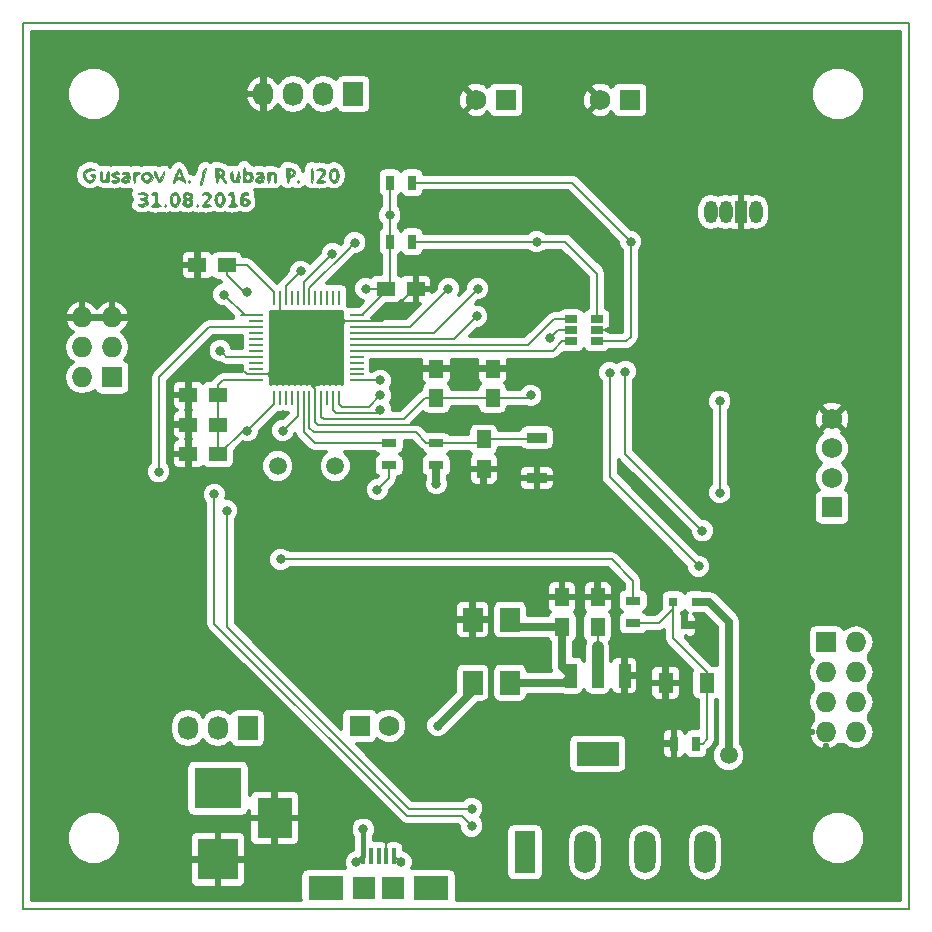
<source format=gbr>
G04 #@! TF.FileFunction,Copper,L1,Top,Signal*
%FSLAX46Y46*%
G04 Gerber Fmt 4.6, Leading zero omitted, Abs format (unit mm)*
G04 Created by KiCad (PCBNEW (2016-08-15 BZR 7057)-product) date Wed Aug 31 20:23:05 2016*
%MOMM*%
%LPD*%
G01*
G04 APERTURE LIST*
%ADD10C,0.100000*%
%ADD11C,0.150000*%
%ADD12C,0.010000*%
%ADD13R,1.750000X1.750000*%
%ADD14C,1.750000*%
%ADD15R,1.500000X1.250000*%
%ADD16R,1.250000X1.500000*%
%ADD17O,1.117600X1.905000*%
%ADD18R,1.117600X1.905000*%
%ADD19R,1.727200X1.727200*%
%ADD20O,1.727200X1.727200*%
%ADD21R,1.727200X2.032000*%
%ADD22O,1.727200X2.032000*%
%ADD23R,1.700000X0.900000*%
%ADD24R,1.060000X0.650000*%
%ADD25R,0.254000X1.143000*%
%ADD26R,1.143000X0.254000*%
%ADD27R,3.657600X2.032000*%
%ADD28R,1.016000X2.032000*%
%ADD29C,1.501140*%
%ADD30R,0.800100X0.800100*%
%ADD31R,1.300000X0.700000*%
%ADD32R,0.700000X1.300000*%
%ADD33R,1.651000X2.029460*%
%ADD34R,1.300480X1.699260*%
%ADD35R,4.000000X3.500000*%
%ADD36R,3.500000X3.500000*%
%ADD37R,3.000000X3.500000*%
%ADD38R,1.897380X1.897380*%
%ADD39R,3.000000X2.000000*%
%ADD40R,0.398780X1.348740*%
%ADD41R,0.398780X1.346200*%
%ADD42C,0.797560*%
%ADD43R,1.800000X3.600000*%
%ADD44O,1.800000X3.600000*%
%ADD45C,0.800000*%
%ADD46C,1.500000*%
%ADD47C,0.200000*%
%ADD48C,0.700000*%
%ADD49C,1.000000*%
%ADD50C,0.450000*%
%ADD51C,0.300000*%
G04 APERTURE END LIST*
D10*
D11*
X125000000Y-125000000D02*
X50000000Y-125000000D01*
X125000000Y-50000000D02*
X125000000Y-125000000D01*
X50000000Y-50000000D02*
X50000000Y-125000000D01*
X50000000Y-50000000D02*
X125000000Y-50000000D01*
D12*
G36*
X60396277Y-64403557D02*
X60427621Y-64425769D01*
X60550636Y-64552422D01*
X60513042Y-64678595D01*
X60489057Y-64709012D01*
X60415159Y-64861264D01*
X60478496Y-65040962D01*
X60492717Y-65064720D01*
X60566129Y-65237638D01*
X60494329Y-65361601D01*
X60431280Y-65411630D01*
X60122089Y-65537471D01*
X59819657Y-65486940D01*
X59701397Y-65404174D01*
X59757926Y-65338746D01*
X59970138Y-65308302D01*
X60013550Y-65307842D01*
X60238176Y-65262930D01*
X60334098Y-65160177D01*
X60286055Y-65050091D01*
X60110496Y-64986960D01*
X59925284Y-64920518D01*
X59914021Y-64833686D01*
X60070755Y-64778386D01*
X60134733Y-64775573D01*
X60332865Y-64722514D01*
X60377100Y-64619546D01*
X60332238Y-64516467D01*
X60167662Y-64492031D01*
X60037787Y-64503133D01*
X59797404Y-64508386D01*
X59700070Y-64464397D01*
X59766614Y-64388353D01*
X59851822Y-64349685D01*
X60137788Y-64297036D01*
X60396277Y-64403557D01*
X60396277Y-64403557D01*
G37*
X60396277Y-64403557D02*
X60427621Y-64425769D01*
X60550636Y-64552422D01*
X60513042Y-64678595D01*
X60489057Y-64709012D01*
X60415159Y-64861264D01*
X60478496Y-65040962D01*
X60492717Y-65064720D01*
X60566129Y-65237638D01*
X60494329Y-65361601D01*
X60431280Y-65411630D01*
X60122089Y-65537471D01*
X59819657Y-65486940D01*
X59701397Y-65404174D01*
X59757926Y-65338746D01*
X59970138Y-65308302D01*
X60013550Y-65307842D01*
X60238176Y-65262930D01*
X60334098Y-65160177D01*
X60286055Y-65050091D01*
X60110496Y-64986960D01*
X59925284Y-64920518D01*
X59914021Y-64833686D01*
X60070755Y-64778386D01*
X60134733Y-64775573D01*
X60332865Y-64722514D01*
X60377100Y-64619546D01*
X60332238Y-64516467D01*
X60167662Y-64492031D01*
X60037787Y-64503133D01*
X59797404Y-64508386D01*
X59700070Y-64464397D01*
X59766614Y-64388353D01*
X59851822Y-64349685D01*
X60137788Y-64297036D01*
X60396277Y-64403557D01*
G36*
X61306299Y-64378505D02*
X61338633Y-64604644D01*
X61346565Y-64824046D01*
X61359621Y-65145601D01*
X61405432Y-65311151D01*
X61491985Y-65357252D01*
X61620999Y-65409601D01*
X61637405Y-65454199D01*
X61551399Y-65514907D01*
X61336545Y-65548673D01*
X61249619Y-65551145D01*
X61006786Y-65529644D01*
X60871721Y-65475930D01*
X60861832Y-65454199D01*
X60940355Y-65368190D01*
X61007252Y-65357252D01*
X61102095Y-65301395D01*
X61146030Y-65110635D01*
X61152672Y-64910620D01*
X61140332Y-64637185D01*
X61094228Y-64519977D01*
X61007252Y-64519792D01*
X60882171Y-64526732D01*
X60861832Y-64492063D01*
X60942513Y-64392064D01*
X61123419Y-64311158D01*
X61257548Y-64290840D01*
X61306299Y-64378505D01*
X61306299Y-64378505D01*
G37*
X61306299Y-64378505D02*
X61338633Y-64604644D01*
X61346565Y-64824046D01*
X61359621Y-65145601D01*
X61405432Y-65311151D01*
X61491985Y-65357252D01*
X61620999Y-65409601D01*
X61637405Y-65454199D01*
X61551399Y-65514907D01*
X61336545Y-65548673D01*
X61249619Y-65551145D01*
X61006786Y-65529644D01*
X60871721Y-65475930D01*
X60861832Y-65454199D01*
X60940355Y-65368190D01*
X61007252Y-65357252D01*
X61102095Y-65301395D01*
X61146030Y-65110635D01*
X61152672Y-64910620D01*
X61140332Y-64637185D01*
X61094228Y-64519977D01*
X61007252Y-64519792D01*
X60882171Y-64526732D01*
X60861832Y-64492063D01*
X60942513Y-64392064D01*
X61123419Y-64311158D01*
X61257548Y-64290840D01*
X61306299Y-64378505D01*
G36*
X62119321Y-65431026D02*
X62122138Y-65454199D01*
X62048364Y-65548328D01*
X62025191Y-65551145D01*
X61931062Y-65477371D01*
X61928245Y-65454199D01*
X62002018Y-65360069D01*
X62025191Y-65357252D01*
X62119321Y-65431026D01*
X62119321Y-65431026D01*
G37*
X62119321Y-65431026D02*
X62122138Y-65454199D01*
X62048364Y-65548328D01*
X62025191Y-65551145D01*
X61931062Y-65477371D01*
X61928245Y-65454199D01*
X62002018Y-65360069D01*
X62025191Y-65357252D01*
X62119321Y-65431026D01*
G36*
X63063598Y-64378178D02*
X63221720Y-64603445D01*
X63285442Y-64911522D01*
X63285496Y-64920993D01*
X63225032Y-65230626D01*
X63069078Y-65459024D01*
X62855794Y-65551067D01*
X62849237Y-65551145D01*
X62678915Y-65487578D01*
X62565322Y-65398801D01*
X62437732Y-65165321D01*
X62417073Y-64877493D01*
X62434533Y-64807999D01*
X62623878Y-64807999D01*
X62627326Y-65137658D01*
X62725750Y-65315300D01*
X62873180Y-65338853D01*
X62990232Y-65261436D01*
X63038768Y-65059749D01*
X63043130Y-64919665D01*
X63026751Y-64666492D01*
X62960605Y-64554836D01*
X62849237Y-64533206D01*
X62692786Y-64595134D01*
X62624190Y-64805298D01*
X62623878Y-64807999D01*
X62434533Y-64807999D01*
X62487893Y-64595618D01*
X62634741Y-64379996D01*
X62842164Y-64290926D01*
X62849237Y-64290840D01*
X63063598Y-64378178D01*
X63063598Y-64378178D01*
G37*
X63063598Y-64378178D02*
X63221720Y-64603445D01*
X63285442Y-64911522D01*
X63285496Y-64920993D01*
X63225032Y-65230626D01*
X63069078Y-65459024D01*
X62855794Y-65551067D01*
X62849237Y-65551145D01*
X62678915Y-65487578D01*
X62565322Y-65398801D01*
X62437732Y-65165321D01*
X62417073Y-64877493D01*
X62434533Y-64807999D01*
X62623878Y-64807999D01*
X62627326Y-65137658D01*
X62725750Y-65315300D01*
X62873180Y-65338853D01*
X62990232Y-65261436D01*
X63038768Y-65059749D01*
X63043130Y-64919665D01*
X63026751Y-64666492D01*
X62960605Y-64554836D01*
X62849237Y-64533206D01*
X62692786Y-64595134D01*
X62624190Y-64805298D01*
X62623878Y-64807999D01*
X62434533Y-64807999D01*
X62487893Y-64595618D01*
X62634741Y-64379996D01*
X62842164Y-64290926D01*
X62849237Y-64290840D01*
X63063598Y-64378178D01*
G36*
X64152821Y-64349265D02*
X64292980Y-64490974D01*
X64295530Y-64665620D01*
X64261267Y-64719503D01*
X64196865Y-64876770D01*
X64267800Y-65050944D01*
X64319520Y-65274855D01*
X64211401Y-65456606D01*
X63977401Y-65547960D01*
X63915649Y-65551145D01*
X63683792Y-65486437D01*
X63569803Y-65397853D01*
X63491829Y-65238216D01*
X63506602Y-65198950D01*
X63700239Y-65198950D01*
X63719853Y-65257226D01*
X63861515Y-65337812D01*
X64036643Y-65300423D01*
X64133807Y-65187647D01*
X64099588Y-65062110D01*
X63958721Y-64993188D01*
X63796890Y-65012939D01*
X63752771Y-65045093D01*
X63700239Y-65198950D01*
X63506602Y-65198950D01*
X63560430Y-65055880D01*
X63563498Y-65050944D01*
X63634734Y-64861513D01*
X63570031Y-64719503D01*
X63544801Y-64630153D01*
X63673283Y-64630153D01*
X63757559Y-64747111D01*
X63915649Y-64775573D01*
X64110579Y-64725007D01*
X64158016Y-64630153D01*
X64073740Y-64513195D01*
X63915649Y-64484733D01*
X63720720Y-64535299D01*
X63673283Y-64630153D01*
X63544801Y-64630153D01*
X63520730Y-64544914D01*
X63621848Y-64387374D01*
X63832789Y-64297230D01*
X63915649Y-64290840D01*
X64152821Y-64349265D01*
X64152821Y-64349265D01*
G37*
X64152821Y-64349265D02*
X64292980Y-64490974D01*
X64295530Y-64665620D01*
X64261267Y-64719503D01*
X64196865Y-64876770D01*
X64267800Y-65050944D01*
X64319520Y-65274855D01*
X64211401Y-65456606D01*
X63977401Y-65547960D01*
X63915649Y-65551145D01*
X63683792Y-65486437D01*
X63569803Y-65397853D01*
X63491829Y-65238216D01*
X63506602Y-65198950D01*
X63700239Y-65198950D01*
X63719853Y-65257226D01*
X63861515Y-65337812D01*
X64036643Y-65300423D01*
X64133807Y-65187647D01*
X64099588Y-65062110D01*
X63958721Y-64993188D01*
X63796890Y-65012939D01*
X63752771Y-65045093D01*
X63700239Y-65198950D01*
X63506602Y-65198950D01*
X63560430Y-65055880D01*
X63563498Y-65050944D01*
X63634734Y-64861513D01*
X63570031Y-64719503D01*
X63544801Y-64630153D01*
X63673283Y-64630153D01*
X63757559Y-64747111D01*
X63915649Y-64775573D01*
X64110579Y-64725007D01*
X64158016Y-64630153D01*
X64073740Y-64513195D01*
X63915649Y-64484733D01*
X63720720Y-64535299D01*
X63673283Y-64630153D01*
X63544801Y-64630153D01*
X63520730Y-64544914D01*
X63621848Y-64387374D01*
X63832789Y-64297230D01*
X63915649Y-64290840D01*
X64152821Y-64349265D01*
G36*
X64833824Y-65431026D02*
X64836642Y-65454199D01*
X64762868Y-65548328D01*
X64739695Y-65551145D01*
X64645566Y-65477371D01*
X64642748Y-65454199D01*
X64716522Y-65360069D01*
X64739695Y-65357252D01*
X64833824Y-65431026D01*
X64833824Y-65431026D01*
G37*
X64833824Y-65431026D02*
X64836642Y-65454199D01*
X64762868Y-65548328D01*
X64739695Y-65551145D01*
X64645566Y-65477371D01*
X64642748Y-65454199D01*
X64716522Y-65360069D01*
X64739695Y-65357252D01*
X64833824Y-65431026D01*
G36*
X65638244Y-64335601D02*
X65835722Y-64467196D01*
X65903054Y-64660955D01*
X65839854Y-64826211D01*
X65683738Y-65040435D01*
X65642549Y-65085344D01*
X65382045Y-65357252D01*
X65642549Y-65357252D01*
X65833244Y-65388322D01*
X65903054Y-65454199D01*
X65817048Y-65514907D01*
X65602193Y-65548673D01*
X65515267Y-65551145D01*
X65272357Y-65536032D01*
X65137323Y-65498280D01*
X65127481Y-65483051D01*
X65189289Y-65378227D01*
X65345243Y-65193074D01*
X65431145Y-65101655D01*
X65627266Y-64842516D01*
X65680108Y-64638501D01*
X65592648Y-64517859D01*
X65368642Y-64508691D01*
X65174336Y-64513198D01*
X65138946Y-64450956D01*
X65261873Y-64365440D01*
X65371107Y-64330335D01*
X65638244Y-64335601D01*
X65638244Y-64335601D01*
G37*
X65638244Y-64335601D02*
X65835722Y-64467196D01*
X65903054Y-64660955D01*
X65839854Y-64826211D01*
X65683738Y-65040435D01*
X65642549Y-65085344D01*
X65382045Y-65357252D01*
X65642549Y-65357252D01*
X65833244Y-65388322D01*
X65903054Y-65454199D01*
X65817048Y-65514907D01*
X65602193Y-65548673D01*
X65515267Y-65551145D01*
X65272357Y-65536032D01*
X65137323Y-65498280D01*
X65127481Y-65483051D01*
X65189289Y-65378227D01*
X65345243Y-65193074D01*
X65431145Y-65101655D01*
X65627266Y-64842516D01*
X65680108Y-64638501D01*
X65592648Y-64517859D01*
X65368642Y-64508691D01*
X65174336Y-64513198D01*
X65138946Y-64450956D01*
X65261873Y-64365440D01*
X65371107Y-64330335D01*
X65638244Y-64335601D01*
G36*
X66844514Y-64378178D02*
X67002636Y-64603445D01*
X67066358Y-64911522D01*
X67066413Y-64920993D01*
X67005948Y-65230626D01*
X66849994Y-65459024D01*
X66636710Y-65551067D01*
X66630153Y-65551145D01*
X66459831Y-65487578D01*
X66346238Y-65398801D01*
X66218648Y-65165321D01*
X66197989Y-64877493D01*
X66215449Y-64807999D01*
X66404794Y-64807999D01*
X66408242Y-65137658D01*
X66506666Y-65315300D01*
X66654096Y-65338853D01*
X66771148Y-65261436D01*
X66819684Y-65059749D01*
X66824046Y-64919665D01*
X66807667Y-64666492D01*
X66741521Y-64554836D01*
X66630153Y-64533206D01*
X66473702Y-64595134D01*
X66405106Y-64805298D01*
X66404794Y-64807999D01*
X66215449Y-64807999D01*
X66268809Y-64595618D01*
X66415657Y-64379996D01*
X66623080Y-64290926D01*
X66630153Y-64290840D01*
X66844514Y-64378178D01*
X66844514Y-64378178D01*
G37*
X66844514Y-64378178D02*
X67002636Y-64603445D01*
X67066358Y-64911522D01*
X67066413Y-64920993D01*
X67005948Y-65230626D01*
X66849994Y-65459024D01*
X66636710Y-65551067D01*
X66630153Y-65551145D01*
X66459831Y-65487578D01*
X66346238Y-65398801D01*
X66218648Y-65165321D01*
X66197989Y-64877493D01*
X66215449Y-64807999D01*
X66404794Y-64807999D01*
X66408242Y-65137658D01*
X66506666Y-65315300D01*
X66654096Y-65338853D01*
X66771148Y-65261436D01*
X66819684Y-65059749D01*
X66824046Y-64919665D01*
X66807667Y-64666492D01*
X66741521Y-64554836D01*
X66630153Y-64533206D01*
X66473702Y-64595134D01*
X66405106Y-64805298D01*
X66404794Y-64807999D01*
X66215449Y-64807999D01*
X66268809Y-64595618D01*
X66415657Y-64379996D01*
X66623080Y-64290926D01*
X66630153Y-64290840D01*
X66844514Y-64378178D01*
G36*
X67801719Y-64378505D02*
X67834053Y-64604644D01*
X67841985Y-64824046D01*
X67855041Y-65145601D01*
X67900851Y-65311151D01*
X67987405Y-65357252D01*
X68116418Y-65409601D01*
X68132825Y-65454199D01*
X68046819Y-65514907D01*
X67831964Y-65548673D01*
X67745038Y-65551145D01*
X67502206Y-65529644D01*
X67367141Y-65475930D01*
X67357252Y-65454199D01*
X67435775Y-65368190D01*
X67502672Y-65357252D01*
X67597515Y-65301395D01*
X67641450Y-65110635D01*
X67648092Y-64910620D01*
X67635752Y-64637185D01*
X67589648Y-64519977D01*
X67502672Y-64519792D01*
X67377591Y-64526732D01*
X67357252Y-64492063D01*
X67437932Y-64392064D01*
X67618839Y-64311158D01*
X67752967Y-64290840D01*
X67801719Y-64378505D01*
X67801719Y-64378505D01*
G37*
X67801719Y-64378505D02*
X67834053Y-64604644D01*
X67841985Y-64824046D01*
X67855041Y-65145601D01*
X67900851Y-65311151D01*
X67987405Y-65357252D01*
X68116418Y-65409601D01*
X68132825Y-65454199D01*
X68046819Y-65514907D01*
X67831964Y-65548673D01*
X67745038Y-65551145D01*
X67502206Y-65529644D01*
X67367141Y-65475930D01*
X67357252Y-65454199D01*
X67435775Y-65368190D01*
X67502672Y-65357252D01*
X67597515Y-65301395D01*
X67641450Y-65110635D01*
X67648092Y-64910620D01*
X67635752Y-64637185D01*
X67589648Y-64519977D01*
X67502672Y-64519792D01*
X67377591Y-64526732D01*
X67357252Y-64492063D01*
X67437932Y-64392064D01*
X67618839Y-64311158D01*
X67752967Y-64290840D01*
X67801719Y-64378505D01*
G36*
X68837455Y-64309561D02*
X69018628Y-64385287D01*
X69078561Y-64460562D01*
X69052355Y-64539507D01*
X68963737Y-64522426D01*
X68779618Y-64530157D01*
X68600342Y-64635375D01*
X68520611Y-64781458D01*
X68603406Y-64833877D01*
X68773570Y-64842298D01*
X69024144Y-64892321D01*
X69170801Y-65049683D01*
X69174855Y-65262625D01*
X69140367Y-65333016D01*
X68937253Y-65500810D01*
X68682537Y-65516547D01*
X68484222Y-65403960D01*
X68372037Y-65198950D01*
X68547567Y-65198950D01*
X68567181Y-65257226D01*
X68708843Y-65337812D01*
X68883972Y-65300423D01*
X68981135Y-65187647D01*
X68946917Y-65062110D01*
X68806050Y-64993188D01*
X68644218Y-65012939D01*
X68600099Y-65045093D01*
X68547567Y-65198950D01*
X68372037Y-65198950D01*
X68357152Y-65171749D01*
X68340689Y-64889571D01*
X68416639Y-64613796D01*
X68566806Y-64400795D01*
X68772998Y-64306938D01*
X68837455Y-64309561D01*
X68837455Y-64309561D01*
G37*
X68837455Y-64309561D02*
X69018628Y-64385287D01*
X69078561Y-64460562D01*
X69052355Y-64539507D01*
X68963737Y-64522426D01*
X68779618Y-64530157D01*
X68600342Y-64635375D01*
X68520611Y-64781458D01*
X68603406Y-64833877D01*
X68773570Y-64842298D01*
X69024144Y-64892321D01*
X69170801Y-65049683D01*
X69174855Y-65262625D01*
X69140367Y-65333016D01*
X68937253Y-65500810D01*
X68682537Y-65516547D01*
X68484222Y-65403960D01*
X68372037Y-65198950D01*
X68547567Y-65198950D01*
X68567181Y-65257226D01*
X68708843Y-65337812D01*
X68883972Y-65300423D01*
X68981135Y-65187647D01*
X68946917Y-65062110D01*
X68806050Y-64993188D01*
X68644218Y-65012939D01*
X68600099Y-65045093D01*
X68547567Y-65198950D01*
X68372037Y-65198950D01*
X68357152Y-65171749D01*
X68340689Y-64889571D01*
X68416639Y-64613796D01*
X68566806Y-64400795D01*
X68772998Y-64306938D01*
X68837455Y-64309561D01*
G36*
X65473533Y-62366482D02*
X65428023Y-62588758D01*
X65423498Y-62602791D01*
X65338481Y-62883514D01*
X65244846Y-63222439D01*
X65225431Y-63297138D01*
X65141003Y-63546833D01*
X65051797Y-63693198D01*
X65020265Y-63709161D01*
X64965914Y-63632238D01*
X64990232Y-63491031D01*
X65056632Y-63267204D01*
X65144275Y-62952350D01*
X65184529Y-62802377D01*
X65266520Y-62520714D01*
X65337237Y-62325021D01*
X65363718Y-62277249D01*
X65449614Y-62249120D01*
X65473533Y-62366482D01*
X65473533Y-62366482D01*
G37*
X65473533Y-62366482D02*
X65428023Y-62588758D01*
X65423498Y-62602791D01*
X65338481Y-62883514D01*
X65244846Y-63222439D01*
X65225431Y-63297138D01*
X65141003Y-63546833D01*
X65051797Y-63693198D01*
X65020265Y-63709161D01*
X64965914Y-63632238D01*
X64990232Y-63491031D01*
X65056632Y-63267204D01*
X65144275Y-62952350D01*
X65184529Y-62802377D01*
X65266520Y-62520714D01*
X65337237Y-62325021D01*
X65363718Y-62277249D01*
X65449614Y-62249120D01*
X65473533Y-62366482D01*
G36*
X55958102Y-62313808D02*
X56101671Y-62400952D01*
X56073527Y-62464008D01*
X55895850Y-62478037D01*
X55819723Y-62469404D01*
X55504951Y-62491110D01*
X55301253Y-62647059D01*
X55238932Y-62877596D01*
X55318209Y-63151215D01*
X55538164Y-63301042D01*
X55694580Y-63321374D01*
X55874445Y-63267447D01*
X55917558Y-63127481D01*
X55856940Y-62969576D01*
X55772138Y-62933588D01*
X55643124Y-62881240D01*
X55626718Y-62836642D01*
X55709683Y-62763764D01*
X55869084Y-62739695D01*
X56043023Y-62771508D01*
X56106046Y-62906124D01*
X56111451Y-63027124D01*
X56035860Y-63305079D01*
X55843562Y-63469524D01*
X55586272Y-63503020D01*
X55315703Y-63388127D01*
X55238932Y-63321374D01*
X55070773Y-63046421D01*
X55061400Y-62762764D01*
X55182012Y-62510752D01*
X55403809Y-62330735D01*
X55697991Y-62263061D01*
X55958102Y-62313808D01*
X55958102Y-62313808D01*
G37*
X55958102Y-62313808D02*
X56101671Y-62400952D01*
X56073527Y-62464008D01*
X55895850Y-62478037D01*
X55819723Y-62469404D01*
X55504951Y-62491110D01*
X55301253Y-62647059D01*
X55238932Y-62877596D01*
X55318209Y-63151215D01*
X55538164Y-63301042D01*
X55694580Y-63321374D01*
X55874445Y-63267447D01*
X55917558Y-63127481D01*
X55856940Y-62969576D01*
X55772138Y-62933588D01*
X55643124Y-62881240D01*
X55626718Y-62836642D01*
X55709683Y-62763764D01*
X55869084Y-62739695D01*
X56043023Y-62771508D01*
X56106046Y-62906124D01*
X56111451Y-63027124D01*
X56035860Y-63305079D01*
X55843562Y-63469524D01*
X55586272Y-63503020D01*
X55315703Y-63388127D01*
X55238932Y-63321374D01*
X55070773Y-63046421D01*
X55061400Y-62762764D01*
X55182012Y-62510752D01*
X55403809Y-62330735D01*
X55697991Y-62263061D01*
X55958102Y-62313808D01*
G36*
X56656440Y-62631910D02*
X56690382Y-62847457D01*
X56693130Y-62940697D01*
X56707940Y-63194005D01*
X56766015Y-63298527D01*
X56862787Y-63303440D01*
X56995311Y-63200143D01*
X57059842Y-62938092D01*
X57062532Y-62908545D01*
X57108318Y-62641347D01*
X57172092Y-62553840D01*
X57233176Y-62635716D01*
X57270895Y-62876667D01*
X57274809Y-63014377D01*
X57267757Y-63295216D01*
X57225797Y-63433030D01*
X57117732Y-63478651D01*
X56987201Y-63482952D01*
X56746564Y-63451390D01*
X56599415Y-63382774D01*
X56534716Y-63235300D01*
X56504162Y-63005192D01*
X56508037Y-62765890D01*
X56546625Y-62590833D01*
X56596183Y-62545802D01*
X56656440Y-62631910D01*
X56656440Y-62631910D01*
G37*
X56656440Y-62631910D02*
X56690382Y-62847457D01*
X56693130Y-62940697D01*
X56707940Y-63194005D01*
X56766015Y-63298527D01*
X56862787Y-63303440D01*
X56995311Y-63200143D01*
X57059842Y-62938092D01*
X57062532Y-62908545D01*
X57108318Y-62641347D01*
X57172092Y-62553840D01*
X57233176Y-62635716D01*
X57270895Y-62876667D01*
X57274809Y-63014377D01*
X57267757Y-63295216D01*
X57225797Y-63433030D01*
X57117732Y-63478651D01*
X56987201Y-63482952D01*
X56746564Y-63451390D01*
X56599415Y-63382774D01*
X56534716Y-63235300D01*
X56504162Y-63005192D01*
X56508037Y-62765890D01*
X56546625Y-62590833D01*
X56596183Y-62545802D01*
X56656440Y-62631910D01*
G36*
X58044872Y-62590870D02*
X58147418Y-62700875D01*
X58083376Y-62767779D01*
X57904962Y-62763423D01*
X57724501Y-62749707D01*
X57662596Y-62779266D01*
X57742145Y-62855466D01*
X57904962Y-62933588D01*
X58103198Y-63075608D01*
X58144268Y-63252839D01*
X58044540Y-63414004D01*
X57820381Y-63507822D01*
X57719298Y-63515267D01*
X57557486Y-63469491D01*
X57533334Y-63450636D01*
X57469837Y-63330023D01*
X57574019Y-63283644D01*
X57711069Y-63297647D01*
X57898964Y-63296562D01*
X57953435Y-63233330D01*
X57872984Y-63120586D01*
X57711069Y-63030535D01*
X57530580Y-62913103D01*
X57468703Y-62792415D01*
X57551108Y-62667186D01*
X57740434Y-62579584D01*
X57949840Y-62559987D01*
X58044872Y-62590870D01*
X58044872Y-62590870D01*
G37*
X58044872Y-62590870D02*
X58147418Y-62700875D01*
X58083376Y-62767779D01*
X57904962Y-62763423D01*
X57724501Y-62749707D01*
X57662596Y-62779266D01*
X57742145Y-62855466D01*
X57904962Y-62933588D01*
X58103198Y-63075608D01*
X58144268Y-63252839D01*
X58044540Y-63414004D01*
X57820381Y-63507822D01*
X57719298Y-63515267D01*
X57557486Y-63469491D01*
X57533334Y-63450636D01*
X57469837Y-63330023D01*
X57574019Y-63283644D01*
X57711069Y-63297647D01*
X57898964Y-63296562D01*
X57953435Y-63233330D01*
X57872984Y-63120586D01*
X57711069Y-63030535D01*
X57530580Y-62913103D01*
X57468703Y-62792415D01*
X57551108Y-62667186D01*
X57740434Y-62579584D01*
X57949840Y-62559987D01*
X58044872Y-62590870D01*
G36*
X58879085Y-62646614D02*
X58972599Y-62815772D01*
X59018800Y-63078868D01*
X59019848Y-63123644D01*
X59006502Y-63360872D01*
X58929621Y-63464428D01*
X58733937Y-63494356D01*
X58676419Y-63496762D01*
X58393987Y-63465054D01*
X58277786Y-63365816D01*
X58286687Y-63224428D01*
X58438168Y-63224428D01*
X58519366Y-63303195D01*
X58632061Y-63321374D01*
X58789596Y-63280776D01*
X58825954Y-63224428D01*
X58744757Y-63145660D01*
X58632061Y-63127481D01*
X58474526Y-63168080D01*
X58438168Y-63224428D01*
X58286687Y-63224428D01*
X58290223Y-63168262D01*
X58434205Y-63001203D01*
X58643932Y-62933588D01*
X58794821Y-62885699D01*
X58825954Y-62825340D01*
X58744749Y-62757831D01*
X58579746Y-62764157D01*
X58399341Y-62767427D01*
X58369649Y-62702749D01*
X58494901Y-62585383D01*
X58700497Y-62568036D01*
X58879085Y-62646614D01*
X58879085Y-62646614D01*
G37*
X58879085Y-62646614D02*
X58972599Y-62815772D01*
X59018800Y-63078868D01*
X59019848Y-63123644D01*
X59006502Y-63360872D01*
X58929621Y-63464428D01*
X58733937Y-63494356D01*
X58676419Y-63496762D01*
X58393987Y-63465054D01*
X58277786Y-63365816D01*
X58286687Y-63224428D01*
X58438168Y-63224428D01*
X58519366Y-63303195D01*
X58632061Y-63321374D01*
X58789596Y-63280776D01*
X58825954Y-63224428D01*
X58744757Y-63145660D01*
X58632061Y-63127481D01*
X58474526Y-63168080D01*
X58438168Y-63224428D01*
X58286687Y-63224428D01*
X58290223Y-63168262D01*
X58434205Y-63001203D01*
X58643932Y-62933588D01*
X58794821Y-62885699D01*
X58825954Y-62825340D01*
X58744749Y-62757831D01*
X58579746Y-62764157D01*
X58399341Y-62767427D01*
X58369649Y-62702749D01*
X58494901Y-62585383D01*
X58700497Y-62568036D01*
X58879085Y-62646614D01*
G36*
X59824689Y-62605238D02*
X59884715Y-62669759D01*
X59768692Y-62746419D01*
X59698474Y-62767785D01*
X59560667Y-62855850D01*
X59507879Y-63057504D01*
X59504580Y-63166878D01*
X59480821Y-63394733D01*
X59422207Y-63511311D01*
X59407634Y-63515267D01*
X59351530Y-63428247D01*
X59316527Y-63206483D01*
X59310687Y-63046692D01*
X59317652Y-62765876D01*
X59359588Y-62628077D01*
X59468053Y-62582446D01*
X59601527Y-62578117D01*
X59824689Y-62605238D01*
X59824689Y-62605238D01*
G37*
X59824689Y-62605238D02*
X59884715Y-62669759D01*
X59768692Y-62746419D01*
X59698474Y-62767785D01*
X59560667Y-62855850D01*
X59507879Y-63057504D01*
X59504580Y-63166878D01*
X59480821Y-63394733D01*
X59422207Y-63511311D01*
X59407634Y-63515267D01*
X59351530Y-63428247D01*
X59316527Y-63206483D01*
X59310687Y-63046692D01*
X59317652Y-62765876D01*
X59359588Y-62628077D01*
X59468053Y-62582446D01*
X59601527Y-62578117D01*
X59824689Y-62605238D01*
G36*
X60640505Y-62591343D02*
X60852572Y-62737427D01*
X60956389Y-62982601D01*
X60958779Y-63030535D01*
X60874674Y-63273823D01*
X60672259Y-63459104D01*
X60474046Y-63515267D01*
X60260716Y-63449700D01*
X60141658Y-63362923D01*
X60016628Y-63160404D01*
X59989313Y-63030535D01*
X60006570Y-62974387D01*
X60192979Y-62974387D01*
X60220874Y-63182754D01*
X60356767Y-63296471D01*
X60497849Y-63303937D01*
X60671124Y-63220247D01*
X60716413Y-63030535D01*
X60663130Y-62830823D01*
X60497849Y-62757132D01*
X60290756Y-62802196D01*
X60192979Y-62974387D01*
X60006570Y-62974387D01*
X60054881Y-62817204D01*
X60141658Y-62698146D01*
X60382698Y-62569773D01*
X60640505Y-62591343D01*
X60640505Y-62591343D01*
G37*
X60640505Y-62591343D02*
X60852572Y-62737427D01*
X60956389Y-62982601D01*
X60958779Y-63030535D01*
X60874674Y-63273823D01*
X60672259Y-63459104D01*
X60474046Y-63515267D01*
X60260716Y-63449700D01*
X60141658Y-63362923D01*
X60016628Y-63160404D01*
X59989313Y-63030535D01*
X60006570Y-62974387D01*
X60192979Y-62974387D01*
X60220874Y-63182754D01*
X60356767Y-63296471D01*
X60497849Y-63303937D01*
X60671124Y-63220247D01*
X60716413Y-63030535D01*
X60663130Y-62830823D01*
X60497849Y-62757132D01*
X60290756Y-62802196D01*
X60192979Y-62974387D01*
X60006570Y-62974387D01*
X60054881Y-62817204D01*
X60141658Y-62698146D01*
X60382698Y-62569773D01*
X60640505Y-62591343D01*
G36*
X61959128Y-62621517D02*
X61917669Y-62809030D01*
X61831583Y-63048891D01*
X61724023Y-63281651D01*
X61618144Y-63447859D01*
X61564670Y-63491039D01*
X61456643Y-63433026D01*
X61320822Y-63228824D01*
X61249634Y-63079044D01*
X61125276Y-62783719D01*
X61070138Y-62624311D01*
X61076021Y-62558972D01*
X61134725Y-62545854D01*
X61145154Y-62545802D01*
X61230731Y-62628400D01*
X61328062Y-62832345D01*
X61346565Y-62885115D01*
X61436471Y-63106093D01*
X61516054Y-63220174D01*
X61528501Y-63224428D01*
X61603434Y-63142748D01*
X61700075Y-62940779D01*
X61721151Y-62885115D01*
X61822375Y-62664598D01*
X61916824Y-62550258D01*
X61932807Y-62545802D01*
X61959128Y-62621517D01*
X61959128Y-62621517D01*
G37*
X61959128Y-62621517D02*
X61917669Y-62809030D01*
X61831583Y-63048891D01*
X61724023Y-63281651D01*
X61618144Y-63447859D01*
X61564670Y-63491039D01*
X61456643Y-63433026D01*
X61320822Y-63228824D01*
X61249634Y-63079044D01*
X61125276Y-62783719D01*
X61070138Y-62624311D01*
X61076021Y-62558972D01*
X61134725Y-62545854D01*
X61145154Y-62545802D01*
X61230731Y-62628400D01*
X61328062Y-62832345D01*
X61346565Y-62885115D01*
X61436471Y-63106093D01*
X61516054Y-63220174D01*
X61528501Y-63224428D01*
X61603434Y-63142748D01*
X61700075Y-62940779D01*
X61721151Y-62885115D01*
X61822375Y-62664598D01*
X61916824Y-62550258D01*
X61932807Y-62545802D01*
X61959128Y-62621517D01*
G36*
X63255599Y-62337249D02*
X63362272Y-62545990D01*
X63484329Y-62824005D01*
X63598347Y-63114112D01*
X63680902Y-63359132D01*
X63708569Y-63501883D01*
X63703956Y-63515115D01*
X63619369Y-63487688D01*
X63533485Y-63393932D01*
X63355307Y-63266443D01*
X63127071Y-63229411D01*
X62931520Y-63285806D01*
X62862652Y-63369848D01*
X62764865Y-63498198D01*
X62715506Y-63515267D01*
X62703069Y-63433648D01*
X62755775Y-63218689D01*
X62862331Y-62915243D01*
X62874181Y-62885115D01*
X62894715Y-62836642D01*
X63063513Y-62836642D01*
X63068044Y-62991535D01*
X63197626Y-63030535D01*
X63350443Y-63012723D01*
X63382443Y-62989990D01*
X63339957Y-62831498D01*
X63250515Y-62684227D01*
X63189485Y-62642748D01*
X63107455Y-62723287D01*
X63063513Y-62836642D01*
X62894715Y-62836642D01*
X63006273Y-62573304D01*
X63117706Y-62347985D01*
X63185521Y-62255298D01*
X63187735Y-62254962D01*
X63255599Y-62337249D01*
X63255599Y-62337249D01*
G37*
X63255599Y-62337249D02*
X63362272Y-62545990D01*
X63484329Y-62824005D01*
X63598347Y-63114112D01*
X63680902Y-63359132D01*
X63708569Y-63501883D01*
X63703956Y-63515115D01*
X63619369Y-63487688D01*
X63533485Y-63393932D01*
X63355307Y-63266443D01*
X63127071Y-63229411D01*
X62931520Y-63285806D01*
X62862652Y-63369848D01*
X62764865Y-63498198D01*
X62715506Y-63515267D01*
X62703069Y-63433648D01*
X62755775Y-63218689D01*
X62862331Y-62915243D01*
X62874181Y-62885115D01*
X62894715Y-62836642D01*
X63063513Y-62836642D01*
X63068044Y-62991535D01*
X63197626Y-63030535D01*
X63350443Y-63012723D01*
X63382443Y-62989990D01*
X63339957Y-62831498D01*
X63250515Y-62684227D01*
X63189485Y-62642748D01*
X63107455Y-62723287D01*
X63063513Y-62836642D01*
X62894715Y-62836642D01*
X63006273Y-62573304D01*
X63117706Y-62347985D01*
X63185521Y-62255298D01*
X63187735Y-62254962D01*
X63255599Y-62337249D01*
G36*
X64155198Y-63395148D02*
X64158016Y-63418321D01*
X64084242Y-63512450D01*
X64061069Y-63515267D01*
X63966940Y-63441494D01*
X63964122Y-63418321D01*
X64037896Y-63324192D01*
X64061069Y-63321374D01*
X64155198Y-63395148D01*
X64155198Y-63395148D01*
G37*
X64155198Y-63395148D02*
X64158016Y-63418321D01*
X64084242Y-63512450D01*
X64061069Y-63515267D01*
X63966940Y-63441494D01*
X63964122Y-63418321D01*
X64037896Y-63324192D01*
X64061069Y-63321374D01*
X64155198Y-63395148D01*
G36*
X66596139Y-62273056D02*
X66881040Y-62360697D01*
X67038549Y-62530780D01*
X67039774Y-62745233D01*
X67005427Y-62812405D01*
X66954565Y-62974773D01*
X67030925Y-63167398D01*
X67085234Y-63248664D01*
X67196966Y-63433188D01*
X67183146Y-63508375D01*
X67137049Y-63515267D01*
X67000094Y-63435876D01*
X66890159Y-63272901D01*
X66760064Y-63093705D01*
X66632231Y-63030535D01*
X66513112Y-63114606D01*
X66484733Y-63272901D01*
X66451547Y-63455094D01*
X66387787Y-63515267D01*
X66337247Y-63426147D01*
X66302603Y-63189687D01*
X66290840Y-62878972D01*
X66290840Y-62642748D01*
X66484733Y-62642748D01*
X66553285Y-62804776D01*
X66678626Y-62836642D01*
X66840654Y-62768090D01*
X66872519Y-62642748D01*
X66803968Y-62480721D01*
X66678626Y-62448855D01*
X66516599Y-62517407D01*
X66484733Y-62642748D01*
X66290840Y-62642748D01*
X66290840Y-62242677D01*
X66596139Y-62273056D01*
X66596139Y-62273056D01*
G37*
X66596139Y-62273056D02*
X66881040Y-62360697D01*
X67038549Y-62530780D01*
X67039774Y-62745233D01*
X67005427Y-62812405D01*
X66954565Y-62974773D01*
X67030925Y-63167398D01*
X67085234Y-63248664D01*
X67196966Y-63433188D01*
X67183146Y-63508375D01*
X67137049Y-63515267D01*
X67000094Y-63435876D01*
X66890159Y-63272901D01*
X66760064Y-63093705D01*
X66632231Y-63030535D01*
X66513112Y-63114606D01*
X66484733Y-63272901D01*
X66451547Y-63455094D01*
X66387787Y-63515267D01*
X66337247Y-63426147D01*
X66302603Y-63189687D01*
X66290840Y-62878972D01*
X66290840Y-62642748D01*
X66484733Y-62642748D01*
X66553285Y-62804776D01*
X66678626Y-62836642D01*
X66840654Y-62768090D01*
X66872519Y-62642748D01*
X66803968Y-62480721D01*
X66678626Y-62448855D01*
X66516599Y-62517407D01*
X66484733Y-62642748D01*
X66290840Y-62642748D01*
X66290840Y-62242677D01*
X66596139Y-62273056D01*
G36*
X67708349Y-62631910D02*
X67742291Y-62847457D01*
X67745038Y-62940697D01*
X67759848Y-63194005D01*
X67817923Y-63298527D01*
X67914695Y-63303440D01*
X68047220Y-63200143D01*
X68111751Y-62938092D01*
X68114440Y-62908545D01*
X68160227Y-62641347D01*
X68224000Y-62553840D01*
X68285084Y-62635716D01*
X68322804Y-62876667D01*
X68326718Y-63014377D01*
X68319665Y-63295216D01*
X68277706Y-63433030D01*
X68169640Y-63478651D01*
X68039110Y-63482952D01*
X67798472Y-63451390D01*
X67651323Y-63382774D01*
X67586624Y-63235300D01*
X67556071Y-63005192D01*
X67559946Y-62765890D01*
X67598533Y-62590833D01*
X67648092Y-62545802D01*
X67708349Y-62631910D01*
X67708349Y-62631910D01*
G37*
X67708349Y-62631910D02*
X67742291Y-62847457D01*
X67745038Y-62940697D01*
X67759848Y-63194005D01*
X67817923Y-63298527D01*
X67914695Y-63303440D01*
X68047220Y-63200143D01*
X68111751Y-62938092D01*
X68114440Y-62908545D01*
X68160227Y-62641347D01*
X68224000Y-62553840D01*
X68285084Y-62635716D01*
X68322804Y-62876667D01*
X68326718Y-63014377D01*
X68319665Y-63295216D01*
X68277706Y-63433030D01*
X68169640Y-63478651D01*
X68039110Y-63482952D01*
X67798472Y-63451390D01*
X67651323Y-63382774D01*
X67586624Y-63235300D01*
X67556071Y-63005192D01*
X67559946Y-62765890D01*
X67598533Y-62590833D01*
X67648092Y-62545802D01*
X67708349Y-62631910D01*
G36*
X68787180Y-62241037D02*
X68811451Y-62402229D01*
X68837678Y-62575851D01*
X68956064Y-62606178D01*
X69051385Y-62586223D01*
X69246060Y-62578062D01*
X69371861Y-62708657D01*
X69406259Y-62778269D01*
X69475577Y-63096740D01*
X69380843Y-63338117D01*
X69141714Y-63470971D01*
X68963239Y-63486639D01*
X68617558Y-63476840D01*
X68617558Y-63103335D01*
X68827590Y-63103335D01*
X68920020Y-63265552D01*
X69077761Y-63302975D01*
X69218028Y-63187585D01*
X69247710Y-63030535D01*
X69187773Y-62841028D01*
X69052801Y-62751300D01*
X68910050Y-62787107D01*
X68849259Y-62877950D01*
X68827590Y-63103335D01*
X68617558Y-63103335D01*
X68617558Y-62817428D01*
X68630705Y-62476699D01*
X68665789Y-62242102D01*
X68714504Y-62158016D01*
X68787180Y-62241037D01*
X68787180Y-62241037D01*
G37*
X68787180Y-62241037D02*
X68811451Y-62402229D01*
X68837678Y-62575851D01*
X68956064Y-62606178D01*
X69051385Y-62586223D01*
X69246060Y-62578062D01*
X69371861Y-62708657D01*
X69406259Y-62778269D01*
X69475577Y-63096740D01*
X69380843Y-63338117D01*
X69141714Y-63470971D01*
X68963239Y-63486639D01*
X68617558Y-63476840D01*
X68617558Y-63103335D01*
X68827590Y-63103335D01*
X68920020Y-63265552D01*
X69077761Y-63302975D01*
X69218028Y-63187585D01*
X69247710Y-63030535D01*
X69187773Y-62841028D01*
X69052801Y-62751300D01*
X68910050Y-62787107D01*
X68849259Y-62877950D01*
X68827590Y-63103335D01*
X68617558Y-63103335D01*
X68617558Y-62817428D01*
X68630705Y-62476699D01*
X68665789Y-62242102D01*
X68714504Y-62158016D01*
X68787180Y-62241037D01*
G36*
X70221833Y-62646614D02*
X70315347Y-62815772D01*
X70361548Y-63078868D01*
X70362596Y-63123644D01*
X70349250Y-63360872D01*
X70272369Y-63464428D01*
X70076685Y-63494356D01*
X70019167Y-63496762D01*
X69736735Y-63465054D01*
X69620534Y-63365816D01*
X69629435Y-63224428D01*
X69780916Y-63224428D01*
X69862114Y-63303195D01*
X69974809Y-63321374D01*
X70132344Y-63280776D01*
X70168703Y-63224428D01*
X70087505Y-63145660D01*
X69974809Y-63127481D01*
X69817274Y-63168080D01*
X69780916Y-63224428D01*
X69629435Y-63224428D01*
X69632971Y-63168262D01*
X69776953Y-63001203D01*
X69986680Y-62933588D01*
X70137569Y-62885699D01*
X70168703Y-62825340D01*
X70087497Y-62757831D01*
X69922494Y-62764157D01*
X69742089Y-62767427D01*
X69712398Y-62702749D01*
X69837649Y-62585383D01*
X70043245Y-62568036D01*
X70221833Y-62646614D01*
X70221833Y-62646614D01*
G37*
X70221833Y-62646614D02*
X70315347Y-62815772D01*
X70361548Y-63078868D01*
X70362596Y-63123644D01*
X70349250Y-63360872D01*
X70272369Y-63464428D01*
X70076685Y-63494356D01*
X70019167Y-63496762D01*
X69736735Y-63465054D01*
X69620534Y-63365816D01*
X69629435Y-63224428D01*
X69780916Y-63224428D01*
X69862114Y-63303195D01*
X69974809Y-63321374D01*
X70132344Y-63280776D01*
X70168703Y-63224428D01*
X70087505Y-63145660D01*
X69974809Y-63127481D01*
X69817274Y-63168080D01*
X69780916Y-63224428D01*
X69629435Y-63224428D01*
X69632971Y-63168262D01*
X69776953Y-63001203D01*
X69986680Y-62933588D01*
X70137569Y-62885699D01*
X70168703Y-62825340D01*
X70087497Y-62757831D01*
X69922494Y-62764157D01*
X69742089Y-62767427D01*
X69712398Y-62702749D01*
X69837649Y-62585383D01*
X70043245Y-62568036D01*
X70221833Y-62646614D01*
G36*
X70920038Y-62583169D02*
X71163616Y-62620865D01*
X71307825Y-62674492D01*
X71380367Y-62801441D01*
X71420037Y-63021908D01*
X71424729Y-63262824D01*
X71392335Y-63451118D01*
X71332061Y-63515267D01*
X71271804Y-63429159D01*
X71237862Y-63213612D01*
X71235115Y-63120373D01*
X71220305Y-62867064D01*
X71162230Y-62762542D01*
X71065458Y-62757629D01*
X70932934Y-62860926D01*
X70868402Y-63122977D01*
X70865713Y-63152524D01*
X70820120Y-63419694D01*
X70756697Y-63507366D01*
X70695783Y-63426141D01*
X70657717Y-63186620D01*
X70653435Y-63041879D01*
X70660416Y-62759600D01*
X70700287Y-62622309D01*
X70801442Y-62581153D01*
X70920038Y-62583169D01*
X70920038Y-62583169D01*
G37*
X70920038Y-62583169D02*
X71163616Y-62620865D01*
X71307825Y-62674492D01*
X71380367Y-62801441D01*
X71420037Y-63021908D01*
X71424729Y-63262824D01*
X71392335Y-63451118D01*
X71332061Y-63515267D01*
X71271804Y-63429159D01*
X71237862Y-63213612D01*
X71235115Y-63120373D01*
X71220305Y-62867064D01*
X71162230Y-62762542D01*
X71065458Y-62757629D01*
X70932934Y-62860926D01*
X70868402Y-63122977D01*
X70865713Y-63152524D01*
X70820120Y-63419694D01*
X70756697Y-63507366D01*
X70695783Y-63426141D01*
X70657717Y-63186620D01*
X70653435Y-63041879D01*
X70660416Y-62759600D01*
X70700287Y-62622309D01*
X70801442Y-62581153D01*
X70920038Y-62583169D01*
G36*
X72606826Y-62273056D02*
X72880971Y-62363411D01*
X73034593Y-62534050D01*
X73060954Y-62733491D01*
X72953319Y-62910250D01*
X72704952Y-63012846D01*
X72703649Y-63013041D01*
X72535132Y-63104850D01*
X72495420Y-63279644D01*
X72461371Y-63458585D01*
X72398474Y-63515267D01*
X72347934Y-63426147D01*
X72313290Y-63189687D01*
X72301527Y-62878972D01*
X72301527Y-62642748D01*
X72495420Y-62642748D01*
X72563972Y-62804776D01*
X72689313Y-62836642D01*
X72851341Y-62768090D01*
X72883206Y-62642748D01*
X72814655Y-62480721D01*
X72689313Y-62448855D01*
X72527286Y-62517407D01*
X72495420Y-62642748D01*
X72301527Y-62642748D01*
X72301527Y-62242677D01*
X72606826Y-62273056D01*
X72606826Y-62273056D01*
G37*
X72606826Y-62273056D02*
X72880971Y-62363411D01*
X73034593Y-62534050D01*
X73060954Y-62733491D01*
X72953319Y-62910250D01*
X72704952Y-63012846D01*
X72703649Y-63013041D01*
X72535132Y-63104850D01*
X72495420Y-63279644D01*
X72461371Y-63458585D01*
X72398474Y-63515267D01*
X72347934Y-63426147D01*
X72313290Y-63189687D01*
X72301527Y-62878972D01*
X72301527Y-62642748D01*
X72495420Y-62642748D01*
X72563972Y-62804776D01*
X72689313Y-62836642D01*
X72851341Y-62768090D01*
X72883206Y-62642748D01*
X72814655Y-62480721D01*
X72689313Y-62448855D01*
X72527286Y-62517407D01*
X72495420Y-62642748D01*
X72301527Y-62642748D01*
X72301527Y-62242677D01*
X72606826Y-62273056D01*
G36*
X73365122Y-63395148D02*
X73367939Y-63418321D01*
X73294165Y-63512450D01*
X73270993Y-63515267D01*
X73176863Y-63441494D01*
X73174046Y-63418321D01*
X73247820Y-63324192D01*
X73270993Y-63321374D01*
X73365122Y-63395148D01*
X73365122Y-63395148D01*
G37*
X73365122Y-63395148D02*
X73367939Y-63418321D01*
X73294165Y-63512450D01*
X73270993Y-63515267D01*
X73176863Y-63441494D01*
X73174046Y-63418321D01*
X73247820Y-63324192D01*
X73270993Y-63321374D01*
X73365122Y-63395148D01*
G36*
X74485012Y-62343998D02*
X74519697Y-62579855D01*
X74531298Y-62885115D01*
X74517600Y-63214408D01*
X74481314Y-63439859D01*
X74434351Y-63515267D01*
X74383691Y-63426232D01*
X74349006Y-63190374D01*
X74337405Y-62885115D01*
X74351103Y-62555822D01*
X74387388Y-62330371D01*
X74434351Y-62254962D01*
X74485012Y-62343998D01*
X74485012Y-62343998D01*
G37*
X74485012Y-62343998D02*
X74519697Y-62579855D01*
X74531298Y-62885115D01*
X74517600Y-63214408D01*
X74481314Y-63439859D01*
X74434351Y-63515267D01*
X74383691Y-63426232D01*
X74349006Y-63190374D01*
X74337405Y-62885115D01*
X74351103Y-62555822D01*
X74387388Y-62330371D01*
X74434351Y-62254962D01*
X74485012Y-62343998D01*
G36*
X75332901Y-62299723D02*
X75530378Y-62431318D01*
X75597710Y-62625078D01*
X75534511Y-62790334D01*
X75378395Y-63004557D01*
X75337206Y-63049467D01*
X75076702Y-63321374D01*
X75337206Y-63321374D01*
X75527901Y-63352444D01*
X75597710Y-63418321D01*
X75511704Y-63479029D01*
X75296850Y-63512795D01*
X75209924Y-63515267D01*
X74967013Y-63500154D01*
X74831980Y-63462402D01*
X74822138Y-63447173D01*
X74883945Y-63342349D01*
X75039900Y-63157196D01*
X75125802Y-63065777D01*
X75321923Y-62806638D01*
X75374765Y-62602623D01*
X75287304Y-62481981D01*
X75063298Y-62472814D01*
X74868992Y-62477320D01*
X74833603Y-62415079D01*
X74956529Y-62329562D01*
X75065763Y-62294457D01*
X75332901Y-62299723D01*
X75332901Y-62299723D01*
G37*
X75332901Y-62299723D02*
X75530378Y-62431318D01*
X75597710Y-62625078D01*
X75534511Y-62790334D01*
X75378395Y-63004557D01*
X75337206Y-63049467D01*
X75076702Y-63321374D01*
X75337206Y-63321374D01*
X75527901Y-63352444D01*
X75597710Y-63418321D01*
X75511704Y-63479029D01*
X75296850Y-63512795D01*
X75209924Y-63515267D01*
X74967013Y-63500154D01*
X74831980Y-63462402D01*
X74822138Y-63447173D01*
X74883945Y-63342349D01*
X75039900Y-63157196D01*
X75125802Y-63065777D01*
X75321923Y-62806638D01*
X75374765Y-62602623D01*
X75287304Y-62481981D01*
X75063298Y-62472814D01*
X74868992Y-62477320D01*
X74833603Y-62415079D01*
X74956529Y-62329562D01*
X75065763Y-62294457D01*
X75332901Y-62299723D01*
G36*
X76539171Y-62342300D02*
X76697292Y-62567567D01*
X76761015Y-62875644D01*
X76761069Y-62885115D01*
X76700604Y-63194748D01*
X76544650Y-63423146D01*
X76331366Y-63515189D01*
X76324809Y-63515267D01*
X76154487Y-63451700D01*
X76040895Y-63362923D01*
X75913304Y-63129443D01*
X75892645Y-62841615D01*
X75910105Y-62772121D01*
X76099450Y-62772121D01*
X76102898Y-63101780D01*
X76201323Y-63279423D01*
X76348753Y-63302975D01*
X76465804Y-63225558D01*
X76514341Y-63023871D01*
X76518703Y-62883787D01*
X76502324Y-62630614D01*
X76436178Y-62518958D01*
X76324809Y-62497329D01*
X76168358Y-62559256D01*
X76099763Y-62769420D01*
X76099450Y-62772121D01*
X75910105Y-62772121D01*
X75963465Y-62559741D01*
X76110313Y-62344118D01*
X76317737Y-62255049D01*
X76324809Y-62254962D01*
X76539171Y-62342300D01*
X76539171Y-62342300D01*
G37*
X76539171Y-62342300D02*
X76697292Y-62567567D01*
X76761015Y-62875644D01*
X76761069Y-62885115D01*
X76700604Y-63194748D01*
X76544650Y-63423146D01*
X76331366Y-63515189D01*
X76324809Y-63515267D01*
X76154487Y-63451700D01*
X76040895Y-63362923D01*
X75913304Y-63129443D01*
X75892645Y-62841615D01*
X75910105Y-62772121D01*
X76099450Y-62772121D01*
X76102898Y-63101780D01*
X76201323Y-63279423D01*
X76348753Y-63302975D01*
X76465804Y-63225558D01*
X76514341Y-63023871D01*
X76518703Y-62883787D01*
X76502324Y-62630614D01*
X76436178Y-62518958D01*
X76324809Y-62497329D01*
X76168358Y-62559256D01*
X76099763Y-62769420D01*
X76099450Y-62772121D01*
X75910105Y-62772121D01*
X75963465Y-62559741D01*
X76110313Y-62344118D01*
X76317737Y-62255049D01*
X76324809Y-62254962D01*
X76539171Y-62342300D01*
D13*
X90880000Y-56500000D03*
D14*
X88380000Y-56500000D03*
D15*
X64750000Y-70500000D03*
X67250000Y-70500000D03*
D16*
X89000000Y-85250000D03*
X89000000Y-87750000D03*
D15*
X80750000Y-72500000D03*
X83250000Y-72500000D03*
X66500000Y-84000000D03*
X64000000Y-84000000D03*
X66500000Y-86500000D03*
X64000000Y-86500000D03*
D16*
X85000000Y-81750000D03*
X85000000Y-79250000D03*
D15*
X64000000Y-81500000D03*
X66500000Y-81500000D03*
D16*
X89750000Y-79250000D03*
X89750000Y-81750000D03*
X95650000Y-101100000D03*
X95650000Y-98600000D03*
X98650000Y-101100000D03*
X98650000Y-98600000D03*
D17*
X112040000Y-66000000D03*
D18*
X110770000Y-66000000D03*
D17*
X109500000Y-66000000D03*
X108230000Y-66000000D03*
D13*
X101380000Y-56500000D03*
D14*
X98880000Y-56500000D03*
D19*
X57540000Y-80000000D03*
D20*
X55000000Y-80000000D03*
X57540000Y-77460000D03*
X55000000Y-77460000D03*
X57540000Y-74920000D03*
X55000000Y-74920000D03*
D21*
X69040000Y-109700000D03*
D22*
X66500000Y-109700000D03*
X63960000Y-109700000D03*
D13*
X78500000Y-109500000D03*
D14*
X81000000Y-109500000D03*
D21*
X77960000Y-56000000D03*
D22*
X75420000Y-56000000D03*
X72880000Y-56000000D03*
X70340000Y-56000000D03*
D13*
X118500000Y-91000000D03*
D14*
X118500000Y-88500000D03*
X118500000Y-86000000D03*
X118500000Y-83500000D03*
D23*
X93500000Y-88500000D03*
X93500000Y-85100000D03*
D24*
X98600000Y-76950000D03*
X98600000Y-76000000D03*
X98600000Y-75050000D03*
X96400000Y-75050000D03*
X96400000Y-76950000D03*
X96400000Y-76000000D03*
D25*
X71251700Y-81749400D03*
X71752100Y-81749400D03*
X72252500Y-81749400D03*
X72750300Y-81749400D03*
X73250700Y-81749400D03*
X73751100Y-81749400D03*
X74248900Y-81749400D03*
X74749300Y-81749400D03*
X75249700Y-81749400D03*
X75747500Y-81749400D03*
X76247900Y-81749400D03*
X76748300Y-81749400D03*
D26*
X78249400Y-80248300D03*
X78249400Y-79747900D03*
X78249400Y-79247500D03*
X78249400Y-78749700D03*
X78249400Y-78249300D03*
X78249400Y-77748900D03*
X78249400Y-77251100D03*
X78249400Y-76750700D03*
X78249400Y-76250300D03*
X78249400Y-75752500D03*
X78249400Y-75252100D03*
X78249400Y-74751700D03*
D25*
X76748300Y-73250600D03*
X76247900Y-73250600D03*
X75747500Y-73250600D03*
X75249700Y-73250600D03*
X74749300Y-73250600D03*
X74248900Y-73250600D03*
X73751100Y-73250600D03*
X73250700Y-73250600D03*
X72750300Y-73250600D03*
X72252500Y-73250600D03*
X71752100Y-73250600D03*
X71251700Y-73250600D03*
D26*
X69750600Y-74751700D03*
X69750600Y-75252100D03*
X69750600Y-75752500D03*
X69750600Y-76250300D03*
X69750600Y-76750700D03*
X69750600Y-77251100D03*
X69750600Y-77748900D03*
X69750600Y-78249300D03*
X69750600Y-78749700D03*
X69750600Y-79247500D03*
X69750600Y-79747900D03*
X69750600Y-80248300D03*
D27*
X98650000Y-111850000D03*
D28*
X98650000Y-105246000D03*
X96364000Y-105246000D03*
X100936000Y-105246000D03*
D29*
X71559060Y-87500000D03*
X76440940Y-87500000D03*
D30*
X106950000Y-98999240D03*
X105050000Y-98999240D03*
X106000000Y-100998220D03*
D31*
X101650000Y-98900000D03*
X101650000Y-100800000D03*
D32*
X81050000Y-63500000D03*
X82950000Y-63500000D03*
X81050000Y-68500000D03*
X82950000Y-68500000D03*
D31*
X85000000Y-87450000D03*
X85000000Y-85550000D03*
X81000000Y-85550000D03*
X81000000Y-87450000D03*
D32*
X107000000Y-111000000D03*
X105100000Y-111000000D03*
D33*
X91234960Y-100500000D03*
X88065040Y-100500000D03*
X88065040Y-105850000D03*
X91234960Y-105850000D03*
D34*
X107900060Y-105850000D03*
X104399940Y-105850000D03*
D35*
X66500000Y-114800000D03*
D36*
X66500000Y-120800000D03*
D37*
X71300000Y-117300000D03*
D19*
X118000000Y-102420000D03*
D20*
X120540000Y-102420000D03*
X118000000Y-104960000D03*
X120540000Y-104960000D03*
X118000000Y-107500000D03*
X120540000Y-107500000D03*
X118000000Y-110040000D03*
X120540000Y-110040000D03*
D38*
X78903740Y-123200000D03*
X81301500Y-123200000D03*
D39*
X84552320Y-123200000D03*
X75652920Y-123200000D03*
D40*
X78802140Y-120525380D03*
D41*
X79454920Y-120525380D03*
X80102620Y-120525380D03*
X80750320Y-120525380D03*
X81403100Y-120525380D03*
D42*
X82000000Y-121053700D03*
X78202700Y-121051160D03*
D43*
X92500000Y-120200000D03*
D44*
X97580000Y-120200000D03*
X102660000Y-120200000D03*
X107740000Y-120200000D03*
D45*
X93000000Y-81500000D03*
X81061331Y-66261737D03*
X94611973Y-76647428D03*
X69000000Y-72750000D03*
X69000000Y-84500000D03*
X79000000Y-72500000D03*
X85000000Y-89000000D03*
X98650000Y-102850000D03*
X101449860Y-68500000D03*
X93500000Y-68500000D03*
X78782962Y-118237191D03*
X73500000Y-71000000D03*
X67000000Y-73000000D03*
X109000000Y-89750000D03*
X109000000Y-82000000D03*
X99000000Y-61500000D03*
X88500000Y-61500000D03*
D46*
X103760724Y-103435205D03*
X112576677Y-111962333D03*
X108004101Y-102280643D03*
D45*
X115000000Y-110000000D03*
D46*
X59000000Y-111000000D03*
X76000000Y-118500000D03*
D45*
X110750000Y-61000000D03*
X118500000Y-79500000D03*
X70250000Y-58750000D03*
X74000000Y-93500000D03*
X72000000Y-84500000D03*
X80000000Y-89500000D03*
D46*
X109750000Y-112000000D03*
D45*
X85101450Y-109500000D03*
X66185221Y-89895691D03*
X88000000Y-118000000D03*
X88500000Y-72500000D03*
X67248338Y-91280215D03*
X88000000Y-116500000D03*
X86000000Y-72500000D03*
X78099230Y-68587318D03*
X107500000Y-93000000D03*
X101000000Y-79500000D03*
X99660070Y-79599596D03*
X107215002Y-96000000D03*
X76186353Y-69521248D03*
X66678460Y-77724475D03*
X88414740Y-74805007D03*
X71819290Y-95388637D03*
X61500000Y-88007293D03*
X80250000Y-82750000D03*
X80250000Y-81500000D03*
X80250000Y-80250000D03*
D47*
X89750000Y-81750000D02*
X92750000Y-81750000D01*
X92750000Y-81750000D02*
X93000000Y-81500000D01*
X85000000Y-81750000D02*
X85825000Y-81750000D01*
X85825000Y-81750000D02*
X89750000Y-81750000D01*
X75249700Y-81749400D02*
X75249700Y-83309885D01*
X75249700Y-83309885D02*
X75439815Y-83500000D01*
X75439815Y-83500000D02*
X82250000Y-83500000D01*
X82250000Y-83500000D02*
X84000000Y-81750000D01*
X84000000Y-81750000D02*
X85000000Y-81750000D01*
X81061331Y-66261737D02*
X81061331Y-63511331D01*
X81061331Y-63511331D02*
X81050000Y-63500000D01*
X81050000Y-66273068D02*
X81061331Y-66261737D01*
X81050000Y-68500000D02*
X81050000Y-66273068D01*
X69000000Y-84500000D02*
X68587154Y-84500000D01*
X68587154Y-84500000D02*
X66587154Y-86500000D01*
X66587154Y-86500000D02*
X66500000Y-86500000D01*
X95011972Y-76247429D02*
X94611973Y-76647428D01*
X95259401Y-76000000D02*
X95011972Y-76247429D01*
X96400000Y-76000000D02*
X95259401Y-76000000D01*
X67250000Y-70500000D02*
X67250000Y-71325000D01*
X67250000Y-71325000D02*
X68675000Y-72750000D01*
X68675000Y-72750000D02*
X69000000Y-72750000D01*
X69750600Y-80248300D02*
X66926700Y-80248300D01*
X66926700Y-80248300D02*
X66500000Y-80675000D01*
X66500000Y-80675000D02*
X66500000Y-81500000D01*
X67250000Y-70500000D02*
X68945600Y-70500000D01*
X71251700Y-72806100D02*
X71251700Y-73250600D01*
X68945600Y-70500000D02*
X71251700Y-72806100D01*
X81050000Y-68500000D02*
X81050000Y-72200000D01*
X81050000Y-72200000D02*
X80750000Y-72500000D01*
X98650000Y-101100000D02*
X98650000Y-102850000D01*
X71251700Y-81749400D02*
X71251700Y-82248300D01*
X71251700Y-82248300D02*
X69000000Y-84500000D01*
X78249400Y-74751700D02*
X78693900Y-74751700D01*
X78693900Y-74751700D02*
X80750000Y-72695600D01*
X80750000Y-72695600D02*
X80750000Y-72500000D01*
X80750000Y-72500000D02*
X79000000Y-72500000D01*
X66500000Y-86500000D02*
X66500000Y-84000000D01*
D48*
X85000000Y-87450000D02*
X85000000Y-89000000D01*
D49*
X98650000Y-105246000D02*
X98650000Y-102850000D01*
D47*
X66500000Y-84000000D02*
X66500000Y-81500000D01*
X107900060Y-105850000D02*
X107900060Y-104935805D01*
X107900060Y-104935805D02*
X105050000Y-102085745D01*
X105050000Y-102085745D02*
X105050000Y-99599290D01*
X105050000Y-99599290D02*
X105050000Y-98999240D01*
X101650000Y-100800000D02*
X103849290Y-100800000D01*
X103849290Y-100800000D02*
X105050000Y-99599290D01*
X107900060Y-105850000D02*
X107900060Y-110649940D01*
X107900060Y-110649940D02*
X107550000Y-111000000D01*
X107550000Y-111000000D02*
X107000000Y-111000000D01*
X112040000Y-66000000D02*
X112040000Y-66393700D01*
X108230000Y-66000000D02*
X108230000Y-66393700D01*
X101050000Y-76950000D02*
X101449860Y-76550140D01*
X101449860Y-76550140D02*
X101449860Y-68500000D01*
X98600000Y-76950000D02*
X101050000Y-76950000D01*
X101449860Y-68500000D02*
X101475215Y-68525355D01*
X96449860Y-63500000D02*
X101449860Y-68500000D01*
X82950000Y-63500000D02*
X96449860Y-63500000D01*
X98600000Y-77070044D02*
X98600000Y-76950000D01*
X95891687Y-68500000D02*
X93500000Y-68500000D01*
X93500000Y-68500000D02*
X82950000Y-68500000D01*
X98609278Y-71217591D02*
X95891687Y-68500000D01*
X98600000Y-75050000D02*
X98609278Y-75040722D01*
X98609278Y-75040722D02*
X98609278Y-71217591D01*
X83500000Y-68500000D02*
X82950000Y-68500000D01*
D50*
X78802140Y-118256369D02*
X78782962Y-118237191D01*
X78802140Y-120525380D02*
X78802140Y-118256369D01*
X78202700Y-121051160D02*
X78276360Y-121051160D01*
X78276360Y-121051160D02*
X78802140Y-120525380D01*
X69040000Y-109700000D02*
X69040000Y-109852400D01*
X78802140Y-119614540D02*
X78802140Y-120525380D01*
D47*
X72252500Y-73250600D02*
X72252500Y-72247500D01*
X72252500Y-72247500D02*
X73500000Y-71000000D01*
X69750600Y-74751700D02*
X68751700Y-74751700D01*
X68751700Y-74751700D02*
X67000000Y-73000000D01*
X69750600Y-74751700D02*
X68481985Y-74751700D01*
X82000000Y-121053700D02*
X81931420Y-121053700D01*
X81931420Y-121053700D02*
X81403100Y-120525380D01*
X118000000Y-91500000D02*
X118500000Y-91000000D01*
X109000000Y-82000000D02*
X109000000Y-89750000D01*
X73751100Y-81749400D02*
X73751100Y-84619101D01*
X73751100Y-84619101D02*
X74681999Y-85550000D01*
X74681999Y-85550000D02*
X81000000Y-85550000D01*
D48*
X108004101Y-101902271D02*
X108004101Y-102280643D01*
X107100050Y-100998220D02*
X108004101Y-101902271D01*
X106000000Y-100998220D02*
X107100050Y-100998220D01*
D47*
X108004101Y-102397629D02*
X108004101Y-102280643D01*
X107401730Y-103000000D02*
X108004101Y-102397629D01*
X98600000Y-76000000D02*
X100000000Y-76000000D01*
X69750600Y-79747900D02*
X68979100Y-79747900D01*
X68979100Y-79747900D02*
X68481200Y-79250000D01*
X80750320Y-120525380D02*
X80750320Y-119000320D01*
X64125000Y-81500000D02*
X64000000Y-81500000D01*
X75000000Y-84000000D02*
X83750000Y-84000000D01*
X83250000Y-72500000D02*
X83125000Y-72500000D01*
X83125000Y-72500000D02*
X80372900Y-75252100D01*
X80372900Y-75252100D02*
X78249400Y-75252100D01*
X78249400Y-75252100D02*
X79752100Y-75252100D01*
X74749300Y-83749300D02*
X75000000Y-84000000D01*
X74749300Y-81749400D02*
X74749300Y-83749300D01*
X71752100Y-73250600D02*
X71752100Y-75252100D01*
X71752100Y-75252100D02*
X74000000Y-77500000D01*
X69750600Y-79747900D02*
X71752100Y-79747900D01*
X71752100Y-79747900D02*
X74000000Y-77500000D01*
X78249400Y-75252100D02*
X76247900Y-75252100D01*
X76247900Y-75252100D02*
X74000000Y-77500000D01*
X74000000Y-77500000D02*
X74000000Y-80228600D01*
X74749300Y-80977900D02*
X74749300Y-81749400D01*
X74000000Y-80228600D02*
X74749300Y-80977900D01*
X78249400Y-77748900D02*
X94871100Y-77748900D01*
X94871100Y-77748900D02*
X95670000Y-76950000D01*
X95670000Y-76950000D02*
X96400000Y-76950000D01*
X78249400Y-77251100D02*
X92748900Y-77251100D01*
X92748900Y-77251100D02*
X94950000Y-75050000D01*
X94950000Y-75050000D02*
X96400000Y-75050000D01*
X73250700Y-81749400D02*
X73250700Y-83249300D01*
X73250700Y-83249300D02*
X72000000Y-84500000D01*
X81000000Y-87450000D02*
X81000000Y-88500000D01*
X81000000Y-88500000D02*
X80000000Y-89500000D01*
X74248900Y-81749400D02*
X74248900Y-84279210D01*
X74248900Y-84279210D02*
X74618211Y-84648521D01*
X74618211Y-84648521D02*
X83248521Y-84648521D01*
X84150000Y-85550000D02*
X85000000Y-85550000D01*
X83248521Y-84648521D02*
X84150000Y-85550000D01*
X89000000Y-85250000D02*
X93850000Y-85250000D01*
X93850000Y-85250000D02*
X94000000Y-85100000D01*
X85000000Y-85550000D02*
X88700000Y-85550000D01*
X88700000Y-85550000D02*
X89000000Y-85250000D01*
D48*
X95650000Y-101100000D02*
X91834960Y-101100000D01*
X91834960Y-101100000D02*
X91234960Y-100500000D01*
X95650000Y-101350000D02*
X95650000Y-104532000D01*
X95650000Y-104532000D02*
X96364000Y-105246000D01*
X91234960Y-105850000D02*
X95760000Y-105850000D01*
X95760000Y-105850000D02*
X96364000Y-105246000D01*
X67702758Y-113847242D02*
X66750000Y-114800000D01*
X66750000Y-114800000D02*
X66500000Y-114800000D01*
X109400301Y-100349491D02*
X109050810Y-100000000D01*
X109050810Y-100000000D02*
X108050050Y-98999240D01*
X109750000Y-112000000D02*
X109750000Y-100699190D01*
X109750000Y-100699190D02*
X109050810Y-100000000D01*
X108050050Y-98999240D02*
X106950000Y-98999240D01*
X88065040Y-105850000D02*
X88065040Y-106536410D01*
X88065040Y-106536410D02*
X85101450Y-109500000D01*
X88065040Y-105660770D02*
X88065040Y-105850000D01*
X87651020Y-106264020D02*
X88065040Y-105850000D01*
D47*
X88000000Y-118000000D02*
X87145101Y-117145101D01*
X87145101Y-117145101D02*
X82492610Y-117145101D01*
X66185221Y-100837712D02*
X66185221Y-90461376D01*
X82492610Y-117145101D02*
X66185221Y-100837712D01*
X66185221Y-90461376D02*
X66185221Y-89895691D01*
X78249400Y-76250300D02*
X84749700Y-76250300D01*
X84749700Y-76250300D02*
X88500000Y-72500000D01*
X88000000Y-116500000D02*
X82646974Y-116500000D01*
X82646974Y-116500000D02*
X67248338Y-101101364D01*
X67248338Y-101101364D02*
X67248338Y-91845900D01*
X67248338Y-91845900D02*
X67248338Y-91280215D01*
X82747500Y-75752500D02*
X86000000Y-72500000D01*
X78249400Y-75752500D02*
X82747500Y-75752500D01*
X77699231Y-68987317D02*
X78099230Y-68587318D01*
X77699231Y-69010430D02*
X77699231Y-68987317D01*
X74248900Y-72460761D02*
X77699231Y-69010430D01*
X74248900Y-73250600D02*
X74248900Y-72460761D01*
X101000000Y-79500000D02*
X101000000Y-86500000D01*
X101000000Y-86500000D02*
X107500000Y-93000000D01*
X99660070Y-80165281D02*
X99660070Y-79599596D01*
X99660070Y-88445068D02*
X99660070Y-80165281D01*
X107215002Y-96000000D02*
X99660070Y-88445068D01*
X75786354Y-69921247D02*
X76186353Y-69521248D01*
X73751100Y-71956501D02*
X75786354Y-69921247D01*
X73751100Y-73250600D02*
X73751100Y-71956501D01*
X67078459Y-78124474D02*
X66678460Y-77724475D01*
X69750600Y-78249300D02*
X67203285Y-78249300D01*
X67203285Y-78249300D02*
X67078459Y-78124474D01*
X88014741Y-75205006D02*
X88414740Y-74805007D01*
X86469047Y-76750700D02*
X88014741Y-75205006D01*
X78249400Y-76750700D02*
X86469047Y-76750700D01*
X101650000Y-98900000D02*
X101650000Y-97210597D01*
X101650000Y-97210597D02*
X99828040Y-95388637D01*
X99828040Y-95388637D02*
X72384975Y-95388637D01*
X72384975Y-95388637D02*
X71819290Y-95388637D01*
X61500000Y-88007293D02*
X61500000Y-88000000D01*
X61500000Y-80000000D02*
X61500000Y-88007293D01*
X62949999Y-78550001D02*
X61500000Y-80000000D01*
X65747500Y-75752500D02*
X62949999Y-78550001D01*
X69750600Y-75752500D02*
X65747500Y-75752500D01*
X76500000Y-83000000D02*
X80000000Y-83000000D01*
X80000000Y-83000000D02*
X80250000Y-82750000D01*
X76247900Y-82747900D02*
X76500000Y-83000000D01*
X76247900Y-81749400D02*
X76247900Y-82747900D01*
X77000000Y-82500000D02*
X79250000Y-82500000D01*
X79250000Y-82500000D02*
X80250000Y-81500000D01*
X76748300Y-82248300D02*
X77000000Y-82500000D01*
X76748300Y-81749400D02*
X76748300Y-82248300D01*
X78249400Y-80248300D02*
X80248300Y-80248300D01*
X80248300Y-80248300D02*
X80250000Y-80250000D01*
D51*
G36*
X124267000Y-124267000D02*
X86709883Y-124267000D01*
X86723210Y-124200000D01*
X86723210Y-122200000D01*
X86672142Y-121943262D01*
X86526711Y-121725609D01*
X86309058Y-121580178D01*
X86052320Y-121529110D01*
X83052320Y-121529110D01*
X82937362Y-121551976D01*
X83056597Y-121264829D01*
X83056963Y-120844416D01*
X82896417Y-120455864D01*
X82599400Y-120158328D01*
X82273380Y-120022952D01*
X82273380Y-119852280D01*
X82222312Y-119595542D01*
X82076881Y-119377889D01*
X81859228Y-119232458D01*
X81602490Y-119181390D01*
X81203710Y-119181390D01*
X81099512Y-119202116D01*
X81080594Y-119194280D01*
X81014515Y-119194280D01*
X80983628Y-119225167D01*
X80946972Y-119232458D01*
X80752860Y-119362159D01*
X80558748Y-119232458D01*
X80515750Y-119223905D01*
X80486125Y-119194280D01*
X80420046Y-119194280D01*
X80402776Y-119201433D01*
X80302010Y-119181390D01*
X79903230Y-119181390D01*
X79778770Y-119206146D01*
X79685140Y-119187522D01*
X79685140Y-118823379D01*
X79840778Y-118448563D01*
X79841145Y-118027665D01*
X79680413Y-117638665D01*
X79383053Y-117340786D01*
X78994334Y-117179375D01*
X78573436Y-117179008D01*
X78184436Y-117339740D01*
X77886557Y-117637100D01*
X77725146Y-118025819D01*
X77724779Y-118446717D01*
X77885511Y-118835717D01*
X77919140Y-118869405D01*
X77919140Y-120024887D01*
X77604864Y-120154743D01*
X77307328Y-120451760D01*
X77146103Y-120840031D01*
X77145737Y-121260444D01*
X77266045Y-121551612D01*
X77152920Y-121529110D01*
X74152920Y-121529110D01*
X73896182Y-121580178D01*
X73678529Y-121725609D01*
X73533098Y-121943262D01*
X73482030Y-122200000D01*
X73482030Y-124200000D01*
X73495357Y-124267000D01*
X50733000Y-124267000D01*
X50733000Y-119447174D01*
X53741609Y-119447174D01*
X54084644Y-120277383D01*
X54719276Y-120913123D01*
X55548886Y-121257607D01*
X56447174Y-121258391D01*
X56906745Y-121068500D01*
X64092000Y-121068500D01*
X64092000Y-122680884D01*
X64192174Y-122922727D01*
X64377273Y-123107825D01*
X64619115Y-123208000D01*
X66231500Y-123208000D01*
X66396000Y-123043500D01*
X66396000Y-120904000D01*
X66604000Y-120904000D01*
X66604000Y-123043500D01*
X66768500Y-123208000D01*
X68380885Y-123208000D01*
X68622727Y-123107825D01*
X68807826Y-122922727D01*
X68908000Y-122680884D01*
X68908000Y-121068500D01*
X68743500Y-120904000D01*
X66604000Y-120904000D01*
X66396000Y-120904000D01*
X64256500Y-120904000D01*
X64092000Y-121068500D01*
X56906745Y-121068500D01*
X57277383Y-120915356D01*
X57913123Y-120280724D01*
X58257607Y-119451114D01*
X58258071Y-118919116D01*
X64092000Y-118919116D01*
X64092000Y-120531500D01*
X64256500Y-120696000D01*
X66396000Y-120696000D01*
X66396000Y-118556500D01*
X66604000Y-118556500D01*
X66604000Y-120696000D01*
X68743500Y-120696000D01*
X68908000Y-120531500D01*
X68908000Y-118919116D01*
X68807826Y-118677273D01*
X68622727Y-118492175D01*
X68380885Y-118392000D01*
X66768500Y-118392000D01*
X66604000Y-118556500D01*
X66396000Y-118556500D01*
X66231500Y-118392000D01*
X64619115Y-118392000D01*
X64377273Y-118492175D01*
X64192174Y-118677273D01*
X64092000Y-118919116D01*
X58258071Y-118919116D01*
X58258391Y-118552826D01*
X57915356Y-117722617D01*
X57761508Y-117568500D01*
X69142000Y-117568500D01*
X69142000Y-119180884D01*
X69242174Y-119422727D01*
X69427273Y-119607825D01*
X69669115Y-119708000D01*
X71031500Y-119708000D01*
X71196000Y-119543500D01*
X71196000Y-117404000D01*
X71404000Y-117404000D01*
X71404000Y-119543500D01*
X71568500Y-119708000D01*
X72930885Y-119708000D01*
X73172727Y-119607825D01*
X73357826Y-119422727D01*
X73458000Y-119180884D01*
X73458000Y-117568500D01*
X73293500Y-117404000D01*
X71404000Y-117404000D01*
X71196000Y-117404000D01*
X69306500Y-117404000D01*
X69142000Y-117568500D01*
X57761508Y-117568500D01*
X57280724Y-117086877D01*
X56451114Y-116742393D01*
X55552826Y-116741609D01*
X54722617Y-117084644D01*
X54086877Y-117719276D01*
X53742393Y-118548886D01*
X53741609Y-119447174D01*
X50733000Y-119447174D01*
X50733000Y-113050000D01*
X63829110Y-113050000D01*
X63829110Y-116550000D01*
X63880178Y-116806738D01*
X64025609Y-117024391D01*
X64243262Y-117169822D01*
X64500000Y-117220890D01*
X68500000Y-117220890D01*
X68756738Y-117169822D01*
X68974391Y-117024391D01*
X69119822Y-116806738D01*
X69142000Y-116695241D01*
X69142000Y-117031500D01*
X69306500Y-117196000D01*
X71196000Y-117196000D01*
X71196000Y-115056500D01*
X71404000Y-115056500D01*
X71404000Y-117196000D01*
X73293500Y-117196000D01*
X73458000Y-117031500D01*
X73458000Y-115419116D01*
X73357826Y-115177273D01*
X73172727Y-114992175D01*
X72930885Y-114892000D01*
X71568500Y-114892000D01*
X71404000Y-115056500D01*
X71196000Y-115056500D01*
X71031500Y-114892000D01*
X69669115Y-114892000D01*
X69427273Y-114992175D01*
X69242174Y-115177273D01*
X69170890Y-115349369D01*
X69170890Y-113050000D01*
X69119822Y-112793262D01*
X68974391Y-112575609D01*
X68756738Y-112430178D01*
X68500000Y-112379110D01*
X64500000Y-112379110D01*
X64243262Y-112430178D01*
X64025609Y-112575609D01*
X63880178Y-112793262D01*
X63829110Y-113050000D01*
X50733000Y-113050000D01*
X50733000Y-109514804D01*
X62438400Y-109514804D01*
X62438400Y-109885196D01*
X62554225Y-110467487D01*
X62884066Y-110961130D01*
X63377709Y-111290971D01*
X63960000Y-111406796D01*
X64542291Y-111290971D01*
X65035934Y-110961130D01*
X65230000Y-110670689D01*
X65424066Y-110961130D01*
X65917709Y-111290971D01*
X66500000Y-111406796D01*
X67082291Y-111290971D01*
X67557190Y-110973654D01*
X67702009Y-111190391D01*
X67919662Y-111335822D01*
X68176400Y-111386890D01*
X69903600Y-111386890D01*
X70160338Y-111335822D01*
X70377991Y-111190391D01*
X70523422Y-110972738D01*
X70574490Y-110716000D01*
X70574490Y-108684000D01*
X70523422Y-108427262D01*
X70377991Y-108209609D01*
X70160338Y-108064178D01*
X69903600Y-108013110D01*
X68176400Y-108013110D01*
X67919662Y-108064178D01*
X67702009Y-108209609D01*
X67557190Y-108426346D01*
X67082291Y-108109029D01*
X66500000Y-107993204D01*
X65917709Y-108109029D01*
X65424066Y-108438870D01*
X65230000Y-108729311D01*
X65035934Y-108438870D01*
X64542291Y-108109029D01*
X63960000Y-107993204D01*
X63377709Y-108109029D01*
X62884066Y-108438870D01*
X62554225Y-108932513D01*
X62438400Y-109514804D01*
X50733000Y-109514804D01*
X50733000Y-90105217D01*
X65127038Y-90105217D01*
X65287770Y-90494217D01*
X65427221Y-90633911D01*
X65427221Y-100837712D01*
X65484920Y-101127786D01*
X65649234Y-101373699D01*
X81956623Y-117681088D01*
X82202536Y-117845402D01*
X82492610Y-117903101D01*
X86831127Y-117903101D01*
X86941988Y-118013962D01*
X86941817Y-118209526D01*
X87102549Y-118598526D01*
X87399909Y-118896405D01*
X87788628Y-119057816D01*
X88209526Y-119058183D01*
X88598526Y-118897451D01*
X88896405Y-118600091D01*
X88979490Y-118400000D01*
X90929110Y-118400000D01*
X90929110Y-122000000D01*
X90980178Y-122256738D01*
X91125609Y-122474391D01*
X91343262Y-122619822D01*
X91600000Y-122670890D01*
X93400000Y-122670890D01*
X93656738Y-122619822D01*
X93874391Y-122474391D01*
X94019822Y-122256738D01*
X94070890Y-122000000D01*
X94070890Y-119251845D01*
X96022000Y-119251845D01*
X96022000Y-121148155D01*
X96140596Y-121744376D01*
X96478328Y-122249827D01*
X96983779Y-122587559D01*
X97580000Y-122706155D01*
X98176221Y-122587559D01*
X98681672Y-122249827D01*
X99019404Y-121744376D01*
X99138000Y-121148155D01*
X99138000Y-119251845D01*
X101102000Y-119251845D01*
X101102000Y-121148155D01*
X101220596Y-121744376D01*
X101558328Y-122249827D01*
X102063779Y-122587559D01*
X102660000Y-122706155D01*
X103256221Y-122587559D01*
X103761672Y-122249827D01*
X104099404Y-121744376D01*
X104218000Y-121148155D01*
X104218000Y-119251845D01*
X106182000Y-119251845D01*
X106182000Y-121148155D01*
X106300596Y-121744376D01*
X106638328Y-122249827D01*
X107143779Y-122587559D01*
X107740000Y-122706155D01*
X108336221Y-122587559D01*
X108841672Y-122249827D01*
X109179404Y-121744376D01*
X109298000Y-121148155D01*
X109298000Y-119447174D01*
X116741609Y-119447174D01*
X117084644Y-120277383D01*
X117719276Y-120913123D01*
X118548886Y-121257607D01*
X119447174Y-121258391D01*
X120277383Y-120915356D01*
X120913123Y-120280724D01*
X121257607Y-119451114D01*
X121258391Y-118552826D01*
X120915356Y-117722617D01*
X120280724Y-117086877D01*
X119451114Y-116742393D01*
X118552826Y-116741609D01*
X117722617Y-117084644D01*
X117086877Y-117719276D01*
X116742393Y-118548886D01*
X116741609Y-119447174D01*
X109298000Y-119447174D01*
X109298000Y-119251845D01*
X109179404Y-118655624D01*
X108841672Y-118150173D01*
X108336221Y-117812441D01*
X107740000Y-117693845D01*
X107143779Y-117812441D01*
X106638328Y-118150173D01*
X106300596Y-118655624D01*
X106182000Y-119251845D01*
X104218000Y-119251845D01*
X104099404Y-118655624D01*
X103761672Y-118150173D01*
X103256221Y-117812441D01*
X102660000Y-117693845D01*
X102063779Y-117812441D01*
X101558328Y-118150173D01*
X101220596Y-118655624D01*
X101102000Y-119251845D01*
X99138000Y-119251845D01*
X99019404Y-118655624D01*
X98681672Y-118150173D01*
X98176221Y-117812441D01*
X97580000Y-117693845D01*
X96983779Y-117812441D01*
X96478328Y-118150173D01*
X96140596Y-118655624D01*
X96022000Y-119251845D01*
X94070890Y-119251845D01*
X94070890Y-118400000D01*
X94019822Y-118143262D01*
X93874391Y-117925609D01*
X93656738Y-117780178D01*
X93400000Y-117729110D01*
X91600000Y-117729110D01*
X91343262Y-117780178D01*
X91125609Y-117925609D01*
X90980178Y-118143262D01*
X90929110Y-118400000D01*
X88979490Y-118400000D01*
X89057816Y-118211372D01*
X89058183Y-117790474D01*
X88897451Y-117401474D01*
X88746238Y-117249997D01*
X88896405Y-117100091D01*
X89057816Y-116711372D01*
X89058183Y-116290474D01*
X88897451Y-115901474D01*
X88600091Y-115603595D01*
X88211372Y-115442184D01*
X87790474Y-115441817D01*
X87401474Y-115602549D01*
X87261780Y-115742000D01*
X82960948Y-115742000D01*
X78264838Y-111045890D01*
X79375000Y-111045890D01*
X79631738Y-110994822D01*
X79849391Y-110849391D01*
X79982329Y-110650435D01*
X80130492Y-110798856D01*
X80693730Y-111032733D01*
X81303595Y-111033265D01*
X81785853Y-110834000D01*
X96150310Y-110834000D01*
X96150310Y-112866000D01*
X96201378Y-113122738D01*
X96346809Y-113340391D01*
X96564462Y-113485822D01*
X96821200Y-113536890D01*
X100478800Y-113536890D01*
X100735538Y-113485822D01*
X100953191Y-113340391D01*
X101098622Y-113122738D01*
X101149690Y-112866000D01*
X101149690Y-111268500D01*
X104092000Y-111268500D01*
X104092000Y-111780885D01*
X104192175Y-112022727D01*
X104377273Y-112207826D01*
X104619116Y-112308000D01*
X104831500Y-112308000D01*
X104996000Y-112143500D01*
X104996000Y-111104000D01*
X104256500Y-111104000D01*
X104092000Y-111268500D01*
X101149690Y-111268500D01*
X101149690Y-110834000D01*
X101098622Y-110577262D01*
X100953191Y-110359609D01*
X100742927Y-110219115D01*
X104092000Y-110219115D01*
X104092000Y-110731500D01*
X104256500Y-110896000D01*
X104996000Y-110896000D01*
X104996000Y-109856500D01*
X104831500Y-109692000D01*
X104619116Y-109692000D01*
X104377273Y-109792174D01*
X104192175Y-109977273D01*
X104092000Y-110219115D01*
X100742927Y-110219115D01*
X100735538Y-110214178D01*
X100478800Y-110163110D01*
X96821200Y-110163110D01*
X96564462Y-110214178D01*
X96346809Y-110359609D01*
X96201378Y-110577262D01*
X96150310Y-110834000D01*
X81785853Y-110834000D01*
X81867240Y-110800372D01*
X82298856Y-110369508D01*
X82532733Y-109806270D01*
X82532817Y-109709526D01*
X84043267Y-109709526D01*
X84203999Y-110098526D01*
X84501359Y-110396405D01*
X84890078Y-110557816D01*
X85310976Y-110558183D01*
X85699976Y-110397451D01*
X85997855Y-110100091D01*
X86048249Y-109978729D01*
X88491358Y-107535620D01*
X88890540Y-107535620D01*
X89147278Y-107484552D01*
X89364931Y-107339121D01*
X89510362Y-107121468D01*
X89561430Y-106864730D01*
X89561430Y-104835270D01*
X89510362Y-104578532D01*
X89364931Y-104360879D01*
X89147278Y-104215448D01*
X88890540Y-104164380D01*
X87239540Y-104164380D01*
X86982802Y-104215448D01*
X86765149Y-104360879D01*
X86619718Y-104578532D01*
X86568650Y-104835270D01*
X86568650Y-106607272D01*
X84622979Y-108552943D01*
X84502924Y-108602549D01*
X84205045Y-108899909D01*
X84043634Y-109288628D01*
X84043267Y-109709526D01*
X82532817Y-109709526D01*
X82533265Y-109196405D01*
X82300372Y-108632760D01*
X81869508Y-108201144D01*
X81306270Y-107967267D01*
X80696405Y-107966735D01*
X80132760Y-108199628D01*
X79982422Y-108349704D01*
X79849391Y-108150609D01*
X79631738Y-108005178D01*
X79375000Y-107954110D01*
X77625000Y-107954110D01*
X77368262Y-108005178D01*
X77150609Y-108150609D01*
X77005178Y-108368262D01*
X76954110Y-108625000D01*
X76954110Y-109735162D01*
X68006338Y-100787390D01*
X68006338Y-100768500D01*
X86581540Y-100768500D01*
X86581540Y-101645614D01*
X86681714Y-101887457D01*
X86866813Y-102072555D01*
X87108655Y-102172730D01*
X87796540Y-102172730D01*
X87961040Y-102008230D01*
X87961040Y-100604000D01*
X88169040Y-100604000D01*
X88169040Y-102008230D01*
X88333540Y-102172730D01*
X89021425Y-102172730D01*
X89263267Y-102072555D01*
X89448366Y-101887457D01*
X89548540Y-101645614D01*
X89548540Y-100768500D01*
X89384040Y-100604000D01*
X88169040Y-100604000D01*
X87961040Y-100604000D01*
X86746040Y-100604000D01*
X86581540Y-100768500D01*
X68006338Y-100768500D01*
X68006338Y-99354386D01*
X86581540Y-99354386D01*
X86581540Y-100231500D01*
X86746040Y-100396000D01*
X87961040Y-100396000D01*
X87961040Y-98991770D01*
X88169040Y-98991770D01*
X88169040Y-100396000D01*
X89384040Y-100396000D01*
X89548540Y-100231500D01*
X89548540Y-99485270D01*
X89738570Y-99485270D01*
X89738570Y-101514730D01*
X89789638Y-101771468D01*
X89935069Y-101989121D01*
X90152722Y-102134552D01*
X90409460Y-102185620D01*
X92060460Y-102185620D01*
X92317198Y-102134552D01*
X92356936Y-102108000D01*
X94406021Y-102108000D01*
X94550609Y-102324391D01*
X94642000Y-102385456D01*
X94642000Y-104531995D01*
X94641999Y-104532000D01*
X94703662Y-104842000D01*
X92731350Y-104842000D01*
X92731350Y-104835270D01*
X92680282Y-104578532D01*
X92534851Y-104360879D01*
X92317198Y-104215448D01*
X92060460Y-104164380D01*
X90409460Y-104164380D01*
X90152722Y-104215448D01*
X89935069Y-104360879D01*
X89789638Y-104578532D01*
X89738570Y-104835270D01*
X89738570Y-106864730D01*
X89789638Y-107121468D01*
X89935069Y-107339121D01*
X90152722Y-107484552D01*
X90409460Y-107535620D01*
X92060460Y-107535620D01*
X92317198Y-107484552D01*
X92534851Y-107339121D01*
X92680282Y-107121468D01*
X92731350Y-106864730D01*
X92731350Y-106858000D01*
X95563610Y-106858000D01*
X95599262Y-106881822D01*
X95856000Y-106932890D01*
X96872000Y-106932890D01*
X97128738Y-106881822D01*
X97346391Y-106736391D01*
X97491822Y-106518738D01*
X97507000Y-106442432D01*
X97522178Y-106518738D01*
X97667609Y-106736391D01*
X97885262Y-106881822D01*
X98142000Y-106932890D01*
X99158000Y-106932890D01*
X99414738Y-106881822D01*
X99632391Y-106736391D01*
X99777822Y-106518738D01*
X99792197Y-106446472D01*
X99870175Y-106634727D01*
X100055273Y-106819826D01*
X100297116Y-106920000D01*
X100667500Y-106920000D01*
X100832000Y-106755500D01*
X100832000Y-105350000D01*
X101040000Y-105350000D01*
X101040000Y-106755500D01*
X101204500Y-106920000D01*
X101574884Y-106920000D01*
X101816727Y-106819826D01*
X102001825Y-106634727D01*
X102102000Y-106392885D01*
X102102000Y-106118500D01*
X103091700Y-106118500D01*
X103091700Y-106830515D01*
X103191875Y-107072357D01*
X103376973Y-107257456D01*
X103618816Y-107357630D01*
X104131440Y-107357630D01*
X104295940Y-107193130D01*
X104295940Y-105954000D01*
X104503940Y-105954000D01*
X104503940Y-107193130D01*
X104668440Y-107357630D01*
X105181064Y-107357630D01*
X105422907Y-107257456D01*
X105608005Y-107072357D01*
X105708180Y-106830515D01*
X105708180Y-106118500D01*
X105543680Y-105954000D01*
X104503940Y-105954000D01*
X104295940Y-105954000D01*
X103256200Y-105954000D01*
X103091700Y-106118500D01*
X102102000Y-106118500D01*
X102102000Y-105514500D01*
X101937500Y-105350000D01*
X101040000Y-105350000D01*
X100832000Y-105350000D01*
X100812000Y-105350000D01*
X100812000Y-105142000D01*
X100832000Y-105142000D01*
X100832000Y-103736500D01*
X101040000Y-103736500D01*
X101040000Y-105142000D01*
X101937500Y-105142000D01*
X102102000Y-104977500D01*
X102102000Y-104869485D01*
X103091700Y-104869485D01*
X103091700Y-105581500D01*
X103256200Y-105746000D01*
X104295940Y-105746000D01*
X104295940Y-104506870D01*
X104503940Y-104506870D01*
X104503940Y-105746000D01*
X105543680Y-105746000D01*
X105708180Y-105581500D01*
X105708180Y-104869485D01*
X105608005Y-104627643D01*
X105422907Y-104442544D01*
X105181064Y-104342370D01*
X104668440Y-104342370D01*
X104503940Y-104506870D01*
X104295940Y-104506870D01*
X104131440Y-104342370D01*
X103618816Y-104342370D01*
X103376973Y-104442544D01*
X103191875Y-104627643D01*
X103091700Y-104869485D01*
X102102000Y-104869485D01*
X102102000Y-104099115D01*
X102001825Y-103857273D01*
X101816727Y-103672174D01*
X101574884Y-103572000D01*
X101204500Y-103572000D01*
X101040000Y-103736500D01*
X100832000Y-103736500D01*
X100667500Y-103572000D01*
X100297116Y-103572000D01*
X100055273Y-103672174D01*
X99870175Y-103857273D01*
X99808000Y-104007376D01*
X99808000Y-102850000D01*
X99719852Y-102406853D01*
X99690877Y-102363489D01*
X99749391Y-102324391D01*
X99894822Y-102106738D01*
X99945890Y-101850000D01*
X99945890Y-100350000D01*
X99894822Y-100093262D01*
X99749391Y-99875609D01*
X99707760Y-99847792D01*
X99832826Y-99722727D01*
X99933000Y-99480884D01*
X99933000Y-98868500D01*
X99768500Y-98704000D01*
X98754000Y-98704000D01*
X98754000Y-98724000D01*
X98546000Y-98724000D01*
X98546000Y-98704000D01*
X97531500Y-98704000D01*
X97367000Y-98868500D01*
X97367000Y-99480884D01*
X97467174Y-99722727D01*
X97592240Y-99847792D01*
X97550609Y-99875609D01*
X97405178Y-100093262D01*
X97354110Y-100350000D01*
X97354110Y-101850000D01*
X97405178Y-102106738D01*
X97550609Y-102324391D01*
X97609123Y-102363489D01*
X97580148Y-102406853D01*
X97492000Y-102850000D01*
X97492000Y-103974157D01*
X97491822Y-103973262D01*
X97346391Y-103755609D01*
X97128738Y-103610178D01*
X96872000Y-103559110D01*
X96658000Y-103559110D01*
X96658000Y-102385456D01*
X96749391Y-102324391D01*
X96894822Y-102106738D01*
X96945890Y-101850000D01*
X96945890Y-100350000D01*
X96894822Y-100093262D01*
X96749391Y-99875609D01*
X96707760Y-99847792D01*
X96832826Y-99722727D01*
X96933000Y-99480884D01*
X96933000Y-98868500D01*
X96768500Y-98704000D01*
X95754000Y-98704000D01*
X95754000Y-98724000D01*
X95546000Y-98724000D01*
X95546000Y-98704000D01*
X94531500Y-98704000D01*
X94367000Y-98868500D01*
X94367000Y-99480884D01*
X94467174Y-99722727D01*
X94592240Y-99847792D01*
X94550609Y-99875609D01*
X94406021Y-100092000D01*
X92731350Y-100092000D01*
X92731350Y-99485270D01*
X92680282Y-99228532D01*
X92534851Y-99010879D01*
X92317198Y-98865448D01*
X92060460Y-98814380D01*
X90409460Y-98814380D01*
X90152722Y-98865448D01*
X89935069Y-99010879D01*
X89789638Y-99228532D01*
X89738570Y-99485270D01*
X89548540Y-99485270D01*
X89548540Y-99354386D01*
X89448366Y-99112543D01*
X89263267Y-98927445D01*
X89021425Y-98827270D01*
X88333540Y-98827270D01*
X88169040Y-98991770D01*
X87961040Y-98991770D01*
X87796540Y-98827270D01*
X87108655Y-98827270D01*
X86866813Y-98927445D01*
X86681714Y-99112543D01*
X86581540Y-99354386D01*
X68006338Y-99354386D01*
X68006338Y-97719116D01*
X94367000Y-97719116D01*
X94367000Y-98331500D01*
X94531500Y-98496000D01*
X95546000Y-98496000D01*
X95546000Y-97356500D01*
X95754000Y-97356500D01*
X95754000Y-98496000D01*
X96768500Y-98496000D01*
X96933000Y-98331500D01*
X96933000Y-97719116D01*
X97367000Y-97719116D01*
X97367000Y-98331500D01*
X97531500Y-98496000D01*
X98546000Y-98496000D01*
X98546000Y-97356500D01*
X98754000Y-97356500D01*
X98754000Y-98496000D01*
X99768500Y-98496000D01*
X99933000Y-98331500D01*
X99933000Y-97719116D01*
X99832826Y-97477273D01*
X99647727Y-97292175D01*
X99405885Y-97192000D01*
X98918500Y-97192000D01*
X98754000Y-97356500D01*
X98546000Y-97356500D01*
X98381500Y-97192000D01*
X97894115Y-97192000D01*
X97652273Y-97292175D01*
X97467174Y-97477273D01*
X97367000Y-97719116D01*
X96933000Y-97719116D01*
X96832826Y-97477273D01*
X96647727Y-97292175D01*
X96405885Y-97192000D01*
X95918500Y-97192000D01*
X95754000Y-97356500D01*
X95546000Y-97356500D01*
X95381500Y-97192000D01*
X94894115Y-97192000D01*
X94652273Y-97292175D01*
X94467174Y-97477273D01*
X94367000Y-97719116D01*
X68006338Y-97719116D01*
X68006338Y-95598163D01*
X70761107Y-95598163D01*
X70921839Y-95987163D01*
X71219199Y-96285042D01*
X71607918Y-96446453D01*
X72028816Y-96446820D01*
X72417816Y-96286088D01*
X72557510Y-96146637D01*
X99514066Y-96146637D01*
X100892000Y-97524571D01*
X100892000Y-97900592D01*
X100743262Y-97930178D01*
X100525609Y-98075609D01*
X100380178Y-98293262D01*
X100329110Y-98550000D01*
X100329110Y-99250000D01*
X100380178Y-99506738D01*
X100525609Y-99724391D01*
X100713596Y-99850000D01*
X100525609Y-99975609D01*
X100380178Y-100193262D01*
X100329110Y-100450000D01*
X100329110Y-101150000D01*
X100380178Y-101406738D01*
X100525609Y-101624391D01*
X100743262Y-101769822D01*
X101000000Y-101820890D01*
X102300000Y-101820890D01*
X102556738Y-101769822D01*
X102774391Y-101624391D01*
X102818752Y-101558000D01*
X103849290Y-101558000D01*
X104139364Y-101500301D01*
X104292000Y-101398313D01*
X104292000Y-102085745D01*
X104349699Y-102375819D01*
X104514013Y-102621732D01*
X106632367Y-104740086D01*
X106629998Y-104743632D01*
X106578930Y-105000370D01*
X106578930Y-106699630D01*
X106629998Y-106956368D01*
X106775429Y-107174021D01*
X106993082Y-107319452D01*
X107142060Y-107349085D01*
X107142060Y-109679110D01*
X106650000Y-109679110D01*
X106393262Y-109730178D01*
X106175609Y-109875609D01*
X106046038Y-110069526D01*
X106007825Y-109977273D01*
X105822727Y-109792174D01*
X105580884Y-109692000D01*
X105368500Y-109692000D01*
X105204000Y-109856500D01*
X105204000Y-110896000D01*
X105224000Y-110896000D01*
X105224000Y-111104000D01*
X105204000Y-111104000D01*
X105204000Y-112143500D01*
X105368500Y-112308000D01*
X105580884Y-112308000D01*
X105822727Y-112207826D01*
X106007825Y-112022727D01*
X106046038Y-111930474D01*
X106175609Y-112124391D01*
X106393262Y-112269822D01*
X106650000Y-112320890D01*
X107350000Y-112320890D01*
X107606738Y-112269822D01*
X107824391Y-112124391D01*
X107969822Y-111906738D01*
X108020890Y-111650000D01*
X108020890Y-111579483D01*
X108085987Y-111535987D01*
X108436047Y-111185927D01*
X108600361Y-110940014D01*
X108658060Y-110649940D01*
X108658060Y-107349085D01*
X108742000Y-107332389D01*
X108742000Y-111016765D01*
X108557052Y-111201391D01*
X108342245Y-111718703D01*
X108341756Y-112278840D01*
X108555660Y-112796526D01*
X108951391Y-113192948D01*
X109468703Y-113407755D01*
X110028840Y-113408244D01*
X110546526Y-113194340D01*
X110942948Y-112798609D01*
X111157755Y-112281297D01*
X111158244Y-111721160D01*
X110944340Y-111203474D01*
X110758000Y-111016809D01*
X110758000Y-104960000D01*
X116448590Y-104960000D01*
X116564415Y-105542291D01*
X116850000Y-105969700D01*
X116850000Y-106490300D01*
X116564415Y-106917709D01*
X116448590Y-107500000D01*
X116564415Y-108082291D01*
X116850000Y-108509700D01*
X116850000Y-109084234D01*
X116710743Y-109231851D01*
X116516917Y-109699806D01*
X116646891Y-109936000D01*
X116850000Y-109936000D01*
X116850000Y-110144000D01*
X116646891Y-110144000D01*
X116516917Y-110380194D01*
X116710743Y-110848149D01*
X116850000Y-110995766D01*
X116850000Y-111000000D01*
X116861418Y-111057403D01*
X116893934Y-111106066D01*
X116942597Y-111138582D01*
X116994460Y-111148898D01*
X117118147Y-111280010D01*
X117659805Y-111523090D01*
X117896000Y-111393549D01*
X117896000Y-111150000D01*
X118104000Y-111150000D01*
X118104000Y-111393549D01*
X118340195Y-111523090D01*
X118881853Y-111280010D01*
X119004500Y-111150000D01*
X119485239Y-111150000D01*
X119927899Y-111445775D01*
X120510190Y-111561600D01*
X120569810Y-111561600D01*
X121152101Y-111445775D01*
X121645744Y-111115934D01*
X121975585Y-110622291D01*
X122091410Y-110040000D01*
X121975585Y-109457709D01*
X121650000Y-108970436D01*
X121650000Y-108569564D01*
X121975585Y-108082291D01*
X122091410Y-107500000D01*
X121975585Y-106917709D01*
X121650000Y-106430436D01*
X121650000Y-106029564D01*
X121975585Y-105542291D01*
X122091410Y-104960000D01*
X121975585Y-104377709D01*
X121650000Y-103890436D01*
X121650000Y-103489564D01*
X121975585Y-103002291D01*
X122091410Y-102420000D01*
X121975585Y-101837709D01*
X121645744Y-101344066D01*
X121152101Y-101014225D01*
X120569810Y-100898400D01*
X120510190Y-100898400D01*
X119927899Y-101014225D01*
X119485450Y-101309859D01*
X119483422Y-101299662D01*
X119337991Y-101082009D01*
X119120338Y-100936578D01*
X118863600Y-100885510D01*
X117136400Y-100885510D01*
X116879662Y-100936578D01*
X116662009Y-101082009D01*
X116516578Y-101299662D01*
X116465510Y-101556400D01*
X116465510Y-103283600D01*
X116516578Y-103540338D01*
X116662009Y-103757991D01*
X116850000Y-103883602D01*
X116850000Y-103950300D01*
X116564415Y-104377709D01*
X116448590Y-104960000D01*
X110758000Y-104960000D01*
X110758000Y-100699195D01*
X110758001Y-100699190D01*
X110681271Y-100313445D01*
X110462764Y-99986426D01*
X109763574Y-99287236D01*
X109763571Y-99287234D01*
X108762814Y-98286476D01*
X108435795Y-98067969D01*
X108050050Y-97991239D01*
X108050045Y-97991240D01*
X107624556Y-97991240D01*
X107606788Y-97979368D01*
X107350050Y-97928300D01*
X106549950Y-97928300D01*
X106293212Y-97979368D01*
X106075559Y-98124799D01*
X106000000Y-98237881D01*
X105924441Y-98124799D01*
X105706788Y-97979368D01*
X105450050Y-97928300D01*
X104649950Y-97928300D01*
X104393212Y-97979368D01*
X104175559Y-98124799D01*
X104030128Y-98342452D01*
X103979060Y-98599190D01*
X103979060Y-99399290D01*
X104012070Y-99565246D01*
X103535316Y-100042000D01*
X102818752Y-100042000D01*
X102774391Y-99975609D01*
X102586404Y-99850000D01*
X102774391Y-99724391D01*
X102919822Y-99506738D01*
X102970890Y-99250000D01*
X102970890Y-98550000D01*
X102919822Y-98293262D01*
X102774391Y-98075609D01*
X102556738Y-97930178D01*
X102408000Y-97900592D01*
X102408000Y-97210597D01*
X102350301Y-96920523D01*
X102185987Y-96674610D01*
X100364027Y-94852650D01*
X100118114Y-94688336D01*
X99828040Y-94630637D01*
X72557545Y-94630637D01*
X72419381Y-94492232D01*
X72030662Y-94330821D01*
X71609764Y-94330454D01*
X71220764Y-94491186D01*
X70922885Y-94788546D01*
X70761474Y-95177265D01*
X70761107Y-95598163D01*
X68006338Y-95598163D01*
X68006338Y-92018470D01*
X68144743Y-91880306D01*
X68306154Y-91491587D01*
X68306521Y-91070689D01*
X68145789Y-90681689D01*
X67848429Y-90383810D01*
X67459710Y-90222399D01*
X67195241Y-90222168D01*
X67243037Y-90107063D01*
X67243404Y-89686165D01*
X67082672Y-89297165D01*
X66785312Y-88999286D01*
X66396593Y-88837875D01*
X65975695Y-88837508D01*
X65586695Y-88998240D01*
X65288816Y-89295600D01*
X65127405Y-89684319D01*
X65127038Y-90105217D01*
X50733000Y-90105217D01*
X50733000Y-88216819D01*
X60441817Y-88216819D01*
X60602549Y-88605819D01*
X60899909Y-88903698D01*
X61288628Y-89065109D01*
X61709526Y-89065476D01*
X62098526Y-88904744D01*
X62396405Y-88607384D01*
X62557816Y-88218665D01*
X62558183Y-87797767D01*
X62397451Y-87408767D01*
X62258000Y-87269073D01*
X62258000Y-86768500D01*
X62592000Y-86768500D01*
X62592000Y-87255885D01*
X62692175Y-87497727D01*
X62877273Y-87682826D01*
X63119116Y-87783000D01*
X63731500Y-87783000D01*
X63896000Y-87618500D01*
X63896000Y-86604000D01*
X62756500Y-86604000D01*
X62592000Y-86768500D01*
X62258000Y-86768500D01*
X62258000Y-84268500D01*
X62592000Y-84268500D01*
X62592000Y-84755885D01*
X62692175Y-84997727D01*
X62877273Y-85182826D01*
X63039446Y-85250000D01*
X62877273Y-85317174D01*
X62692175Y-85502273D01*
X62592000Y-85744115D01*
X62592000Y-86231500D01*
X62756500Y-86396000D01*
X63896000Y-86396000D01*
X63896000Y-85381500D01*
X63764500Y-85250000D01*
X63896000Y-85118500D01*
X63896000Y-84104000D01*
X62756500Y-84104000D01*
X62592000Y-84268500D01*
X62258000Y-84268500D01*
X62258000Y-81768500D01*
X62592000Y-81768500D01*
X62592000Y-82255885D01*
X62692175Y-82497727D01*
X62877273Y-82682826D01*
X63039446Y-82750000D01*
X62877273Y-82817174D01*
X62692175Y-83002273D01*
X62592000Y-83244115D01*
X62592000Y-83731500D01*
X62756500Y-83896000D01*
X63896000Y-83896000D01*
X63896000Y-82881500D01*
X63764500Y-82750000D01*
X63896000Y-82618500D01*
X63896000Y-81604000D01*
X62756500Y-81604000D01*
X62592000Y-81768500D01*
X62258000Y-81768500D01*
X62258000Y-80744115D01*
X62592000Y-80744115D01*
X62592000Y-81231500D01*
X62756500Y-81396000D01*
X63896000Y-81396000D01*
X63896000Y-80381500D01*
X63731500Y-80217000D01*
X63119116Y-80217000D01*
X62877273Y-80317174D01*
X62692175Y-80502273D01*
X62592000Y-80744115D01*
X62258000Y-80744115D01*
X62258000Y-80313974D01*
X66061474Y-76510500D01*
X68530727Y-76510500D01*
X68508210Y-76623700D01*
X68508210Y-76877700D01*
X68532716Y-77000900D01*
X68508210Y-77124100D01*
X68508210Y-77378100D01*
X68530727Y-77491300D01*
X67726871Y-77491300D01*
X67575911Y-77125949D01*
X67278551Y-76828070D01*
X66889832Y-76666659D01*
X66468934Y-76666292D01*
X66079934Y-76827024D01*
X65782055Y-77124384D01*
X65620644Y-77513103D01*
X65620277Y-77934001D01*
X65781009Y-78323001D01*
X66078369Y-78620880D01*
X66467088Y-78782291D01*
X66664474Y-78782463D01*
X66667298Y-78785287D01*
X66913211Y-78949601D01*
X67203285Y-79007300D01*
X68530727Y-79007300D01*
X68508210Y-79120500D01*
X68508210Y-79374500D01*
X68527915Y-79473563D01*
X68521100Y-79490016D01*
X68521100Y-79490300D01*
X66926700Y-79490300D01*
X66636626Y-79547999D01*
X66390713Y-79712313D01*
X65964013Y-80139013D01*
X65920517Y-80204110D01*
X65750000Y-80204110D01*
X65493262Y-80255178D01*
X65275609Y-80400609D01*
X65247792Y-80442240D01*
X65122727Y-80317174D01*
X64880884Y-80217000D01*
X64268500Y-80217000D01*
X64104000Y-80381500D01*
X64104000Y-81396000D01*
X64124000Y-81396000D01*
X64124000Y-81604000D01*
X64104000Y-81604000D01*
X64104000Y-82618500D01*
X64235500Y-82750000D01*
X64104000Y-82881500D01*
X64104000Y-83896000D01*
X64124000Y-83896000D01*
X64124000Y-84104000D01*
X64104000Y-84104000D01*
X64104000Y-85118500D01*
X64235500Y-85250000D01*
X64104000Y-85381500D01*
X64104000Y-86396000D01*
X64124000Y-86396000D01*
X64124000Y-86604000D01*
X64104000Y-86604000D01*
X64104000Y-87618500D01*
X64268500Y-87783000D01*
X64880884Y-87783000D01*
X65122727Y-87682826D01*
X65247792Y-87557760D01*
X65275609Y-87599391D01*
X65493262Y-87744822D01*
X65750000Y-87795890D01*
X67250000Y-87795890D01*
X67335148Y-87778953D01*
X70150246Y-87778953D01*
X70364236Y-88296849D01*
X70760127Y-88693432D01*
X71277649Y-88908325D01*
X71838013Y-88908814D01*
X72355909Y-88694824D01*
X72752492Y-88298933D01*
X72967385Y-87781411D01*
X72967874Y-87221047D01*
X72753884Y-86703151D01*
X72357993Y-86306568D01*
X71840471Y-86091675D01*
X71280107Y-86091186D01*
X70762211Y-86305176D01*
X70365628Y-86701067D01*
X70150735Y-87218589D01*
X70150246Y-87778953D01*
X67335148Y-87778953D01*
X67506738Y-87744822D01*
X67724391Y-87599391D01*
X67869822Y-87381738D01*
X67920890Y-87125000D01*
X67920890Y-86238238D01*
X68656271Y-85502857D01*
X68788628Y-85557816D01*
X69209526Y-85558183D01*
X69598526Y-85397451D01*
X69896405Y-85100091D01*
X70057816Y-84711372D01*
X70057988Y-84513986D01*
X71587636Y-82984338D01*
X71625100Y-82991790D01*
X71879100Y-82991790D01*
X72002300Y-82967284D01*
X72125500Y-82991790D01*
X72379500Y-82991790D01*
X72450324Y-82977702D01*
X71986038Y-83441988D01*
X71790474Y-83441817D01*
X71401474Y-83602549D01*
X71103595Y-83899909D01*
X70942184Y-84288628D01*
X70941817Y-84709526D01*
X71102549Y-85098526D01*
X71399909Y-85396405D01*
X71788628Y-85557816D01*
X72209526Y-85558183D01*
X72598526Y-85397451D01*
X72896405Y-85100091D01*
X73026470Y-84786862D01*
X73050799Y-84909175D01*
X73215113Y-85155088D01*
X74146012Y-86085987D01*
X74391925Y-86250301D01*
X74681999Y-86308000D01*
X75641262Y-86308000D01*
X75247508Y-86701067D01*
X75032615Y-87218589D01*
X75032126Y-87778953D01*
X75246116Y-88296849D01*
X75642007Y-88693432D01*
X76159529Y-88908325D01*
X76719893Y-88908814D01*
X77237789Y-88694824D01*
X77634372Y-88298933D01*
X77849265Y-87781411D01*
X77849754Y-87221047D01*
X77635764Y-86703151D01*
X77241303Y-86308000D01*
X79831248Y-86308000D01*
X79875609Y-86374391D01*
X80063596Y-86500000D01*
X79875609Y-86625609D01*
X79730178Y-86843262D01*
X79679110Y-87100000D01*
X79679110Y-87800000D01*
X79730178Y-88056738D01*
X79875609Y-88274391D01*
X80042273Y-88385753D01*
X79986038Y-88441988D01*
X79790474Y-88441817D01*
X79401474Y-88602549D01*
X79103595Y-88899909D01*
X78942184Y-89288628D01*
X78941817Y-89709526D01*
X79102549Y-90098526D01*
X79399909Y-90396405D01*
X79788628Y-90557816D01*
X80209526Y-90558183D01*
X80598526Y-90397451D01*
X80896405Y-90100091D01*
X81057816Y-89711372D01*
X81057988Y-89513986D01*
X81535987Y-89035987D01*
X81700301Y-88790074D01*
X81758000Y-88500000D01*
X81758000Y-88449408D01*
X81906738Y-88419822D01*
X82124391Y-88274391D01*
X82269822Y-88056738D01*
X82320890Y-87800000D01*
X82320890Y-87100000D01*
X82269822Y-86843262D01*
X82124391Y-86625609D01*
X81936404Y-86500000D01*
X82124391Y-86374391D01*
X82269822Y-86156738D01*
X82320890Y-85900000D01*
X82320890Y-85406521D01*
X82934547Y-85406521D01*
X83614013Y-86085987D01*
X83738468Y-86169146D01*
X83875609Y-86374391D01*
X84063596Y-86500000D01*
X83875609Y-86625609D01*
X83730178Y-86843262D01*
X83679110Y-87100000D01*
X83679110Y-87800000D01*
X83730178Y-88056738D01*
X83875609Y-88274391D01*
X83992000Y-88352161D01*
X83992000Y-88668658D01*
X83942184Y-88788628D01*
X83941817Y-89209526D01*
X84102549Y-89598526D01*
X84399909Y-89896405D01*
X84788628Y-90057816D01*
X85209526Y-90058183D01*
X85598526Y-89897451D01*
X85896405Y-89600091D01*
X86057816Y-89211372D01*
X86058183Y-88790474D01*
X86008000Y-88669022D01*
X86008000Y-88352161D01*
X86124391Y-88274391D01*
X86269822Y-88056738D01*
X86277427Y-88018500D01*
X87717000Y-88018500D01*
X87717000Y-88630884D01*
X87817174Y-88872727D01*
X88002273Y-89057825D01*
X88244115Y-89158000D01*
X88731500Y-89158000D01*
X88896000Y-88993500D01*
X88896000Y-87854000D01*
X89104000Y-87854000D01*
X89104000Y-88993500D01*
X89268500Y-89158000D01*
X89755885Y-89158000D01*
X89997727Y-89057825D01*
X90182826Y-88872727D01*
X90225997Y-88768500D01*
X91992000Y-88768500D01*
X91992000Y-89080884D01*
X92092174Y-89322727D01*
X92277273Y-89507825D01*
X92519115Y-89608000D01*
X93231500Y-89608000D01*
X93396000Y-89443500D01*
X93396000Y-88604000D01*
X93604000Y-88604000D01*
X93604000Y-89443500D01*
X93768500Y-89608000D01*
X94480885Y-89608000D01*
X94722727Y-89507825D01*
X94907826Y-89322727D01*
X95008000Y-89080884D01*
X95008000Y-88768500D01*
X94843500Y-88604000D01*
X93604000Y-88604000D01*
X93396000Y-88604000D01*
X92156500Y-88604000D01*
X91992000Y-88768500D01*
X90225997Y-88768500D01*
X90283000Y-88630884D01*
X90283000Y-88018500D01*
X90183616Y-87919116D01*
X91992000Y-87919116D01*
X91992000Y-88231500D01*
X92156500Y-88396000D01*
X93396000Y-88396000D01*
X93396000Y-87556500D01*
X93604000Y-87556500D01*
X93604000Y-88396000D01*
X94843500Y-88396000D01*
X95008000Y-88231500D01*
X95008000Y-87919116D01*
X94907826Y-87677273D01*
X94722727Y-87492175D01*
X94480885Y-87392000D01*
X93768500Y-87392000D01*
X93604000Y-87556500D01*
X93396000Y-87556500D01*
X93231500Y-87392000D01*
X92519115Y-87392000D01*
X92277273Y-87492175D01*
X92092174Y-87677273D01*
X91992000Y-87919116D01*
X90183616Y-87919116D01*
X90118500Y-87854000D01*
X89104000Y-87854000D01*
X88896000Y-87854000D01*
X87881500Y-87854000D01*
X87717000Y-88018500D01*
X86277427Y-88018500D01*
X86320890Y-87800000D01*
X86320890Y-87100000D01*
X86269822Y-86843262D01*
X86124391Y-86625609D01*
X85936404Y-86500000D01*
X86124391Y-86374391D01*
X86168752Y-86308000D01*
X87789430Y-86308000D01*
X87900609Y-86474391D01*
X87942240Y-86502208D01*
X87817174Y-86627273D01*
X87717000Y-86869116D01*
X87717000Y-87481500D01*
X87881500Y-87646000D01*
X88896000Y-87646000D01*
X88896000Y-87626000D01*
X89104000Y-87626000D01*
X89104000Y-87646000D01*
X90118500Y-87646000D01*
X90283000Y-87481500D01*
X90283000Y-86869116D01*
X90182826Y-86627273D01*
X90057760Y-86502208D01*
X90099391Y-86474391D01*
X90244822Y-86256738D01*
X90294299Y-86008000D01*
X92164657Y-86008000D01*
X92175609Y-86024391D01*
X92393262Y-86169822D01*
X92650000Y-86220890D01*
X94350000Y-86220890D01*
X94606738Y-86169822D01*
X94824391Y-86024391D01*
X94969822Y-85806738D01*
X95020890Y-85550000D01*
X95020890Y-84650000D01*
X94969822Y-84393262D01*
X94824391Y-84175609D01*
X94606738Y-84030178D01*
X94350000Y-83979110D01*
X92650000Y-83979110D01*
X92393262Y-84030178D01*
X92175609Y-84175609D01*
X92030178Y-84393262D01*
X92010538Y-84492000D01*
X90294299Y-84492000D01*
X90244822Y-84243262D01*
X90099391Y-84025609D01*
X89881738Y-83880178D01*
X89625000Y-83829110D01*
X88375000Y-83829110D01*
X88118262Y-83880178D01*
X87900609Y-84025609D01*
X87755178Y-84243262D01*
X87704110Y-84500000D01*
X87704110Y-84792000D01*
X86168752Y-84792000D01*
X86124391Y-84725609D01*
X85906738Y-84580178D01*
X85650000Y-84529110D01*
X84350000Y-84529110D01*
X84225791Y-84553817D01*
X83784508Y-84112534D01*
X83538595Y-83948220D01*
X83248521Y-83890521D01*
X82931453Y-83890521D01*
X83879370Y-82942604D01*
X83900609Y-82974391D01*
X84118262Y-83119822D01*
X84375000Y-83170890D01*
X85625000Y-83170890D01*
X85881738Y-83119822D01*
X86099391Y-82974391D01*
X86244822Y-82756738D01*
X86294299Y-82508000D01*
X88455701Y-82508000D01*
X88505178Y-82756738D01*
X88650609Y-82974391D01*
X88868262Y-83119822D01*
X89125000Y-83170890D01*
X90375000Y-83170890D01*
X90631738Y-83119822D01*
X90849391Y-82974391D01*
X90994822Y-82756738D01*
X91044299Y-82508000D01*
X92668658Y-82508000D01*
X92788628Y-82557816D01*
X93209526Y-82558183D01*
X93598526Y-82397451D01*
X93896405Y-82100091D01*
X94057816Y-81711372D01*
X94058183Y-81290474D01*
X93897451Y-80901474D01*
X93600091Y-80603595D01*
X93211372Y-80442184D01*
X92790474Y-80441817D01*
X92401474Y-80602549D01*
X92103595Y-80899909D01*
X92065355Y-80992000D01*
X91044299Y-80992000D01*
X90994822Y-80743262D01*
X90849391Y-80525609D01*
X90807760Y-80497792D01*
X90932826Y-80372727D01*
X91033000Y-80130884D01*
X91033000Y-79809122D01*
X98601887Y-79809122D01*
X98762619Y-80198122D01*
X98902070Y-80337816D01*
X98902070Y-88445068D01*
X98959769Y-88735142D01*
X99124083Y-88981055D01*
X106156990Y-96013962D01*
X106156819Y-96209526D01*
X106317551Y-96598526D01*
X106614911Y-96896405D01*
X107003630Y-97057816D01*
X107424528Y-97058183D01*
X107813528Y-96897451D01*
X108111407Y-96600091D01*
X108272818Y-96211372D01*
X108273185Y-95790474D01*
X108112453Y-95401474D01*
X107815093Y-95103595D01*
X107426374Y-94942184D01*
X107228988Y-94942012D01*
X100418070Y-88131094D01*
X100418070Y-86967229D01*
X100464013Y-87035987D01*
X106441988Y-93013962D01*
X106441817Y-93209526D01*
X106602549Y-93598526D01*
X106899909Y-93896405D01*
X107288628Y-94057816D01*
X107709526Y-94058183D01*
X108098526Y-93897451D01*
X108396405Y-93600091D01*
X108557816Y-93211372D01*
X108558183Y-92790474D01*
X108397451Y-92401474D01*
X108100091Y-92103595D01*
X107711372Y-91942184D01*
X107513986Y-91942012D01*
X101758000Y-86186026D01*
X101758000Y-82209526D01*
X107941817Y-82209526D01*
X108102549Y-82598526D01*
X108242000Y-82738220D01*
X108242000Y-89011745D01*
X108103595Y-89149909D01*
X107942184Y-89538628D01*
X107941817Y-89959526D01*
X108102549Y-90348526D01*
X108399909Y-90646405D01*
X108788628Y-90807816D01*
X109209526Y-90808183D01*
X109598526Y-90647451D01*
X109896405Y-90350091D01*
X109989871Y-90125000D01*
X116954110Y-90125000D01*
X116954110Y-91875000D01*
X117005178Y-92131738D01*
X117150609Y-92349391D01*
X117368262Y-92494822D01*
X117625000Y-92545890D01*
X119375000Y-92545890D01*
X119631738Y-92494822D01*
X119849391Y-92349391D01*
X119994822Y-92131738D01*
X120045890Y-91875000D01*
X120045890Y-90125000D01*
X119994822Y-89868262D01*
X119849391Y-89650609D01*
X119650435Y-89517671D01*
X119798856Y-89369508D01*
X120032733Y-88806270D01*
X120033265Y-88196405D01*
X119800372Y-87632760D01*
X119417990Y-87249711D01*
X119798856Y-86869508D01*
X120032733Y-86306270D01*
X120033265Y-85696405D01*
X119800372Y-85132760D01*
X119369573Y-84701209D01*
X119412635Y-84559713D01*
X118500000Y-83647078D01*
X117587365Y-84559713D01*
X117630602Y-84701783D01*
X117201144Y-85130492D01*
X116967267Y-85693730D01*
X116966735Y-86303595D01*
X117199628Y-86867240D01*
X117582010Y-87250289D01*
X117201144Y-87630492D01*
X116967267Y-88193730D01*
X116966735Y-88803595D01*
X117199628Y-89367240D01*
X117349704Y-89517578D01*
X117150609Y-89650609D01*
X117005178Y-89868262D01*
X116954110Y-90125000D01*
X109989871Y-90125000D01*
X110057816Y-89961372D01*
X110058183Y-89540474D01*
X109897451Y-89151474D01*
X109758000Y-89011780D01*
X109758000Y-83237052D01*
X116959244Y-83237052D01*
X116975901Y-83846690D01*
X117177152Y-84332554D01*
X117440287Y-84412635D01*
X118352922Y-83500000D01*
X118647078Y-83500000D01*
X119559713Y-84412635D01*
X119822848Y-84332554D01*
X120040756Y-83762948D01*
X120024099Y-83153310D01*
X119822848Y-82667446D01*
X119559713Y-82587365D01*
X118647078Y-83500000D01*
X118352922Y-83500000D01*
X117440287Y-82587365D01*
X117177152Y-82667446D01*
X116959244Y-83237052D01*
X109758000Y-83237052D01*
X109758000Y-82738255D01*
X109896405Y-82600091D01*
X109962761Y-82440287D01*
X117587365Y-82440287D01*
X118500000Y-83352922D01*
X119412635Y-82440287D01*
X119332554Y-82177152D01*
X118762948Y-81959244D01*
X118153310Y-81975901D01*
X117667446Y-82177152D01*
X117587365Y-82440287D01*
X109962761Y-82440287D01*
X110057816Y-82211372D01*
X110058183Y-81790474D01*
X109897451Y-81401474D01*
X109600091Y-81103595D01*
X109211372Y-80942184D01*
X108790474Y-80941817D01*
X108401474Y-81102549D01*
X108103595Y-81399909D01*
X107942184Y-81788628D01*
X107941817Y-82209526D01*
X101758000Y-82209526D01*
X101758000Y-80238255D01*
X101896405Y-80100091D01*
X102057816Y-79711372D01*
X102058183Y-79290474D01*
X101897451Y-78901474D01*
X101600091Y-78603595D01*
X101211372Y-78442184D01*
X100790474Y-78441817D01*
X100401474Y-78602549D01*
X100280373Y-78723439D01*
X100260161Y-78703191D01*
X99871442Y-78541780D01*
X99450544Y-78541413D01*
X99061544Y-78702145D01*
X98763665Y-78999505D01*
X98602254Y-79388224D01*
X98601887Y-79809122D01*
X91033000Y-79809122D01*
X91033000Y-79518500D01*
X90868500Y-79354000D01*
X89854000Y-79354000D01*
X89854000Y-79374000D01*
X89646000Y-79374000D01*
X89646000Y-79354000D01*
X88631500Y-79354000D01*
X88467000Y-79518500D01*
X88467000Y-80130884D01*
X88567174Y-80372727D01*
X88692240Y-80497792D01*
X88650609Y-80525609D01*
X88505178Y-80743262D01*
X88455701Y-80992000D01*
X86294299Y-80992000D01*
X86244822Y-80743262D01*
X86099391Y-80525609D01*
X86057760Y-80497792D01*
X86182826Y-80372727D01*
X86283000Y-80130884D01*
X86283000Y-79518500D01*
X86118500Y-79354000D01*
X85104000Y-79354000D01*
X85104000Y-79374000D01*
X84896000Y-79374000D01*
X84896000Y-79354000D01*
X83881500Y-79354000D01*
X83717000Y-79518500D01*
X83717000Y-80130884D01*
X83817174Y-80372727D01*
X83942240Y-80497792D01*
X83900609Y-80525609D01*
X83755178Y-80743262D01*
X83704110Y-81000000D01*
X83704110Y-81053585D01*
X83464013Y-81214013D01*
X81936026Y-82742000D01*
X81308007Y-82742000D01*
X81308183Y-82540474D01*
X81147451Y-82151474D01*
X81121237Y-82125215D01*
X81146405Y-82100091D01*
X81307816Y-81711372D01*
X81308183Y-81290474D01*
X81147451Y-80901474D01*
X81121237Y-80875215D01*
X81146405Y-80850091D01*
X81307816Y-80461372D01*
X81308183Y-80040474D01*
X81147451Y-79651474D01*
X80850091Y-79353595D01*
X80461372Y-79192184D01*
X80040474Y-79191817D01*
X79651474Y-79352549D01*
X79513483Y-79490300D01*
X79468756Y-79490300D01*
X79491790Y-79374500D01*
X79491790Y-79120500D01*
X79467543Y-78998600D01*
X79491790Y-78876700D01*
X79491790Y-78622700D01*
X79468756Y-78506900D01*
X83717000Y-78506900D01*
X83717000Y-78981500D01*
X83881500Y-79146000D01*
X84896000Y-79146000D01*
X84896000Y-79126000D01*
X85104000Y-79126000D01*
X85104000Y-79146000D01*
X86118500Y-79146000D01*
X86283000Y-78981500D01*
X86283000Y-78506900D01*
X88467000Y-78506900D01*
X88467000Y-78981500D01*
X88631500Y-79146000D01*
X89646000Y-79146000D01*
X89646000Y-79126000D01*
X89854000Y-79126000D01*
X89854000Y-79146000D01*
X90868500Y-79146000D01*
X91033000Y-78981500D01*
X91033000Y-78506900D01*
X94871100Y-78506900D01*
X95161174Y-78449201D01*
X95407087Y-78284887D01*
X95766643Y-77925331D01*
X95870000Y-77945890D01*
X96930000Y-77945890D01*
X97186738Y-77894822D01*
X97404391Y-77749391D01*
X97500000Y-77606302D01*
X97595609Y-77749391D01*
X97813262Y-77894822D01*
X98070000Y-77945890D01*
X99130000Y-77945890D01*
X99386738Y-77894822D01*
X99604391Y-77749391D01*
X99632048Y-77708000D01*
X101050000Y-77708000D01*
X101340074Y-77650301D01*
X101585987Y-77485987D01*
X101985847Y-77086127D01*
X102150161Y-76840215D01*
X102207860Y-76550140D01*
X102207860Y-69238255D01*
X102346265Y-69100091D01*
X102507676Y-68711372D01*
X102508043Y-68290474D01*
X102347311Y-67901474D01*
X102049951Y-67603595D01*
X101661232Y-67442184D01*
X101463846Y-67442012D01*
X99596582Y-65574748D01*
X107013200Y-65574748D01*
X107013200Y-66425252D01*
X107105823Y-66890901D01*
X107369592Y-67285660D01*
X107764351Y-67549429D01*
X108230000Y-67642052D01*
X108695649Y-67549429D01*
X108865000Y-67436273D01*
X109034351Y-67549429D01*
X109500000Y-67642052D01*
X109943509Y-67553833D01*
X110080315Y-67610500D01*
X110501500Y-67610500D01*
X110666000Y-67446000D01*
X110666000Y-66680642D01*
X110716800Y-66425252D01*
X110716800Y-65574748D01*
X110823200Y-65574748D01*
X110823200Y-66425252D01*
X110874000Y-66680642D01*
X110874000Y-67446000D01*
X111038500Y-67610500D01*
X111459685Y-67610500D01*
X111596491Y-67553833D01*
X112040000Y-67642052D01*
X112505649Y-67549429D01*
X112900408Y-67285660D01*
X113164177Y-66890901D01*
X113256800Y-66425252D01*
X113256800Y-65574748D01*
X113164177Y-65109099D01*
X112900408Y-64714340D01*
X112505649Y-64450571D01*
X112040000Y-64357948D01*
X111596491Y-64446167D01*
X111459685Y-64389500D01*
X111038500Y-64389500D01*
X110874000Y-64554000D01*
X110874000Y-65319358D01*
X110823200Y-65574748D01*
X110716800Y-65574748D01*
X110666000Y-65319358D01*
X110666000Y-64554000D01*
X110501500Y-64389500D01*
X110080315Y-64389500D01*
X109943509Y-64446167D01*
X109500000Y-64357948D01*
X109034351Y-64450571D01*
X108865000Y-64563727D01*
X108695649Y-64450571D01*
X108230000Y-64357948D01*
X107764351Y-64450571D01*
X107369592Y-64714340D01*
X107105823Y-65109099D01*
X107013200Y-65574748D01*
X99596582Y-65574748D01*
X96985847Y-62964013D01*
X96739934Y-62799699D01*
X96449860Y-62742000D01*
X83949408Y-62742000D01*
X83919822Y-62593262D01*
X83774391Y-62375609D01*
X83556738Y-62230178D01*
X83300000Y-62179110D01*
X82600000Y-62179110D01*
X82343262Y-62230178D01*
X82125609Y-62375609D01*
X82000000Y-62563596D01*
X81874391Y-62375609D01*
X81656738Y-62230178D01*
X81400000Y-62179110D01*
X80700000Y-62179110D01*
X80443262Y-62230178D01*
X80225609Y-62375609D01*
X80080178Y-62593262D01*
X80029110Y-62850000D01*
X80029110Y-64150000D01*
X80080178Y-64406738D01*
X80225609Y-64624391D01*
X80303331Y-64676323D01*
X80303331Y-65523482D01*
X80164926Y-65661646D01*
X80003515Y-66050365D01*
X80003148Y-66471263D01*
X80163880Y-66860263D01*
X80292000Y-66988607D01*
X80292000Y-67331248D01*
X80225609Y-67375609D01*
X80080178Y-67593262D01*
X80029110Y-67850000D01*
X80029110Y-69150000D01*
X80080178Y-69406738D01*
X80225609Y-69624391D01*
X80292000Y-69668752D01*
X80292000Y-71204110D01*
X80000000Y-71204110D01*
X79743262Y-71255178D01*
X79525609Y-71400609D01*
X79435613Y-71535297D01*
X79211372Y-71442184D01*
X78790474Y-71441817D01*
X78401474Y-71602549D01*
X78103595Y-71899909D01*
X77942184Y-72288628D01*
X77941817Y-72709526D01*
X78102549Y-73098526D01*
X78399909Y-73396405D01*
X78788628Y-73557816D01*
X78815786Y-73557840D01*
X78419816Y-73953810D01*
X77677900Y-73953810D01*
X77513486Y-73986514D01*
X77546190Y-73822100D01*
X77546190Y-72679100D01*
X77495122Y-72422362D01*
X77349691Y-72204709D01*
X77132038Y-72059278D01*
X76875300Y-72008210D01*
X76621300Y-72008210D01*
X76498100Y-72032716D01*
X76374900Y-72008210D01*
X76120900Y-72008210D01*
X75997700Y-72032716D01*
X75874500Y-72008210D01*
X75773425Y-72008210D01*
X78136284Y-69645351D01*
X78308756Y-69645501D01*
X78697756Y-69484769D01*
X78995635Y-69187409D01*
X79157046Y-68798690D01*
X79157413Y-68377792D01*
X78996681Y-67988792D01*
X78699321Y-67690913D01*
X78310602Y-67529502D01*
X77889704Y-67529135D01*
X77500704Y-67689867D01*
X77202825Y-67987227D01*
X77041414Y-68375946D01*
X77041222Y-68596465D01*
X76899545Y-68738142D01*
X76786444Y-68624843D01*
X76397725Y-68463432D01*
X75976827Y-68463065D01*
X75587827Y-68623797D01*
X75289948Y-68921157D01*
X75128537Y-69309876D01*
X75128365Y-69507262D01*
X74315873Y-70319754D01*
X74100091Y-70103595D01*
X73711372Y-69942184D01*
X73290474Y-69941817D01*
X72901474Y-70102549D01*
X72603595Y-70399909D01*
X72442184Y-70788628D01*
X72442012Y-70986014D01*
X71716513Y-71711513D01*
X71552199Y-71957426D01*
X71539391Y-72021817D01*
X69481587Y-69964013D01*
X69235674Y-69799699D01*
X68945600Y-69742000D01*
X68644435Y-69742000D01*
X68619822Y-69618262D01*
X68474391Y-69400609D01*
X68256738Y-69255178D01*
X68000000Y-69204110D01*
X66500000Y-69204110D01*
X66243262Y-69255178D01*
X66025609Y-69400609D01*
X65997792Y-69442240D01*
X65872727Y-69317174D01*
X65630884Y-69217000D01*
X65018500Y-69217000D01*
X64854000Y-69381500D01*
X64854000Y-70396000D01*
X64874000Y-70396000D01*
X64874000Y-70604000D01*
X64854000Y-70604000D01*
X64854000Y-71618500D01*
X65018500Y-71783000D01*
X65630884Y-71783000D01*
X65872727Y-71682826D01*
X65997792Y-71557760D01*
X66025609Y-71599391D01*
X66243262Y-71744822D01*
X66500000Y-71795890D01*
X66670517Y-71795890D01*
X66714013Y-71860987D01*
X66794847Y-71941821D01*
X66790474Y-71941817D01*
X66401474Y-72102549D01*
X66103595Y-72399909D01*
X65942184Y-72788628D01*
X65941817Y-73209526D01*
X66102549Y-73598526D01*
X66399909Y-73896405D01*
X66788628Y-74057816D01*
X66986014Y-74057988D01*
X67734975Y-74806949D01*
X67772281Y-74994500D01*
X65747500Y-74994500D01*
X65457426Y-75052199D01*
X65211513Y-75216513D01*
X60964013Y-79464013D01*
X60799699Y-79709926D01*
X60742000Y-80000000D01*
X60742000Y-87269038D01*
X60603595Y-87407202D01*
X60442184Y-87795921D01*
X60441817Y-88216819D01*
X50733000Y-88216819D01*
X50733000Y-77460000D01*
X53448590Y-77460000D01*
X53564415Y-78042291D01*
X53894256Y-78535934D01*
X54184697Y-78730000D01*
X53894256Y-78924066D01*
X53564415Y-79417709D01*
X53448590Y-80000000D01*
X53564415Y-80582291D01*
X53894256Y-81075934D01*
X54387899Y-81405775D01*
X54970190Y-81521600D01*
X55029810Y-81521600D01*
X55612101Y-81405775D01*
X56054550Y-81110141D01*
X56056578Y-81120338D01*
X56202009Y-81337991D01*
X56419662Y-81483422D01*
X56676400Y-81534490D01*
X58403600Y-81534490D01*
X58660338Y-81483422D01*
X58877991Y-81337991D01*
X59023422Y-81120338D01*
X59074490Y-80863600D01*
X59074490Y-79136400D01*
X59023422Y-78879662D01*
X58877991Y-78662009D01*
X58660338Y-78516578D01*
X58658872Y-78516286D01*
X58975585Y-78042291D01*
X59091410Y-77460000D01*
X58975585Y-76877709D01*
X58645744Y-76384066D01*
X58355192Y-76189926D01*
X58421853Y-76160010D01*
X58829257Y-75728149D01*
X59023083Y-75260194D01*
X58893109Y-75024000D01*
X57644000Y-75024000D01*
X57644000Y-75044000D01*
X57436000Y-75044000D01*
X57436000Y-75024000D01*
X55104000Y-75024000D01*
X55104000Y-75044000D01*
X54896000Y-75044000D01*
X54896000Y-75024000D01*
X53646891Y-75024000D01*
X53516917Y-75260194D01*
X53710743Y-75728149D01*
X54118147Y-76160010D01*
X54184808Y-76189926D01*
X53894256Y-76384066D01*
X53564415Y-76877709D01*
X53448590Y-77460000D01*
X50733000Y-77460000D01*
X50733000Y-74579806D01*
X53516917Y-74579806D01*
X53646891Y-74816000D01*
X54896000Y-74816000D01*
X54896000Y-73566451D01*
X55104000Y-73566451D01*
X55104000Y-74816000D01*
X57436000Y-74816000D01*
X57436000Y-73566451D01*
X57644000Y-73566451D01*
X57644000Y-74816000D01*
X58893109Y-74816000D01*
X59023083Y-74579806D01*
X58829257Y-74111851D01*
X58421853Y-73679990D01*
X57880195Y-73436910D01*
X57644000Y-73566451D01*
X57436000Y-73566451D01*
X57199805Y-73436910D01*
X56658147Y-73679990D01*
X56270000Y-74091438D01*
X55881853Y-73679990D01*
X55340195Y-73436910D01*
X55104000Y-73566451D01*
X54896000Y-73566451D01*
X54659805Y-73436910D01*
X54118147Y-73679990D01*
X53710743Y-74111851D01*
X53516917Y-74579806D01*
X50733000Y-74579806D01*
X50733000Y-70768500D01*
X63342000Y-70768500D01*
X63342000Y-71255885D01*
X63442175Y-71497727D01*
X63627273Y-71682826D01*
X63869116Y-71783000D01*
X64481500Y-71783000D01*
X64646000Y-71618500D01*
X64646000Y-70604000D01*
X63506500Y-70604000D01*
X63342000Y-70768500D01*
X50733000Y-70768500D01*
X50733000Y-69744115D01*
X63342000Y-69744115D01*
X63342000Y-70231500D01*
X63506500Y-70396000D01*
X64646000Y-70396000D01*
X64646000Y-69381500D01*
X64481500Y-69217000D01*
X63869116Y-69217000D01*
X63627273Y-69317174D01*
X63442175Y-69502273D01*
X63342000Y-69744115D01*
X50733000Y-69744115D01*
X50733000Y-62784660D01*
X54398762Y-62784660D01*
X54408135Y-63068317D01*
X54417498Y-63108416D01*
X54415845Y-63149561D01*
X54446661Y-63233318D01*
X54466954Y-63320231D01*
X54490950Y-63353696D01*
X54505168Y-63392340D01*
X54673327Y-63667293D01*
X54741954Y-63741665D01*
X54803902Y-63821692D01*
X54880673Y-63888445D01*
X54970779Y-63939959D01*
X55056566Y-63998387D01*
X55327134Y-64113279D01*
X55372354Y-64122691D01*
X55413753Y-64143181D01*
X55497865Y-64148816D01*
X55580396Y-64165994D01*
X55625777Y-64157385D01*
X55671864Y-64160472D01*
X55929154Y-64126976D01*
X55987586Y-64107235D01*
X56048832Y-64099947D01*
X56108941Y-64066235D01*
X56174234Y-64044176D01*
X56220664Y-64003576D01*
X56274460Y-63973405D01*
X56288668Y-63961255D01*
X56319221Y-63983657D01*
X56466371Y-64052273D01*
X56564580Y-64076304D01*
X56660343Y-64108760D01*
X56900980Y-64140322D01*
X56955314Y-64136734D01*
X57009035Y-64145592D01*
X57139566Y-64141291D01*
X57257211Y-64113834D01*
X57351477Y-64094419D01*
X57377009Y-64107454D01*
X57538820Y-64153230D01*
X57653665Y-64162361D01*
X57767998Y-64176476D01*
X57869081Y-64169031D01*
X57971854Y-64140602D01*
X58076353Y-64119416D01*
X58165220Y-64082222D01*
X58189131Y-64095612D01*
X58255928Y-64103516D01*
X58320018Y-64123915D01*
X58602450Y-64155623D01*
X58653502Y-64151296D01*
X58704128Y-64159183D01*
X58761646Y-64156777D01*
X58797410Y-64148095D01*
X58834171Y-64149735D01*
X59029855Y-64119807D01*
X59094912Y-64096198D01*
X59150584Y-64114893D01*
X59095905Y-64191352D01*
X59088459Y-64223425D01*
X59072026Y-64251959D01*
X59059421Y-64348507D01*
X59037405Y-64443340D01*
X59042799Y-64475819D01*
X59038536Y-64508472D01*
X59063837Y-64602489D01*
X59079788Y-64698534D01*
X59097204Y-64726481D01*
X59105760Y-64758275D01*
X59165111Y-64835450D01*
X59216605Y-64918082D01*
X59234275Y-64930718D01*
X59199711Y-64970723D01*
X59182863Y-65000409D01*
X59158212Y-65024018D01*
X59119496Y-65112061D01*
X59072025Y-65195705D01*
X59067820Y-65229577D01*
X59054080Y-65260823D01*
X59052004Y-65356979D01*
X59040155Y-65452424D01*
X59049233Y-65485328D01*
X59048496Y-65519453D01*
X59083376Y-65609084D01*
X59108954Y-65701797D01*
X59129932Y-65728722D01*
X59142311Y-65760532D01*
X59208834Y-65829991D01*
X59267946Y-65905860D01*
X59297632Y-65922708D01*
X59321241Y-65947359D01*
X59439501Y-66030126D01*
X59455629Y-66037218D01*
X59468463Y-66049285D01*
X59573499Y-66089049D01*
X59676307Y-66134257D01*
X59693919Y-66134637D01*
X59710396Y-66140875D01*
X60012828Y-66191406D01*
X60065943Y-66189770D01*
X60117997Y-66200458D01*
X60194017Y-66185824D01*
X60271395Y-66183440D01*
X60319840Y-66161602D01*
X60372023Y-66151557D01*
X60584906Y-66064913D01*
X60626716Y-66092000D01*
X60761781Y-66145714D01*
X60856186Y-66163104D01*
X60948311Y-66190060D01*
X61191144Y-66211561D01*
X61229965Y-66207350D01*
X61268466Y-66213877D01*
X61355392Y-66211405D01*
X61396916Y-66201911D01*
X61439477Y-66203634D01*
X61654331Y-66169868D01*
X61675160Y-66162212D01*
X61697345Y-66161644D01*
X61747446Y-66139372D01*
X61847034Y-66189760D01*
X61847146Y-66189769D01*
X61847244Y-66189818D01*
X61974237Y-66199409D01*
X62104983Y-66209327D01*
X62105090Y-66209292D01*
X62105199Y-66209300D01*
X62128372Y-66206483D01*
X62251520Y-66166039D01*
X62373957Y-66125873D01*
X62374041Y-66125801D01*
X62374147Y-66125766D01*
X62416188Y-66089629D01*
X62447092Y-66108728D01*
X62617414Y-66172295D01*
X62737508Y-66191781D01*
X62857123Y-66214098D01*
X62863680Y-66214020D01*
X62864611Y-66213823D01*
X62865545Y-66213995D01*
X62869368Y-66213176D01*
X62872764Y-66213727D01*
X62931320Y-66199903D01*
X62991009Y-66187114D01*
X63116781Y-66160538D01*
X63117566Y-66160000D01*
X63118494Y-66159801D01*
X63331778Y-66067759D01*
X63357284Y-66050168D01*
X63391445Y-66067276D01*
X63505569Y-66125033D01*
X63737426Y-66189741D01*
X63844011Y-66197837D01*
X63949799Y-66213265D01*
X64011551Y-66210080D01*
X64114228Y-66184094D01*
X64218514Y-66165563D01*
X64385115Y-66100522D01*
X64445386Y-66130991D01*
X64561538Y-66189760D01*
X64561650Y-66189769D01*
X64561748Y-66189818D01*
X64688741Y-66199409D01*
X64819487Y-66209327D01*
X64819594Y-66209292D01*
X64819703Y-66209300D01*
X64842876Y-66206483D01*
X64966024Y-66166039D01*
X65010832Y-66151340D01*
X65093845Y-66174548D01*
X65163575Y-66179876D01*
X65231187Y-66197753D01*
X65474097Y-66212866D01*
X65504184Y-66208803D01*
X65534114Y-66213877D01*
X65621040Y-66211405D01*
X65662564Y-66201911D01*
X65705125Y-66203634D01*
X65919980Y-66169868D01*
X65940809Y-66162212D01*
X65962994Y-66161644D01*
X66061552Y-66117832D01*
X66162787Y-66080622D01*
X66170709Y-66073317D01*
X66228008Y-66108728D01*
X66398330Y-66172295D01*
X66518424Y-66191781D01*
X66638039Y-66214098D01*
X66644596Y-66214020D01*
X66645527Y-66213823D01*
X66646461Y-66213995D01*
X66650284Y-66213176D01*
X66653680Y-66213727D01*
X66712236Y-66199903D01*
X66771925Y-66187114D01*
X66897697Y-66160538D01*
X66898482Y-66160000D01*
X66899410Y-66159801D01*
X67095903Y-66075005D01*
X67122136Y-66092000D01*
X67257201Y-66145714D01*
X67351606Y-66163104D01*
X67443731Y-66190060D01*
X67686563Y-66211561D01*
X67725384Y-66207350D01*
X67763885Y-66213877D01*
X67850811Y-66211405D01*
X67892335Y-66201911D01*
X67934896Y-66203634D01*
X68149751Y-66169868D01*
X68170580Y-66162212D01*
X68192765Y-66161644D01*
X68291323Y-66117832D01*
X68356983Y-66093698D01*
X68413764Y-66112515D01*
X68467073Y-66143559D01*
X68535360Y-66152809D01*
X68600769Y-66174485D01*
X68662292Y-66170004D01*
X68723421Y-66178285D01*
X68978137Y-66162548D01*
X69053855Y-66142563D01*
X69131763Y-66134635D01*
X69177751Y-66109863D01*
X69228261Y-66096531D01*
X69290571Y-66049089D01*
X69359512Y-66011952D01*
X69562626Y-65844158D01*
X69569452Y-65835785D01*
X69578795Y-65830359D01*
X69650949Y-65735824D01*
X69726089Y-65643659D01*
X69729192Y-65633311D01*
X69735747Y-65624722D01*
X69770235Y-65554330D01*
X69777278Y-65527770D01*
X69792105Y-65504639D01*
X69810219Y-65403556D01*
X69836545Y-65304284D01*
X69832888Y-65277051D01*
X69837735Y-65250005D01*
X69833681Y-65037063D01*
X69809807Y-64927937D01*
X69791882Y-64817676D01*
X69782291Y-64802166D01*
X69778393Y-64784351D01*
X69714574Y-64692667D01*
X69705148Y-64677423D01*
X69707798Y-64669439D01*
X69716338Y-64601006D01*
X69737334Y-64535313D01*
X69732202Y-64473895D01*
X69739834Y-64412740D01*
X69721536Y-64346246D01*
X69715793Y-64277521D01*
X69687549Y-64222745D01*
X69671197Y-64163322D01*
X69633216Y-64114510D01*
X69662766Y-64123915D01*
X69945198Y-64155623D01*
X69996250Y-64151296D01*
X70046876Y-64159183D01*
X70104394Y-64156777D01*
X70140158Y-64148095D01*
X70176919Y-64149735D01*
X70372603Y-64119807D01*
X70454093Y-64090235D01*
X70512770Y-64110878D01*
X70603246Y-64152363D01*
X70633936Y-64153506D01*
X70662910Y-64163699D01*
X70762296Y-64158285D01*
X70861756Y-64161989D01*
X70890549Y-64151299D01*
X70921217Y-64149629D01*
X71010966Y-64106595D01*
X71035325Y-64097551D01*
X71039461Y-64099161D01*
X71097532Y-64135400D01*
X71158832Y-64145621D01*
X71216747Y-64168162D01*
X71285181Y-64166688D01*
X71352699Y-64177946D01*
X71413245Y-64163930D01*
X71475377Y-64162592D01*
X71538040Y-64135041D01*
X71604724Y-64119604D01*
X71655295Y-64083487D01*
X71712188Y-64058473D01*
X71759538Y-64009039D01*
X71815239Y-63969258D01*
X71874465Y-63906225D01*
X71905961Y-63959114D01*
X71952705Y-63993988D01*
X71990816Y-64038128D01*
X72055382Y-64070591D01*
X72113304Y-64113804D01*
X72169832Y-64128135D01*
X72221937Y-64154332D01*
X72294009Y-64159615D01*
X72364062Y-64177374D01*
X72421776Y-64168980D01*
X72479935Y-64173243D01*
X72548543Y-64150543D01*
X72620058Y-64140142D01*
X72670164Y-64110303D01*
X72725531Y-64091984D01*
X72780230Y-64044757D01*
X72832257Y-64013774D01*
X72862016Y-64037097D01*
X72862113Y-64037146D01*
X72862184Y-64037229D01*
X72977670Y-64095612D01*
X73092844Y-64153884D01*
X73092953Y-64153892D01*
X73093049Y-64153941D01*
X73219657Y-64163502D01*
X73350793Y-64173448D01*
X73350899Y-64173413D01*
X73351004Y-64173421D01*
X73373956Y-64170631D01*
X73373958Y-64170631D01*
X73374177Y-64170604D01*
X73496369Y-64130473D01*
X73619758Y-64089995D01*
X73619844Y-64089921D01*
X73619951Y-64089886D01*
X73719356Y-64004441D01*
X73815991Y-63921433D01*
X73816126Y-63921261D01*
X73816128Y-63921259D01*
X73816129Y-63921257D01*
X73868204Y-63854814D01*
X73880850Y-63869418D01*
X73895171Y-63901082D01*
X73964878Y-63966460D01*
X74027440Y-64038710D01*
X74058511Y-64054277D01*
X74083858Y-64078049D01*
X74173275Y-64111773D01*
X74258727Y-64154584D01*
X74293392Y-64157075D01*
X74325906Y-64169338D01*
X74421423Y-64166276D01*
X74516752Y-64173127D01*
X74549730Y-64162163D01*
X74584463Y-64161050D01*
X74671537Y-64121668D01*
X74697188Y-64113141D01*
X74788499Y-64138669D01*
X74858227Y-64143997D01*
X74925843Y-64161875D01*
X75168755Y-64176988D01*
X75198842Y-64172925D01*
X75228771Y-64177999D01*
X75315697Y-64175527D01*
X75357221Y-64166033D01*
X75399782Y-64167756D01*
X75614636Y-64133990D01*
X75635465Y-64126334D01*
X75657650Y-64125766D01*
X75756205Y-64081955D01*
X75857444Y-64044744D01*
X75865366Y-64037439D01*
X75922664Y-64072850D01*
X76092986Y-64136417D01*
X76213080Y-64155903D01*
X76332695Y-64178220D01*
X76339252Y-64178142D01*
X76340183Y-64177945D01*
X76341117Y-64178117D01*
X76344940Y-64177298D01*
X76348336Y-64177849D01*
X76406892Y-64164025D01*
X76466581Y-64151236D01*
X76592353Y-64124660D01*
X76593138Y-64124122D01*
X76594066Y-64123923D01*
X76807350Y-64031881D01*
X76854407Y-63999427D01*
X76907433Y-63978085D01*
X76959867Y-63926695D01*
X77020306Y-63885012D01*
X77051360Y-63837024D01*
X77092184Y-63797012D01*
X77248138Y-63568614D01*
X77249931Y-63564406D01*
X77253153Y-63561161D01*
X77300564Y-63445559D01*
X77349531Y-63330623D01*
X77349577Y-63326051D01*
X77351313Y-63321818D01*
X77411778Y-63012185D01*
X77411740Y-63001272D01*
X77412242Y-63000033D01*
X77411821Y-62944743D01*
X77424058Y-62881335D01*
X77424004Y-62871864D01*
X77411066Y-62808706D01*
X77410873Y-62753497D01*
X77410355Y-62752259D01*
X77410272Y-62741351D01*
X77346549Y-62433274D01*
X77344529Y-62428500D01*
X77344410Y-62423322D01*
X77294201Y-62309568D01*
X77245735Y-62195037D01*
X77242044Y-62191402D01*
X77239951Y-62186660D01*
X77081830Y-61961393D01*
X77038685Y-61920186D01*
X77005254Y-61870776D01*
X76946052Y-61831713D01*
X76894756Y-61782721D01*
X76839127Y-61761162D01*
X76789332Y-61728306D01*
X76574970Y-61640968D01*
X76572814Y-61640552D01*
X76570974Y-61639355D01*
X76445874Y-61616067D01*
X76320962Y-61591973D01*
X76318812Y-61592414D01*
X76316654Y-61592012D01*
X76309581Y-61592099D01*
X76309384Y-61592141D01*
X76309187Y-61592104D01*
X76183240Y-61618849D01*
X76056502Y-61645684D01*
X76056335Y-61645798D01*
X76056139Y-61645840D01*
X75848715Y-61734909D01*
X75800781Y-61767839D01*
X75756916Y-61785556D01*
X75700558Y-61748001D01*
X75646565Y-61725715D01*
X75598643Y-61692310D01*
X75528148Y-61676838D01*
X75461437Y-61649302D01*
X75403022Y-61649374D01*
X75345968Y-61636852D01*
X75078830Y-61631586D01*
X74971364Y-61650769D01*
X74862910Y-61663252D01*
X74779348Y-61690107D01*
X74695423Y-61658455D01*
X74609973Y-61615645D01*
X74575308Y-61613154D01*
X74542793Y-61600891D01*
X74447274Y-61603953D01*
X74351948Y-61597103D01*
X74318971Y-61608066D01*
X74284236Y-61609180D01*
X74197155Y-61648565D01*
X74106469Y-61678714D01*
X74080198Y-61701462D01*
X74048532Y-61715784D01*
X73983152Y-61785495D01*
X73910907Y-61848053D01*
X73895340Y-61879125D01*
X73871567Y-61904473D01*
X73824604Y-61979882D01*
X73824041Y-61981375D01*
X73822954Y-61982545D01*
X73778423Y-62102330D01*
X73733317Y-62221929D01*
X73733368Y-62223525D01*
X73732812Y-62225021D01*
X73696527Y-62450472D01*
X73697978Y-62489910D01*
X73697685Y-62491119D01*
X73691876Y-62447174D01*
X73669534Y-62381467D01*
X73659580Y-62312781D01*
X73628297Y-62260191D01*
X73608598Y-62202256D01*
X73562811Y-62150100D01*
X73527330Y-62090452D01*
X73373708Y-61919813D01*
X73339764Y-61894462D01*
X73313677Y-61861082D01*
X73237014Y-61817723D01*
X73166443Y-61765017D01*
X73125380Y-61754585D01*
X73088506Y-61733730D01*
X72814361Y-61643375D01*
X72742109Y-61634514D01*
X72672474Y-61613314D01*
X72367175Y-61582935D01*
X72334110Y-61586158D01*
X72301527Y-61579677D01*
X72206318Y-61598615D01*
X72109706Y-61608033D01*
X72080392Y-61623664D01*
X72047808Y-61630145D01*
X71967093Y-61684077D01*
X71881439Y-61729749D01*
X71860338Y-61755408D01*
X71832715Y-61773865D01*
X71778782Y-61854581D01*
X71717128Y-61929554D01*
X71707453Y-61961334D01*
X71688995Y-61988958D01*
X71670057Y-62084166D01*
X71658338Y-62122657D01*
X71624162Y-62105613D01*
X71538913Y-62053068D01*
X71394705Y-61999442D01*
X71328249Y-61988739D01*
X71265015Y-61965665D01*
X71021436Y-61927969D01*
X70975876Y-61929921D01*
X70931307Y-61920265D01*
X70812711Y-61918249D01*
X70809155Y-61918894D01*
X70805614Y-61918166D01*
X70682015Y-61941944D01*
X70558171Y-61964397D01*
X70555131Y-61966354D01*
X70551582Y-61967037D01*
X70450427Y-62008193D01*
X70437088Y-62016985D01*
X70310259Y-61961181D01*
X70275620Y-61953502D01*
X70244567Y-61936341D01*
X70150304Y-61925722D01*
X70057700Y-61905194D01*
X70022762Y-61911355D01*
X69987503Y-61907383D01*
X69781907Y-61924730D01*
X69694105Y-61950028D01*
X69603961Y-61964933D01*
X69570829Y-61985546D01*
X69544073Y-61993255D01*
X69511186Y-61970380D01*
X69491290Y-61966034D01*
X69473901Y-61955441D01*
X69369612Y-61939204D01*
X69355107Y-61898944D01*
X69315451Y-61855382D01*
X69286041Y-61804337D01*
X69213365Y-61721316D01*
X69127845Y-61655573D01*
X69046863Y-61584338D01*
X69025865Y-61577175D01*
X69008274Y-61563652D01*
X68904099Y-61535638D01*
X68802026Y-61500819D01*
X68779889Y-61502237D01*
X68758459Y-61496474D01*
X68651501Y-61510458D01*
X68543865Y-61517351D01*
X68523951Y-61527135D01*
X68501952Y-61530011D01*
X68408490Y-61583859D01*
X68311683Y-61631420D01*
X68297030Y-61648078D01*
X68277804Y-61659155D01*
X68212061Y-61744675D01*
X68140826Y-61825657D01*
X68092254Y-61909497D01*
X68092088Y-61909557D01*
X68061081Y-61911169D01*
X67971531Y-61953834D01*
X67951304Y-61961262D01*
X67930809Y-61946102D01*
X67845416Y-61924826D01*
X67763406Y-61892907D01*
X67720975Y-61893821D01*
X67679793Y-61883560D01*
X67592758Y-61896582D01*
X67504777Y-61898477D01*
X67465926Y-61915559D01*
X67423951Y-61921839D01*
X67394596Y-61939484D01*
X67367488Y-61910211D01*
X67331616Y-61884198D01*
X67303642Y-61849839D01*
X67227818Y-61808928D01*
X67158066Y-61758347D01*
X67114972Y-61748042D01*
X67075976Y-61727002D01*
X66791076Y-61639361D01*
X66725166Y-61632609D01*
X66661787Y-61613314D01*
X66356488Y-61582935D01*
X66323423Y-61586158D01*
X66290840Y-61579677D01*
X66195631Y-61598615D01*
X66099019Y-61608033D01*
X66069705Y-61623664D01*
X66037121Y-61630145D01*
X65956406Y-61684077D01*
X65870752Y-61729749D01*
X65861121Y-61741461D01*
X65815361Y-61696129D01*
X65779620Y-61681521D01*
X65749244Y-61657688D01*
X65660854Y-61632980D01*
X65575900Y-61598258D01*
X65537291Y-61598440D01*
X65500105Y-61588045D01*
X65408988Y-61599043D01*
X65317213Y-61599475D01*
X65281612Y-61614418D01*
X65243279Y-61619045D01*
X65157383Y-61647174D01*
X65055241Y-61704687D01*
X64950996Y-61758376D01*
X64942894Y-61767946D01*
X64931970Y-61774097D01*
X64859602Y-61866333D01*
X64853070Y-61874048D01*
X64847393Y-61878231D01*
X64842084Y-61887025D01*
X64783848Y-61955815D01*
X64757367Y-62003587D01*
X64741165Y-62054201D01*
X64713701Y-62099696D01*
X64642984Y-62295389D01*
X64639787Y-62316480D01*
X64629942Y-62335409D01*
X64547951Y-62617072D01*
X64547335Y-62624144D01*
X64544194Y-62630506D01*
X64504742Y-62777492D01*
X64493489Y-62817917D01*
X64470052Y-62799548D01*
X64469940Y-62799491D01*
X64469859Y-62799397D01*
X64355030Y-62741351D01*
X64239226Y-62682759D01*
X64239101Y-62682750D01*
X64238989Y-62682693D01*
X64138167Y-62675083D01*
X64101383Y-62581490D01*
X64094247Y-62570376D01*
X64091399Y-62557482D01*
X63969343Y-62279468D01*
X63958031Y-62263284D01*
X63952649Y-62244289D01*
X63845976Y-62035548D01*
X63801249Y-61978951D01*
X63767089Y-61915411D01*
X63699225Y-61833124D01*
X63635955Y-61781454D01*
X63580897Y-61721115D01*
X63536684Y-61700385D01*
X63498860Y-61669496D01*
X63420633Y-61645972D01*
X63346675Y-61611295D01*
X63297896Y-61609063D01*
X63251129Y-61594999D01*
X63169852Y-61603202D01*
X63088256Y-61599468D01*
X63086042Y-61599804D01*
X63085051Y-61600162D01*
X63083992Y-61600117D01*
X63039513Y-61616358D01*
X62993747Y-61620977D01*
X62924440Y-61658238D01*
X62842768Y-61687769D01*
X62841987Y-61688481D01*
X62840994Y-61688844D01*
X62803540Y-61723234D01*
X62765897Y-61743472D01*
X62719627Y-61800131D01*
X62651674Y-61862135D01*
X62651225Y-61863093D01*
X62650447Y-61863807D01*
X62582632Y-61956495D01*
X62558420Y-62008557D01*
X62523412Y-62054073D01*
X62468729Y-62164643D01*
X62454700Y-62136905D01*
X62438728Y-62123181D01*
X62428066Y-62105021D01*
X62341143Y-62039327D01*
X62258496Y-61968310D01*
X62238486Y-61961742D01*
X62221687Y-61949046D01*
X62125347Y-61923986D01*
X62111308Y-61916424D01*
X62095530Y-61914819D01*
X62012708Y-61887634D01*
X61991709Y-61889223D01*
X61971329Y-61883922D01*
X61895488Y-61894472D01*
X61853946Y-61890246D01*
X61811995Y-61902826D01*
X61754756Y-61907158D01*
X61738772Y-61911614D01*
X61726071Y-61918038D01*
X61715106Y-61919563D01*
X61672234Y-61944735D01*
X61606157Y-61964549D01*
X61560498Y-62001777D01*
X61527417Y-62018508D01*
X61516927Y-62011764D01*
X61490014Y-61986087D01*
X61460130Y-61974524D01*
X61395816Y-61932013D01*
X61391598Y-61931196D01*
X61387985Y-61928873D01*
X61302051Y-61913356D01*
X61248755Y-61892734D01*
X61199096Y-61893901D01*
X61141848Y-61882810D01*
X61131419Y-61882862D01*
X61061488Y-61897135D01*
X60990137Y-61898812D01*
X60931433Y-61911930D01*
X60905951Y-61923193D01*
X60878253Y-61926156D01*
X60817230Y-61959434D01*
X60779044Y-61942979D01*
X60736591Y-61942378D01*
X60695783Y-61930651D01*
X60437976Y-61909081D01*
X60378380Y-61915837D01*
X60318704Y-61909869D01*
X60251098Y-61930266D01*
X60180933Y-61938220D01*
X60128462Y-61967266D01*
X60071041Y-61984590D01*
X60057091Y-61992020D01*
X60001334Y-61978822D01*
X59904675Y-61947081D01*
X59681513Y-61919960D01*
X59630507Y-61923814D01*
X59580035Y-61915465D01*
X59446561Y-61919794D01*
X59329109Y-61947143D01*
X59210956Y-61971324D01*
X59102490Y-62016955D01*
X59099250Y-62019146D01*
X58967511Y-61961181D01*
X58932872Y-61953502D01*
X58901819Y-61936341D01*
X58807556Y-61925722D01*
X58714952Y-61905194D01*
X58680014Y-61911355D01*
X58644755Y-61907383D01*
X58439159Y-61924730D01*
X58351356Y-61950028D01*
X58261215Y-61964932D01*
X58259691Y-61965880D01*
X58249781Y-61960330D01*
X58154750Y-61929447D01*
X58149783Y-61928859D01*
X58145382Y-61926479D01*
X58021509Y-61913670D01*
X57897855Y-61899028D01*
X57893040Y-61900386D01*
X57888064Y-61899871D01*
X57678658Y-61919468D01*
X57571105Y-61951523D01*
X57480735Y-61973353D01*
X57417833Y-61951047D01*
X57327812Y-61909387D01*
X57296786Y-61908122D01*
X57267514Y-61897742D01*
X57168447Y-61902891D01*
X57069337Y-61898851D01*
X57040185Y-61909557D01*
X57009173Y-61911169D01*
X56919621Y-61953835D01*
X56899394Y-61961263D01*
X56878894Y-61946099D01*
X56793504Y-61924825D01*
X56711497Y-61892907D01*
X56669063Y-61893821D01*
X56627878Y-61883560D01*
X56540847Y-61896582D01*
X56515391Y-61897130D01*
X56510860Y-61893922D01*
X56445688Y-61834188D01*
X56302118Y-61747044D01*
X56192750Y-61707222D01*
X56085058Y-61663077D01*
X55824947Y-61612330D01*
X55816153Y-61612362D01*
X55807931Y-61609240D01*
X55687121Y-61612836D01*
X55566259Y-61613280D01*
X55558146Y-61616675D01*
X55549356Y-61616937D01*
X55255174Y-61684611D01*
X55235871Y-61693288D01*
X55214799Y-61695248D01*
X55118517Y-61746041D01*
X55019227Y-61790674D01*
X55004714Y-61806077D01*
X54985996Y-61815952D01*
X54764199Y-61995969D01*
X54753472Y-62008896D01*
X54739029Y-62017463D01*
X54671240Y-62107993D01*
X54599004Y-62195045D01*
X54594041Y-62211091D01*
X54583975Y-62224534D01*
X54463363Y-62476546D01*
X54456169Y-62504718D01*
X54440823Y-62529413D01*
X54424380Y-62629199D01*
X54399355Y-62727192D01*
X54403489Y-62755973D01*
X54398762Y-62784660D01*
X50733000Y-62784660D01*
X50733000Y-56447174D01*
X53741609Y-56447174D01*
X54084644Y-57277383D01*
X54719276Y-57913123D01*
X55548886Y-58257607D01*
X56447174Y-58258391D01*
X57277383Y-57915356D01*
X57913123Y-57280724D01*
X58257607Y-56451114D01*
X58257701Y-56342885D01*
X68827932Y-56342885D01*
X69015927Y-56907029D01*
X69405500Y-57356287D01*
X69937342Y-57622264D01*
X69999806Y-57635483D01*
X70236000Y-57505509D01*
X70236000Y-56104000D01*
X68981250Y-56104000D01*
X68827932Y-56342885D01*
X58257701Y-56342885D01*
X58258299Y-55657115D01*
X68827932Y-55657115D01*
X68981250Y-55896000D01*
X70236000Y-55896000D01*
X70236000Y-54494491D01*
X70444000Y-54494491D01*
X70444000Y-55896000D01*
X70464000Y-55896000D01*
X70464000Y-56104000D01*
X70444000Y-56104000D01*
X70444000Y-57505509D01*
X70680194Y-57635483D01*
X70742658Y-57622264D01*
X71274500Y-57356287D01*
X71609508Y-56969953D01*
X71804066Y-57261130D01*
X72297709Y-57590971D01*
X72880000Y-57706796D01*
X73462291Y-57590971D01*
X73955934Y-57261130D01*
X74150000Y-56970689D01*
X74344066Y-57261130D01*
X74837709Y-57590971D01*
X75420000Y-57706796D01*
X76002291Y-57590971D01*
X76477190Y-57273654D01*
X76622009Y-57490391D01*
X76839662Y-57635822D01*
X77096400Y-57686890D01*
X78823600Y-57686890D01*
X79080338Y-57635822D01*
X79297991Y-57490391D01*
X79443422Y-57272738D01*
X79494490Y-57016000D01*
X79494490Y-56237052D01*
X86839244Y-56237052D01*
X86855901Y-56846690D01*
X87057152Y-57332554D01*
X87320287Y-57412635D01*
X88232922Y-56500000D01*
X87320287Y-55587365D01*
X87057152Y-55667446D01*
X86839244Y-56237052D01*
X79494490Y-56237052D01*
X79494490Y-55440287D01*
X87467365Y-55440287D01*
X88380000Y-56352922D01*
X88394143Y-56338780D01*
X88541221Y-56485858D01*
X88527078Y-56500000D01*
X88541221Y-56514143D01*
X88394143Y-56661221D01*
X88380000Y-56647078D01*
X87467365Y-57559713D01*
X87547446Y-57822848D01*
X88117052Y-58040756D01*
X88726690Y-58024099D01*
X89212554Y-57822848D01*
X89292634Y-57559715D01*
X89409613Y-57676694D01*
X89412972Y-57673335D01*
X89530609Y-57849391D01*
X89748262Y-57994822D01*
X90005000Y-58045890D01*
X91755000Y-58045890D01*
X92011738Y-57994822D01*
X92229391Y-57849391D01*
X92374822Y-57631738D01*
X92425890Y-57375000D01*
X92425890Y-56237052D01*
X97339244Y-56237052D01*
X97355901Y-56846690D01*
X97557152Y-57332554D01*
X97820287Y-57412635D01*
X98732922Y-56500000D01*
X97820287Y-55587365D01*
X97557152Y-55667446D01*
X97339244Y-56237052D01*
X92425890Y-56237052D01*
X92425890Y-55625000D01*
X92389149Y-55440287D01*
X97967365Y-55440287D01*
X98880000Y-56352922D01*
X98894143Y-56338780D01*
X99041221Y-56485858D01*
X99027078Y-56500000D01*
X99041221Y-56514143D01*
X98894143Y-56661221D01*
X98880000Y-56647078D01*
X97967365Y-57559713D01*
X98047446Y-57822848D01*
X98617052Y-58040756D01*
X99226690Y-58024099D01*
X99712554Y-57822848D01*
X99792634Y-57559715D01*
X99909613Y-57676694D01*
X99912972Y-57673335D01*
X100030609Y-57849391D01*
X100248262Y-57994822D01*
X100505000Y-58045890D01*
X102255000Y-58045890D01*
X102511738Y-57994822D01*
X102729391Y-57849391D01*
X102874822Y-57631738D01*
X102925890Y-57375000D01*
X102925890Y-56447174D01*
X116741609Y-56447174D01*
X117084644Y-57277383D01*
X117719276Y-57913123D01*
X118548886Y-58257607D01*
X119447174Y-58258391D01*
X120277383Y-57915356D01*
X120913123Y-57280724D01*
X121257607Y-56451114D01*
X121258391Y-55552826D01*
X120915356Y-54722617D01*
X120280724Y-54086877D01*
X119451114Y-53742393D01*
X118552826Y-53741609D01*
X117722617Y-54084644D01*
X117086877Y-54719276D01*
X116742393Y-55548886D01*
X116741609Y-56447174D01*
X102925890Y-56447174D01*
X102925890Y-55625000D01*
X102874822Y-55368262D01*
X102729391Y-55150609D01*
X102511738Y-55005178D01*
X102255000Y-54954110D01*
X100505000Y-54954110D01*
X100248262Y-55005178D01*
X100030609Y-55150609D01*
X99912972Y-55326665D01*
X99909613Y-55323306D01*
X99792634Y-55440285D01*
X99712554Y-55177152D01*
X99142948Y-54959244D01*
X98533310Y-54975901D01*
X98047446Y-55177152D01*
X97967365Y-55440287D01*
X92389149Y-55440287D01*
X92374822Y-55368262D01*
X92229391Y-55150609D01*
X92011738Y-55005178D01*
X91755000Y-54954110D01*
X90005000Y-54954110D01*
X89748262Y-55005178D01*
X89530609Y-55150609D01*
X89412972Y-55326665D01*
X89409613Y-55323306D01*
X89292634Y-55440285D01*
X89212554Y-55177152D01*
X88642948Y-54959244D01*
X88033310Y-54975901D01*
X87547446Y-55177152D01*
X87467365Y-55440287D01*
X79494490Y-55440287D01*
X79494490Y-54984000D01*
X79443422Y-54727262D01*
X79297991Y-54509609D01*
X79080338Y-54364178D01*
X78823600Y-54313110D01*
X77096400Y-54313110D01*
X76839662Y-54364178D01*
X76622009Y-54509609D01*
X76477190Y-54726346D01*
X76002291Y-54409029D01*
X75420000Y-54293204D01*
X74837709Y-54409029D01*
X74344066Y-54738870D01*
X74150000Y-55029311D01*
X73955934Y-54738870D01*
X73462291Y-54409029D01*
X72880000Y-54293204D01*
X72297709Y-54409029D01*
X71804066Y-54738870D01*
X71609508Y-55030047D01*
X71274500Y-54643713D01*
X70742658Y-54377736D01*
X70680194Y-54364517D01*
X70444000Y-54494491D01*
X70236000Y-54494491D01*
X69999806Y-54364517D01*
X69937342Y-54377736D01*
X69405500Y-54643713D01*
X69015927Y-55092971D01*
X68827932Y-55657115D01*
X58258299Y-55657115D01*
X58258391Y-55552826D01*
X57915356Y-54722617D01*
X57280724Y-54086877D01*
X56451114Y-53742393D01*
X55552826Y-53741609D01*
X54722617Y-54084644D01*
X54086877Y-54719276D01*
X53742393Y-55548886D01*
X53741609Y-56447174D01*
X50733000Y-56447174D01*
X50733000Y-50733000D01*
X124267000Y-50733000D01*
X124267000Y-124267000D01*
X124267000Y-124267000D01*
G37*
X124267000Y-124267000D02*
X86709883Y-124267000D01*
X86723210Y-124200000D01*
X86723210Y-122200000D01*
X86672142Y-121943262D01*
X86526711Y-121725609D01*
X86309058Y-121580178D01*
X86052320Y-121529110D01*
X83052320Y-121529110D01*
X82937362Y-121551976D01*
X83056597Y-121264829D01*
X83056963Y-120844416D01*
X82896417Y-120455864D01*
X82599400Y-120158328D01*
X82273380Y-120022952D01*
X82273380Y-119852280D01*
X82222312Y-119595542D01*
X82076881Y-119377889D01*
X81859228Y-119232458D01*
X81602490Y-119181390D01*
X81203710Y-119181390D01*
X81099512Y-119202116D01*
X81080594Y-119194280D01*
X81014515Y-119194280D01*
X80983628Y-119225167D01*
X80946972Y-119232458D01*
X80752860Y-119362159D01*
X80558748Y-119232458D01*
X80515750Y-119223905D01*
X80486125Y-119194280D01*
X80420046Y-119194280D01*
X80402776Y-119201433D01*
X80302010Y-119181390D01*
X79903230Y-119181390D01*
X79778770Y-119206146D01*
X79685140Y-119187522D01*
X79685140Y-118823379D01*
X79840778Y-118448563D01*
X79841145Y-118027665D01*
X79680413Y-117638665D01*
X79383053Y-117340786D01*
X78994334Y-117179375D01*
X78573436Y-117179008D01*
X78184436Y-117339740D01*
X77886557Y-117637100D01*
X77725146Y-118025819D01*
X77724779Y-118446717D01*
X77885511Y-118835717D01*
X77919140Y-118869405D01*
X77919140Y-120024887D01*
X77604864Y-120154743D01*
X77307328Y-120451760D01*
X77146103Y-120840031D01*
X77145737Y-121260444D01*
X77266045Y-121551612D01*
X77152920Y-121529110D01*
X74152920Y-121529110D01*
X73896182Y-121580178D01*
X73678529Y-121725609D01*
X73533098Y-121943262D01*
X73482030Y-122200000D01*
X73482030Y-124200000D01*
X73495357Y-124267000D01*
X50733000Y-124267000D01*
X50733000Y-119447174D01*
X53741609Y-119447174D01*
X54084644Y-120277383D01*
X54719276Y-120913123D01*
X55548886Y-121257607D01*
X56447174Y-121258391D01*
X56906745Y-121068500D01*
X64092000Y-121068500D01*
X64092000Y-122680884D01*
X64192174Y-122922727D01*
X64377273Y-123107825D01*
X64619115Y-123208000D01*
X66231500Y-123208000D01*
X66396000Y-123043500D01*
X66396000Y-120904000D01*
X66604000Y-120904000D01*
X66604000Y-123043500D01*
X66768500Y-123208000D01*
X68380885Y-123208000D01*
X68622727Y-123107825D01*
X68807826Y-122922727D01*
X68908000Y-122680884D01*
X68908000Y-121068500D01*
X68743500Y-120904000D01*
X66604000Y-120904000D01*
X66396000Y-120904000D01*
X64256500Y-120904000D01*
X64092000Y-121068500D01*
X56906745Y-121068500D01*
X57277383Y-120915356D01*
X57913123Y-120280724D01*
X58257607Y-119451114D01*
X58258071Y-118919116D01*
X64092000Y-118919116D01*
X64092000Y-120531500D01*
X64256500Y-120696000D01*
X66396000Y-120696000D01*
X66396000Y-118556500D01*
X66604000Y-118556500D01*
X66604000Y-120696000D01*
X68743500Y-120696000D01*
X68908000Y-120531500D01*
X68908000Y-118919116D01*
X68807826Y-118677273D01*
X68622727Y-118492175D01*
X68380885Y-118392000D01*
X66768500Y-118392000D01*
X66604000Y-118556500D01*
X66396000Y-118556500D01*
X66231500Y-118392000D01*
X64619115Y-118392000D01*
X64377273Y-118492175D01*
X64192174Y-118677273D01*
X64092000Y-118919116D01*
X58258071Y-118919116D01*
X58258391Y-118552826D01*
X57915356Y-117722617D01*
X57761508Y-117568500D01*
X69142000Y-117568500D01*
X69142000Y-119180884D01*
X69242174Y-119422727D01*
X69427273Y-119607825D01*
X69669115Y-119708000D01*
X71031500Y-119708000D01*
X71196000Y-119543500D01*
X71196000Y-117404000D01*
X71404000Y-117404000D01*
X71404000Y-119543500D01*
X71568500Y-119708000D01*
X72930885Y-119708000D01*
X73172727Y-119607825D01*
X73357826Y-119422727D01*
X73458000Y-119180884D01*
X73458000Y-117568500D01*
X73293500Y-117404000D01*
X71404000Y-117404000D01*
X71196000Y-117404000D01*
X69306500Y-117404000D01*
X69142000Y-117568500D01*
X57761508Y-117568500D01*
X57280724Y-117086877D01*
X56451114Y-116742393D01*
X55552826Y-116741609D01*
X54722617Y-117084644D01*
X54086877Y-117719276D01*
X53742393Y-118548886D01*
X53741609Y-119447174D01*
X50733000Y-119447174D01*
X50733000Y-113050000D01*
X63829110Y-113050000D01*
X63829110Y-116550000D01*
X63880178Y-116806738D01*
X64025609Y-117024391D01*
X64243262Y-117169822D01*
X64500000Y-117220890D01*
X68500000Y-117220890D01*
X68756738Y-117169822D01*
X68974391Y-117024391D01*
X69119822Y-116806738D01*
X69142000Y-116695241D01*
X69142000Y-117031500D01*
X69306500Y-117196000D01*
X71196000Y-117196000D01*
X71196000Y-115056500D01*
X71404000Y-115056500D01*
X71404000Y-117196000D01*
X73293500Y-117196000D01*
X73458000Y-117031500D01*
X73458000Y-115419116D01*
X73357826Y-115177273D01*
X73172727Y-114992175D01*
X72930885Y-114892000D01*
X71568500Y-114892000D01*
X71404000Y-115056500D01*
X71196000Y-115056500D01*
X71031500Y-114892000D01*
X69669115Y-114892000D01*
X69427273Y-114992175D01*
X69242174Y-115177273D01*
X69170890Y-115349369D01*
X69170890Y-113050000D01*
X69119822Y-112793262D01*
X68974391Y-112575609D01*
X68756738Y-112430178D01*
X68500000Y-112379110D01*
X64500000Y-112379110D01*
X64243262Y-112430178D01*
X64025609Y-112575609D01*
X63880178Y-112793262D01*
X63829110Y-113050000D01*
X50733000Y-113050000D01*
X50733000Y-109514804D01*
X62438400Y-109514804D01*
X62438400Y-109885196D01*
X62554225Y-110467487D01*
X62884066Y-110961130D01*
X63377709Y-111290971D01*
X63960000Y-111406796D01*
X64542291Y-111290971D01*
X65035934Y-110961130D01*
X65230000Y-110670689D01*
X65424066Y-110961130D01*
X65917709Y-111290971D01*
X66500000Y-111406796D01*
X67082291Y-111290971D01*
X67557190Y-110973654D01*
X67702009Y-111190391D01*
X67919662Y-111335822D01*
X68176400Y-111386890D01*
X69903600Y-111386890D01*
X70160338Y-111335822D01*
X70377991Y-111190391D01*
X70523422Y-110972738D01*
X70574490Y-110716000D01*
X70574490Y-108684000D01*
X70523422Y-108427262D01*
X70377991Y-108209609D01*
X70160338Y-108064178D01*
X69903600Y-108013110D01*
X68176400Y-108013110D01*
X67919662Y-108064178D01*
X67702009Y-108209609D01*
X67557190Y-108426346D01*
X67082291Y-108109029D01*
X66500000Y-107993204D01*
X65917709Y-108109029D01*
X65424066Y-108438870D01*
X65230000Y-108729311D01*
X65035934Y-108438870D01*
X64542291Y-108109029D01*
X63960000Y-107993204D01*
X63377709Y-108109029D01*
X62884066Y-108438870D01*
X62554225Y-108932513D01*
X62438400Y-109514804D01*
X50733000Y-109514804D01*
X50733000Y-90105217D01*
X65127038Y-90105217D01*
X65287770Y-90494217D01*
X65427221Y-90633911D01*
X65427221Y-100837712D01*
X65484920Y-101127786D01*
X65649234Y-101373699D01*
X81956623Y-117681088D01*
X82202536Y-117845402D01*
X82492610Y-117903101D01*
X86831127Y-117903101D01*
X86941988Y-118013962D01*
X86941817Y-118209526D01*
X87102549Y-118598526D01*
X87399909Y-118896405D01*
X87788628Y-119057816D01*
X88209526Y-119058183D01*
X88598526Y-118897451D01*
X88896405Y-118600091D01*
X88979490Y-118400000D01*
X90929110Y-118400000D01*
X90929110Y-122000000D01*
X90980178Y-122256738D01*
X91125609Y-122474391D01*
X91343262Y-122619822D01*
X91600000Y-122670890D01*
X93400000Y-122670890D01*
X93656738Y-122619822D01*
X93874391Y-122474391D01*
X94019822Y-122256738D01*
X94070890Y-122000000D01*
X94070890Y-119251845D01*
X96022000Y-119251845D01*
X96022000Y-121148155D01*
X96140596Y-121744376D01*
X96478328Y-122249827D01*
X96983779Y-122587559D01*
X97580000Y-122706155D01*
X98176221Y-122587559D01*
X98681672Y-122249827D01*
X99019404Y-121744376D01*
X99138000Y-121148155D01*
X99138000Y-119251845D01*
X101102000Y-119251845D01*
X101102000Y-121148155D01*
X101220596Y-121744376D01*
X101558328Y-122249827D01*
X102063779Y-122587559D01*
X102660000Y-122706155D01*
X103256221Y-122587559D01*
X103761672Y-122249827D01*
X104099404Y-121744376D01*
X104218000Y-121148155D01*
X104218000Y-119251845D01*
X106182000Y-119251845D01*
X106182000Y-121148155D01*
X106300596Y-121744376D01*
X106638328Y-122249827D01*
X107143779Y-122587559D01*
X107740000Y-122706155D01*
X108336221Y-122587559D01*
X108841672Y-122249827D01*
X109179404Y-121744376D01*
X109298000Y-121148155D01*
X109298000Y-119447174D01*
X116741609Y-119447174D01*
X117084644Y-120277383D01*
X117719276Y-120913123D01*
X118548886Y-121257607D01*
X119447174Y-121258391D01*
X120277383Y-120915356D01*
X120913123Y-120280724D01*
X121257607Y-119451114D01*
X121258391Y-118552826D01*
X120915356Y-117722617D01*
X120280724Y-117086877D01*
X119451114Y-116742393D01*
X118552826Y-116741609D01*
X117722617Y-117084644D01*
X117086877Y-117719276D01*
X116742393Y-118548886D01*
X116741609Y-119447174D01*
X109298000Y-119447174D01*
X109298000Y-119251845D01*
X109179404Y-118655624D01*
X108841672Y-118150173D01*
X108336221Y-117812441D01*
X107740000Y-117693845D01*
X107143779Y-117812441D01*
X106638328Y-118150173D01*
X106300596Y-118655624D01*
X106182000Y-119251845D01*
X104218000Y-119251845D01*
X104099404Y-118655624D01*
X103761672Y-118150173D01*
X103256221Y-117812441D01*
X102660000Y-117693845D01*
X102063779Y-117812441D01*
X101558328Y-118150173D01*
X101220596Y-118655624D01*
X101102000Y-119251845D01*
X99138000Y-119251845D01*
X99019404Y-118655624D01*
X98681672Y-118150173D01*
X98176221Y-117812441D01*
X97580000Y-117693845D01*
X96983779Y-117812441D01*
X96478328Y-118150173D01*
X96140596Y-118655624D01*
X96022000Y-119251845D01*
X94070890Y-119251845D01*
X94070890Y-118400000D01*
X94019822Y-118143262D01*
X93874391Y-117925609D01*
X93656738Y-117780178D01*
X93400000Y-117729110D01*
X91600000Y-117729110D01*
X91343262Y-117780178D01*
X91125609Y-117925609D01*
X90980178Y-118143262D01*
X90929110Y-118400000D01*
X88979490Y-118400000D01*
X89057816Y-118211372D01*
X89058183Y-117790474D01*
X88897451Y-117401474D01*
X88746238Y-117249997D01*
X88896405Y-117100091D01*
X89057816Y-116711372D01*
X89058183Y-116290474D01*
X88897451Y-115901474D01*
X88600091Y-115603595D01*
X88211372Y-115442184D01*
X87790474Y-115441817D01*
X87401474Y-115602549D01*
X87261780Y-115742000D01*
X82960948Y-115742000D01*
X78264838Y-111045890D01*
X79375000Y-111045890D01*
X79631738Y-110994822D01*
X79849391Y-110849391D01*
X79982329Y-110650435D01*
X80130492Y-110798856D01*
X80693730Y-111032733D01*
X81303595Y-111033265D01*
X81785853Y-110834000D01*
X96150310Y-110834000D01*
X96150310Y-112866000D01*
X96201378Y-113122738D01*
X96346809Y-113340391D01*
X96564462Y-113485822D01*
X96821200Y-113536890D01*
X100478800Y-113536890D01*
X100735538Y-113485822D01*
X100953191Y-113340391D01*
X101098622Y-113122738D01*
X101149690Y-112866000D01*
X101149690Y-111268500D01*
X104092000Y-111268500D01*
X104092000Y-111780885D01*
X104192175Y-112022727D01*
X104377273Y-112207826D01*
X104619116Y-112308000D01*
X104831500Y-112308000D01*
X104996000Y-112143500D01*
X104996000Y-111104000D01*
X104256500Y-111104000D01*
X104092000Y-111268500D01*
X101149690Y-111268500D01*
X101149690Y-110834000D01*
X101098622Y-110577262D01*
X100953191Y-110359609D01*
X100742927Y-110219115D01*
X104092000Y-110219115D01*
X104092000Y-110731500D01*
X104256500Y-110896000D01*
X104996000Y-110896000D01*
X104996000Y-109856500D01*
X104831500Y-109692000D01*
X104619116Y-109692000D01*
X104377273Y-109792174D01*
X104192175Y-109977273D01*
X104092000Y-110219115D01*
X100742927Y-110219115D01*
X100735538Y-110214178D01*
X100478800Y-110163110D01*
X96821200Y-110163110D01*
X96564462Y-110214178D01*
X96346809Y-110359609D01*
X96201378Y-110577262D01*
X96150310Y-110834000D01*
X81785853Y-110834000D01*
X81867240Y-110800372D01*
X82298856Y-110369508D01*
X82532733Y-109806270D01*
X82532817Y-109709526D01*
X84043267Y-109709526D01*
X84203999Y-110098526D01*
X84501359Y-110396405D01*
X84890078Y-110557816D01*
X85310976Y-110558183D01*
X85699976Y-110397451D01*
X85997855Y-110100091D01*
X86048249Y-109978729D01*
X88491358Y-107535620D01*
X88890540Y-107535620D01*
X89147278Y-107484552D01*
X89364931Y-107339121D01*
X89510362Y-107121468D01*
X89561430Y-106864730D01*
X89561430Y-104835270D01*
X89510362Y-104578532D01*
X89364931Y-104360879D01*
X89147278Y-104215448D01*
X88890540Y-104164380D01*
X87239540Y-104164380D01*
X86982802Y-104215448D01*
X86765149Y-104360879D01*
X86619718Y-104578532D01*
X86568650Y-104835270D01*
X86568650Y-106607272D01*
X84622979Y-108552943D01*
X84502924Y-108602549D01*
X84205045Y-108899909D01*
X84043634Y-109288628D01*
X84043267Y-109709526D01*
X82532817Y-109709526D01*
X82533265Y-109196405D01*
X82300372Y-108632760D01*
X81869508Y-108201144D01*
X81306270Y-107967267D01*
X80696405Y-107966735D01*
X80132760Y-108199628D01*
X79982422Y-108349704D01*
X79849391Y-108150609D01*
X79631738Y-108005178D01*
X79375000Y-107954110D01*
X77625000Y-107954110D01*
X77368262Y-108005178D01*
X77150609Y-108150609D01*
X77005178Y-108368262D01*
X76954110Y-108625000D01*
X76954110Y-109735162D01*
X68006338Y-100787390D01*
X68006338Y-100768500D01*
X86581540Y-100768500D01*
X86581540Y-101645614D01*
X86681714Y-101887457D01*
X86866813Y-102072555D01*
X87108655Y-102172730D01*
X87796540Y-102172730D01*
X87961040Y-102008230D01*
X87961040Y-100604000D01*
X88169040Y-100604000D01*
X88169040Y-102008230D01*
X88333540Y-102172730D01*
X89021425Y-102172730D01*
X89263267Y-102072555D01*
X89448366Y-101887457D01*
X89548540Y-101645614D01*
X89548540Y-100768500D01*
X89384040Y-100604000D01*
X88169040Y-100604000D01*
X87961040Y-100604000D01*
X86746040Y-100604000D01*
X86581540Y-100768500D01*
X68006338Y-100768500D01*
X68006338Y-99354386D01*
X86581540Y-99354386D01*
X86581540Y-100231500D01*
X86746040Y-100396000D01*
X87961040Y-100396000D01*
X87961040Y-98991770D01*
X88169040Y-98991770D01*
X88169040Y-100396000D01*
X89384040Y-100396000D01*
X89548540Y-100231500D01*
X89548540Y-99485270D01*
X89738570Y-99485270D01*
X89738570Y-101514730D01*
X89789638Y-101771468D01*
X89935069Y-101989121D01*
X90152722Y-102134552D01*
X90409460Y-102185620D01*
X92060460Y-102185620D01*
X92317198Y-102134552D01*
X92356936Y-102108000D01*
X94406021Y-102108000D01*
X94550609Y-102324391D01*
X94642000Y-102385456D01*
X94642000Y-104531995D01*
X94641999Y-104532000D01*
X94703662Y-104842000D01*
X92731350Y-104842000D01*
X92731350Y-104835270D01*
X92680282Y-104578532D01*
X92534851Y-104360879D01*
X92317198Y-104215448D01*
X92060460Y-104164380D01*
X90409460Y-104164380D01*
X90152722Y-104215448D01*
X89935069Y-104360879D01*
X89789638Y-104578532D01*
X89738570Y-104835270D01*
X89738570Y-106864730D01*
X89789638Y-107121468D01*
X89935069Y-107339121D01*
X90152722Y-107484552D01*
X90409460Y-107535620D01*
X92060460Y-107535620D01*
X92317198Y-107484552D01*
X92534851Y-107339121D01*
X92680282Y-107121468D01*
X92731350Y-106864730D01*
X92731350Y-106858000D01*
X95563610Y-106858000D01*
X95599262Y-106881822D01*
X95856000Y-106932890D01*
X96872000Y-106932890D01*
X97128738Y-106881822D01*
X97346391Y-106736391D01*
X97491822Y-106518738D01*
X97507000Y-106442432D01*
X97522178Y-106518738D01*
X97667609Y-106736391D01*
X97885262Y-106881822D01*
X98142000Y-106932890D01*
X99158000Y-106932890D01*
X99414738Y-106881822D01*
X99632391Y-106736391D01*
X99777822Y-106518738D01*
X99792197Y-106446472D01*
X99870175Y-106634727D01*
X100055273Y-106819826D01*
X100297116Y-106920000D01*
X100667500Y-106920000D01*
X100832000Y-106755500D01*
X100832000Y-105350000D01*
X101040000Y-105350000D01*
X101040000Y-106755500D01*
X101204500Y-106920000D01*
X101574884Y-106920000D01*
X101816727Y-106819826D01*
X102001825Y-106634727D01*
X102102000Y-106392885D01*
X102102000Y-106118500D01*
X103091700Y-106118500D01*
X103091700Y-106830515D01*
X103191875Y-107072357D01*
X103376973Y-107257456D01*
X103618816Y-107357630D01*
X104131440Y-107357630D01*
X104295940Y-107193130D01*
X104295940Y-105954000D01*
X104503940Y-105954000D01*
X104503940Y-107193130D01*
X104668440Y-107357630D01*
X105181064Y-107357630D01*
X105422907Y-107257456D01*
X105608005Y-107072357D01*
X105708180Y-106830515D01*
X105708180Y-106118500D01*
X105543680Y-105954000D01*
X104503940Y-105954000D01*
X104295940Y-105954000D01*
X103256200Y-105954000D01*
X103091700Y-106118500D01*
X102102000Y-106118500D01*
X102102000Y-105514500D01*
X101937500Y-105350000D01*
X101040000Y-105350000D01*
X100832000Y-105350000D01*
X100812000Y-105350000D01*
X100812000Y-105142000D01*
X100832000Y-105142000D01*
X100832000Y-103736500D01*
X101040000Y-103736500D01*
X101040000Y-105142000D01*
X101937500Y-105142000D01*
X102102000Y-104977500D01*
X102102000Y-104869485D01*
X103091700Y-104869485D01*
X103091700Y-105581500D01*
X103256200Y-105746000D01*
X104295940Y-105746000D01*
X104295940Y-104506870D01*
X104503940Y-104506870D01*
X104503940Y-105746000D01*
X105543680Y-105746000D01*
X105708180Y-105581500D01*
X105708180Y-104869485D01*
X105608005Y-104627643D01*
X105422907Y-104442544D01*
X105181064Y-104342370D01*
X104668440Y-104342370D01*
X104503940Y-104506870D01*
X104295940Y-104506870D01*
X104131440Y-104342370D01*
X103618816Y-104342370D01*
X103376973Y-104442544D01*
X103191875Y-104627643D01*
X103091700Y-104869485D01*
X102102000Y-104869485D01*
X102102000Y-104099115D01*
X102001825Y-103857273D01*
X101816727Y-103672174D01*
X101574884Y-103572000D01*
X101204500Y-103572000D01*
X101040000Y-103736500D01*
X100832000Y-103736500D01*
X100667500Y-103572000D01*
X100297116Y-103572000D01*
X100055273Y-103672174D01*
X99870175Y-103857273D01*
X99808000Y-104007376D01*
X99808000Y-102850000D01*
X99719852Y-102406853D01*
X99690877Y-102363489D01*
X99749391Y-102324391D01*
X99894822Y-102106738D01*
X99945890Y-101850000D01*
X99945890Y-100350000D01*
X99894822Y-100093262D01*
X99749391Y-99875609D01*
X99707760Y-99847792D01*
X99832826Y-99722727D01*
X99933000Y-99480884D01*
X99933000Y-98868500D01*
X99768500Y-98704000D01*
X98754000Y-98704000D01*
X98754000Y-98724000D01*
X98546000Y-98724000D01*
X98546000Y-98704000D01*
X97531500Y-98704000D01*
X97367000Y-98868500D01*
X97367000Y-99480884D01*
X97467174Y-99722727D01*
X97592240Y-99847792D01*
X97550609Y-99875609D01*
X97405178Y-100093262D01*
X97354110Y-100350000D01*
X97354110Y-101850000D01*
X97405178Y-102106738D01*
X97550609Y-102324391D01*
X97609123Y-102363489D01*
X97580148Y-102406853D01*
X97492000Y-102850000D01*
X97492000Y-103974157D01*
X97491822Y-103973262D01*
X97346391Y-103755609D01*
X97128738Y-103610178D01*
X96872000Y-103559110D01*
X96658000Y-103559110D01*
X96658000Y-102385456D01*
X96749391Y-102324391D01*
X96894822Y-102106738D01*
X96945890Y-101850000D01*
X96945890Y-100350000D01*
X96894822Y-100093262D01*
X96749391Y-99875609D01*
X96707760Y-99847792D01*
X96832826Y-99722727D01*
X96933000Y-99480884D01*
X96933000Y-98868500D01*
X96768500Y-98704000D01*
X95754000Y-98704000D01*
X95754000Y-98724000D01*
X95546000Y-98724000D01*
X95546000Y-98704000D01*
X94531500Y-98704000D01*
X94367000Y-98868500D01*
X94367000Y-99480884D01*
X94467174Y-99722727D01*
X94592240Y-99847792D01*
X94550609Y-99875609D01*
X94406021Y-100092000D01*
X92731350Y-100092000D01*
X92731350Y-99485270D01*
X92680282Y-99228532D01*
X92534851Y-99010879D01*
X92317198Y-98865448D01*
X92060460Y-98814380D01*
X90409460Y-98814380D01*
X90152722Y-98865448D01*
X89935069Y-99010879D01*
X89789638Y-99228532D01*
X89738570Y-99485270D01*
X89548540Y-99485270D01*
X89548540Y-99354386D01*
X89448366Y-99112543D01*
X89263267Y-98927445D01*
X89021425Y-98827270D01*
X88333540Y-98827270D01*
X88169040Y-98991770D01*
X87961040Y-98991770D01*
X87796540Y-98827270D01*
X87108655Y-98827270D01*
X86866813Y-98927445D01*
X86681714Y-99112543D01*
X86581540Y-99354386D01*
X68006338Y-99354386D01*
X68006338Y-97719116D01*
X94367000Y-97719116D01*
X94367000Y-98331500D01*
X94531500Y-98496000D01*
X95546000Y-98496000D01*
X95546000Y-97356500D01*
X95754000Y-97356500D01*
X95754000Y-98496000D01*
X96768500Y-98496000D01*
X96933000Y-98331500D01*
X96933000Y-97719116D01*
X97367000Y-97719116D01*
X97367000Y-98331500D01*
X97531500Y-98496000D01*
X98546000Y-98496000D01*
X98546000Y-97356500D01*
X98754000Y-97356500D01*
X98754000Y-98496000D01*
X99768500Y-98496000D01*
X99933000Y-98331500D01*
X99933000Y-97719116D01*
X99832826Y-97477273D01*
X99647727Y-97292175D01*
X99405885Y-97192000D01*
X98918500Y-97192000D01*
X98754000Y-97356500D01*
X98546000Y-97356500D01*
X98381500Y-97192000D01*
X97894115Y-97192000D01*
X97652273Y-97292175D01*
X97467174Y-97477273D01*
X97367000Y-97719116D01*
X96933000Y-97719116D01*
X96832826Y-97477273D01*
X96647727Y-97292175D01*
X96405885Y-97192000D01*
X95918500Y-97192000D01*
X95754000Y-97356500D01*
X95546000Y-97356500D01*
X95381500Y-97192000D01*
X94894115Y-97192000D01*
X94652273Y-97292175D01*
X94467174Y-97477273D01*
X94367000Y-97719116D01*
X68006338Y-97719116D01*
X68006338Y-95598163D01*
X70761107Y-95598163D01*
X70921839Y-95987163D01*
X71219199Y-96285042D01*
X71607918Y-96446453D01*
X72028816Y-96446820D01*
X72417816Y-96286088D01*
X72557510Y-96146637D01*
X99514066Y-96146637D01*
X100892000Y-97524571D01*
X100892000Y-97900592D01*
X100743262Y-97930178D01*
X100525609Y-98075609D01*
X100380178Y-98293262D01*
X100329110Y-98550000D01*
X100329110Y-99250000D01*
X100380178Y-99506738D01*
X100525609Y-99724391D01*
X100713596Y-99850000D01*
X100525609Y-99975609D01*
X100380178Y-100193262D01*
X100329110Y-100450000D01*
X100329110Y-101150000D01*
X100380178Y-101406738D01*
X100525609Y-101624391D01*
X100743262Y-101769822D01*
X101000000Y-101820890D01*
X102300000Y-101820890D01*
X102556738Y-101769822D01*
X102774391Y-101624391D01*
X102818752Y-101558000D01*
X103849290Y-101558000D01*
X104139364Y-101500301D01*
X104292000Y-101398313D01*
X104292000Y-102085745D01*
X104349699Y-102375819D01*
X104514013Y-102621732D01*
X106632367Y-104740086D01*
X106629998Y-104743632D01*
X106578930Y-105000370D01*
X106578930Y-106699630D01*
X106629998Y-106956368D01*
X106775429Y-107174021D01*
X106993082Y-107319452D01*
X107142060Y-107349085D01*
X107142060Y-109679110D01*
X106650000Y-109679110D01*
X106393262Y-109730178D01*
X106175609Y-109875609D01*
X106046038Y-110069526D01*
X106007825Y-109977273D01*
X105822727Y-109792174D01*
X105580884Y-109692000D01*
X105368500Y-109692000D01*
X105204000Y-109856500D01*
X105204000Y-110896000D01*
X105224000Y-110896000D01*
X105224000Y-111104000D01*
X105204000Y-111104000D01*
X105204000Y-112143500D01*
X105368500Y-112308000D01*
X105580884Y-112308000D01*
X105822727Y-112207826D01*
X106007825Y-112022727D01*
X106046038Y-111930474D01*
X106175609Y-112124391D01*
X106393262Y-112269822D01*
X106650000Y-112320890D01*
X107350000Y-112320890D01*
X107606738Y-112269822D01*
X107824391Y-112124391D01*
X107969822Y-111906738D01*
X108020890Y-111650000D01*
X108020890Y-111579483D01*
X108085987Y-111535987D01*
X108436047Y-111185927D01*
X108600361Y-110940014D01*
X108658060Y-110649940D01*
X108658060Y-107349085D01*
X108742000Y-107332389D01*
X108742000Y-111016765D01*
X108557052Y-111201391D01*
X108342245Y-111718703D01*
X108341756Y-112278840D01*
X108555660Y-112796526D01*
X108951391Y-113192948D01*
X109468703Y-113407755D01*
X110028840Y-113408244D01*
X110546526Y-113194340D01*
X110942948Y-112798609D01*
X111157755Y-112281297D01*
X111158244Y-111721160D01*
X110944340Y-111203474D01*
X110758000Y-111016809D01*
X110758000Y-104960000D01*
X116448590Y-104960000D01*
X116564415Y-105542291D01*
X116850000Y-105969700D01*
X116850000Y-106490300D01*
X116564415Y-106917709D01*
X116448590Y-107500000D01*
X116564415Y-108082291D01*
X116850000Y-108509700D01*
X116850000Y-109084234D01*
X116710743Y-109231851D01*
X116516917Y-109699806D01*
X116646891Y-109936000D01*
X116850000Y-109936000D01*
X116850000Y-110144000D01*
X116646891Y-110144000D01*
X116516917Y-110380194D01*
X116710743Y-110848149D01*
X116850000Y-110995766D01*
X116850000Y-111000000D01*
X116861418Y-111057403D01*
X116893934Y-111106066D01*
X116942597Y-111138582D01*
X116994460Y-111148898D01*
X117118147Y-111280010D01*
X117659805Y-111523090D01*
X117896000Y-111393549D01*
X117896000Y-111150000D01*
X118104000Y-111150000D01*
X118104000Y-111393549D01*
X118340195Y-111523090D01*
X118881853Y-111280010D01*
X119004500Y-111150000D01*
X119485239Y-111150000D01*
X119927899Y-111445775D01*
X120510190Y-111561600D01*
X120569810Y-111561600D01*
X121152101Y-111445775D01*
X121645744Y-111115934D01*
X121975585Y-110622291D01*
X122091410Y-110040000D01*
X121975585Y-109457709D01*
X121650000Y-108970436D01*
X121650000Y-108569564D01*
X121975585Y-108082291D01*
X122091410Y-107500000D01*
X121975585Y-106917709D01*
X121650000Y-106430436D01*
X121650000Y-106029564D01*
X121975585Y-105542291D01*
X122091410Y-104960000D01*
X121975585Y-104377709D01*
X121650000Y-103890436D01*
X121650000Y-103489564D01*
X121975585Y-103002291D01*
X122091410Y-102420000D01*
X121975585Y-101837709D01*
X121645744Y-101344066D01*
X121152101Y-101014225D01*
X120569810Y-100898400D01*
X120510190Y-100898400D01*
X119927899Y-101014225D01*
X119485450Y-101309859D01*
X119483422Y-101299662D01*
X119337991Y-101082009D01*
X119120338Y-100936578D01*
X118863600Y-100885510D01*
X117136400Y-100885510D01*
X116879662Y-100936578D01*
X116662009Y-101082009D01*
X116516578Y-101299662D01*
X116465510Y-101556400D01*
X116465510Y-103283600D01*
X116516578Y-103540338D01*
X116662009Y-103757991D01*
X116850000Y-103883602D01*
X116850000Y-103950300D01*
X116564415Y-104377709D01*
X116448590Y-104960000D01*
X110758000Y-104960000D01*
X110758000Y-100699195D01*
X110758001Y-100699190D01*
X110681271Y-100313445D01*
X110462764Y-99986426D01*
X109763574Y-99287236D01*
X109763571Y-99287234D01*
X108762814Y-98286476D01*
X108435795Y-98067969D01*
X108050050Y-97991239D01*
X108050045Y-97991240D01*
X107624556Y-97991240D01*
X107606788Y-97979368D01*
X107350050Y-97928300D01*
X106549950Y-97928300D01*
X106293212Y-97979368D01*
X106075559Y-98124799D01*
X106000000Y-98237881D01*
X105924441Y-98124799D01*
X105706788Y-97979368D01*
X105450050Y-97928300D01*
X104649950Y-97928300D01*
X104393212Y-97979368D01*
X104175559Y-98124799D01*
X104030128Y-98342452D01*
X103979060Y-98599190D01*
X103979060Y-99399290D01*
X104012070Y-99565246D01*
X103535316Y-100042000D01*
X102818752Y-100042000D01*
X102774391Y-99975609D01*
X102586404Y-99850000D01*
X102774391Y-99724391D01*
X102919822Y-99506738D01*
X102970890Y-99250000D01*
X102970890Y-98550000D01*
X102919822Y-98293262D01*
X102774391Y-98075609D01*
X102556738Y-97930178D01*
X102408000Y-97900592D01*
X102408000Y-97210597D01*
X102350301Y-96920523D01*
X102185987Y-96674610D01*
X100364027Y-94852650D01*
X100118114Y-94688336D01*
X99828040Y-94630637D01*
X72557545Y-94630637D01*
X72419381Y-94492232D01*
X72030662Y-94330821D01*
X71609764Y-94330454D01*
X71220764Y-94491186D01*
X70922885Y-94788546D01*
X70761474Y-95177265D01*
X70761107Y-95598163D01*
X68006338Y-95598163D01*
X68006338Y-92018470D01*
X68144743Y-91880306D01*
X68306154Y-91491587D01*
X68306521Y-91070689D01*
X68145789Y-90681689D01*
X67848429Y-90383810D01*
X67459710Y-90222399D01*
X67195241Y-90222168D01*
X67243037Y-90107063D01*
X67243404Y-89686165D01*
X67082672Y-89297165D01*
X66785312Y-88999286D01*
X66396593Y-88837875D01*
X65975695Y-88837508D01*
X65586695Y-88998240D01*
X65288816Y-89295600D01*
X65127405Y-89684319D01*
X65127038Y-90105217D01*
X50733000Y-90105217D01*
X50733000Y-88216819D01*
X60441817Y-88216819D01*
X60602549Y-88605819D01*
X60899909Y-88903698D01*
X61288628Y-89065109D01*
X61709526Y-89065476D01*
X62098526Y-88904744D01*
X62396405Y-88607384D01*
X62557816Y-88218665D01*
X62558183Y-87797767D01*
X62397451Y-87408767D01*
X62258000Y-87269073D01*
X62258000Y-86768500D01*
X62592000Y-86768500D01*
X62592000Y-87255885D01*
X62692175Y-87497727D01*
X62877273Y-87682826D01*
X63119116Y-87783000D01*
X63731500Y-87783000D01*
X63896000Y-87618500D01*
X63896000Y-86604000D01*
X62756500Y-86604000D01*
X62592000Y-86768500D01*
X62258000Y-86768500D01*
X62258000Y-84268500D01*
X62592000Y-84268500D01*
X62592000Y-84755885D01*
X62692175Y-84997727D01*
X62877273Y-85182826D01*
X63039446Y-85250000D01*
X62877273Y-85317174D01*
X62692175Y-85502273D01*
X62592000Y-85744115D01*
X62592000Y-86231500D01*
X62756500Y-86396000D01*
X63896000Y-86396000D01*
X63896000Y-85381500D01*
X63764500Y-85250000D01*
X63896000Y-85118500D01*
X63896000Y-84104000D01*
X62756500Y-84104000D01*
X62592000Y-84268500D01*
X62258000Y-84268500D01*
X62258000Y-81768500D01*
X62592000Y-81768500D01*
X62592000Y-82255885D01*
X62692175Y-82497727D01*
X62877273Y-82682826D01*
X63039446Y-82750000D01*
X62877273Y-82817174D01*
X62692175Y-83002273D01*
X62592000Y-83244115D01*
X62592000Y-83731500D01*
X62756500Y-83896000D01*
X63896000Y-83896000D01*
X63896000Y-82881500D01*
X63764500Y-82750000D01*
X63896000Y-82618500D01*
X63896000Y-81604000D01*
X62756500Y-81604000D01*
X62592000Y-81768500D01*
X62258000Y-81768500D01*
X62258000Y-80744115D01*
X62592000Y-80744115D01*
X62592000Y-81231500D01*
X62756500Y-81396000D01*
X63896000Y-81396000D01*
X63896000Y-80381500D01*
X63731500Y-80217000D01*
X63119116Y-80217000D01*
X62877273Y-80317174D01*
X62692175Y-80502273D01*
X62592000Y-80744115D01*
X62258000Y-80744115D01*
X62258000Y-80313974D01*
X66061474Y-76510500D01*
X68530727Y-76510500D01*
X68508210Y-76623700D01*
X68508210Y-76877700D01*
X68532716Y-77000900D01*
X68508210Y-77124100D01*
X68508210Y-77378100D01*
X68530727Y-77491300D01*
X67726871Y-77491300D01*
X67575911Y-77125949D01*
X67278551Y-76828070D01*
X66889832Y-76666659D01*
X66468934Y-76666292D01*
X66079934Y-76827024D01*
X65782055Y-77124384D01*
X65620644Y-77513103D01*
X65620277Y-77934001D01*
X65781009Y-78323001D01*
X66078369Y-78620880D01*
X66467088Y-78782291D01*
X66664474Y-78782463D01*
X66667298Y-78785287D01*
X66913211Y-78949601D01*
X67203285Y-79007300D01*
X68530727Y-79007300D01*
X68508210Y-79120500D01*
X68508210Y-79374500D01*
X68527915Y-79473563D01*
X68521100Y-79490016D01*
X68521100Y-79490300D01*
X66926700Y-79490300D01*
X66636626Y-79547999D01*
X66390713Y-79712313D01*
X65964013Y-80139013D01*
X65920517Y-80204110D01*
X65750000Y-80204110D01*
X65493262Y-80255178D01*
X65275609Y-80400609D01*
X65247792Y-80442240D01*
X65122727Y-80317174D01*
X64880884Y-80217000D01*
X64268500Y-80217000D01*
X64104000Y-80381500D01*
X64104000Y-81396000D01*
X64124000Y-81396000D01*
X64124000Y-81604000D01*
X64104000Y-81604000D01*
X64104000Y-82618500D01*
X64235500Y-82750000D01*
X64104000Y-82881500D01*
X64104000Y-83896000D01*
X64124000Y-83896000D01*
X64124000Y-84104000D01*
X64104000Y-84104000D01*
X64104000Y-85118500D01*
X64235500Y-85250000D01*
X64104000Y-85381500D01*
X64104000Y-86396000D01*
X64124000Y-86396000D01*
X64124000Y-86604000D01*
X64104000Y-86604000D01*
X64104000Y-87618500D01*
X64268500Y-87783000D01*
X64880884Y-87783000D01*
X65122727Y-87682826D01*
X65247792Y-87557760D01*
X65275609Y-87599391D01*
X65493262Y-87744822D01*
X65750000Y-87795890D01*
X67250000Y-87795890D01*
X67335148Y-87778953D01*
X70150246Y-87778953D01*
X70364236Y-88296849D01*
X70760127Y-88693432D01*
X71277649Y-88908325D01*
X71838013Y-88908814D01*
X72355909Y-88694824D01*
X72752492Y-88298933D01*
X72967385Y-87781411D01*
X72967874Y-87221047D01*
X72753884Y-86703151D01*
X72357993Y-86306568D01*
X71840471Y-86091675D01*
X71280107Y-86091186D01*
X70762211Y-86305176D01*
X70365628Y-86701067D01*
X70150735Y-87218589D01*
X70150246Y-87778953D01*
X67335148Y-87778953D01*
X67506738Y-87744822D01*
X67724391Y-87599391D01*
X67869822Y-87381738D01*
X67920890Y-87125000D01*
X67920890Y-86238238D01*
X68656271Y-85502857D01*
X68788628Y-85557816D01*
X69209526Y-85558183D01*
X69598526Y-85397451D01*
X69896405Y-85100091D01*
X70057816Y-84711372D01*
X70057988Y-84513986D01*
X71587636Y-82984338D01*
X71625100Y-82991790D01*
X71879100Y-82991790D01*
X72002300Y-82967284D01*
X72125500Y-82991790D01*
X72379500Y-82991790D01*
X72450324Y-82977702D01*
X71986038Y-83441988D01*
X71790474Y-83441817D01*
X71401474Y-83602549D01*
X71103595Y-83899909D01*
X70942184Y-84288628D01*
X70941817Y-84709526D01*
X71102549Y-85098526D01*
X71399909Y-85396405D01*
X71788628Y-85557816D01*
X72209526Y-85558183D01*
X72598526Y-85397451D01*
X72896405Y-85100091D01*
X73026470Y-84786862D01*
X73050799Y-84909175D01*
X73215113Y-85155088D01*
X74146012Y-86085987D01*
X74391925Y-86250301D01*
X74681999Y-86308000D01*
X75641262Y-86308000D01*
X75247508Y-86701067D01*
X75032615Y-87218589D01*
X75032126Y-87778953D01*
X75246116Y-88296849D01*
X75642007Y-88693432D01*
X76159529Y-88908325D01*
X76719893Y-88908814D01*
X77237789Y-88694824D01*
X77634372Y-88298933D01*
X77849265Y-87781411D01*
X77849754Y-87221047D01*
X77635764Y-86703151D01*
X77241303Y-86308000D01*
X79831248Y-86308000D01*
X79875609Y-86374391D01*
X80063596Y-86500000D01*
X79875609Y-86625609D01*
X79730178Y-86843262D01*
X79679110Y-87100000D01*
X79679110Y-87800000D01*
X79730178Y-88056738D01*
X79875609Y-88274391D01*
X80042273Y-88385753D01*
X79986038Y-88441988D01*
X79790474Y-88441817D01*
X79401474Y-88602549D01*
X79103595Y-88899909D01*
X78942184Y-89288628D01*
X78941817Y-89709526D01*
X79102549Y-90098526D01*
X79399909Y-90396405D01*
X79788628Y-90557816D01*
X80209526Y-90558183D01*
X80598526Y-90397451D01*
X80896405Y-90100091D01*
X81057816Y-89711372D01*
X81057988Y-89513986D01*
X81535987Y-89035987D01*
X81700301Y-88790074D01*
X81758000Y-88500000D01*
X81758000Y-88449408D01*
X81906738Y-88419822D01*
X82124391Y-88274391D01*
X82269822Y-88056738D01*
X82320890Y-87800000D01*
X82320890Y-87100000D01*
X82269822Y-86843262D01*
X82124391Y-86625609D01*
X81936404Y-86500000D01*
X82124391Y-86374391D01*
X82269822Y-86156738D01*
X82320890Y-85900000D01*
X82320890Y-85406521D01*
X82934547Y-85406521D01*
X83614013Y-86085987D01*
X83738468Y-86169146D01*
X83875609Y-86374391D01*
X84063596Y-86500000D01*
X83875609Y-86625609D01*
X83730178Y-86843262D01*
X83679110Y-87100000D01*
X83679110Y-87800000D01*
X83730178Y-88056738D01*
X83875609Y-88274391D01*
X83992000Y-88352161D01*
X83992000Y-88668658D01*
X83942184Y-88788628D01*
X83941817Y-89209526D01*
X84102549Y-89598526D01*
X84399909Y-89896405D01*
X84788628Y-90057816D01*
X85209526Y-90058183D01*
X85598526Y-89897451D01*
X85896405Y-89600091D01*
X86057816Y-89211372D01*
X86058183Y-88790474D01*
X86008000Y-88669022D01*
X86008000Y-88352161D01*
X86124391Y-88274391D01*
X86269822Y-88056738D01*
X86277427Y-88018500D01*
X87717000Y-88018500D01*
X87717000Y-88630884D01*
X87817174Y-88872727D01*
X88002273Y-89057825D01*
X88244115Y-89158000D01*
X88731500Y-89158000D01*
X88896000Y-88993500D01*
X88896000Y-87854000D01*
X89104000Y-87854000D01*
X89104000Y-88993500D01*
X89268500Y-89158000D01*
X89755885Y-89158000D01*
X89997727Y-89057825D01*
X90182826Y-88872727D01*
X90225997Y-88768500D01*
X91992000Y-88768500D01*
X91992000Y-89080884D01*
X92092174Y-89322727D01*
X92277273Y-89507825D01*
X92519115Y-89608000D01*
X93231500Y-89608000D01*
X93396000Y-89443500D01*
X93396000Y-88604000D01*
X93604000Y-88604000D01*
X93604000Y-89443500D01*
X93768500Y-89608000D01*
X94480885Y-89608000D01*
X94722727Y-89507825D01*
X94907826Y-89322727D01*
X95008000Y-89080884D01*
X95008000Y-88768500D01*
X94843500Y-88604000D01*
X93604000Y-88604000D01*
X93396000Y-88604000D01*
X92156500Y-88604000D01*
X91992000Y-88768500D01*
X90225997Y-88768500D01*
X90283000Y-88630884D01*
X90283000Y-88018500D01*
X90183616Y-87919116D01*
X91992000Y-87919116D01*
X91992000Y-88231500D01*
X92156500Y-88396000D01*
X93396000Y-88396000D01*
X93396000Y-87556500D01*
X93604000Y-87556500D01*
X93604000Y-88396000D01*
X94843500Y-88396000D01*
X95008000Y-88231500D01*
X95008000Y-87919116D01*
X94907826Y-87677273D01*
X94722727Y-87492175D01*
X94480885Y-87392000D01*
X93768500Y-87392000D01*
X93604000Y-87556500D01*
X93396000Y-87556500D01*
X93231500Y-87392000D01*
X92519115Y-87392000D01*
X92277273Y-87492175D01*
X92092174Y-87677273D01*
X91992000Y-87919116D01*
X90183616Y-87919116D01*
X90118500Y-87854000D01*
X89104000Y-87854000D01*
X88896000Y-87854000D01*
X87881500Y-87854000D01*
X87717000Y-88018500D01*
X86277427Y-88018500D01*
X86320890Y-87800000D01*
X86320890Y-87100000D01*
X86269822Y-86843262D01*
X86124391Y-86625609D01*
X85936404Y-86500000D01*
X86124391Y-86374391D01*
X86168752Y-86308000D01*
X87789430Y-86308000D01*
X87900609Y-86474391D01*
X87942240Y-86502208D01*
X87817174Y-86627273D01*
X87717000Y-86869116D01*
X87717000Y-87481500D01*
X87881500Y-87646000D01*
X88896000Y-87646000D01*
X88896000Y-87626000D01*
X89104000Y-87626000D01*
X89104000Y-87646000D01*
X90118500Y-87646000D01*
X90283000Y-87481500D01*
X90283000Y-86869116D01*
X90182826Y-86627273D01*
X90057760Y-86502208D01*
X90099391Y-86474391D01*
X90244822Y-86256738D01*
X90294299Y-86008000D01*
X92164657Y-86008000D01*
X92175609Y-86024391D01*
X92393262Y-86169822D01*
X92650000Y-86220890D01*
X94350000Y-86220890D01*
X94606738Y-86169822D01*
X94824391Y-86024391D01*
X94969822Y-85806738D01*
X95020890Y-85550000D01*
X95020890Y-84650000D01*
X94969822Y-84393262D01*
X94824391Y-84175609D01*
X94606738Y-84030178D01*
X94350000Y-83979110D01*
X92650000Y-83979110D01*
X92393262Y-84030178D01*
X92175609Y-84175609D01*
X92030178Y-84393262D01*
X92010538Y-84492000D01*
X90294299Y-84492000D01*
X90244822Y-84243262D01*
X90099391Y-84025609D01*
X89881738Y-83880178D01*
X89625000Y-83829110D01*
X88375000Y-83829110D01*
X88118262Y-83880178D01*
X87900609Y-84025609D01*
X87755178Y-84243262D01*
X87704110Y-84500000D01*
X87704110Y-84792000D01*
X86168752Y-84792000D01*
X86124391Y-84725609D01*
X85906738Y-84580178D01*
X85650000Y-84529110D01*
X84350000Y-84529110D01*
X84225791Y-84553817D01*
X83784508Y-84112534D01*
X83538595Y-83948220D01*
X83248521Y-83890521D01*
X82931453Y-83890521D01*
X83879370Y-82942604D01*
X83900609Y-82974391D01*
X84118262Y-83119822D01*
X84375000Y-83170890D01*
X85625000Y-83170890D01*
X85881738Y-83119822D01*
X86099391Y-82974391D01*
X86244822Y-82756738D01*
X86294299Y-82508000D01*
X88455701Y-82508000D01*
X88505178Y-82756738D01*
X88650609Y-82974391D01*
X88868262Y-83119822D01*
X89125000Y-83170890D01*
X90375000Y-83170890D01*
X90631738Y-83119822D01*
X90849391Y-82974391D01*
X90994822Y-82756738D01*
X91044299Y-82508000D01*
X92668658Y-82508000D01*
X92788628Y-82557816D01*
X93209526Y-82558183D01*
X93598526Y-82397451D01*
X93896405Y-82100091D01*
X94057816Y-81711372D01*
X94058183Y-81290474D01*
X93897451Y-80901474D01*
X93600091Y-80603595D01*
X93211372Y-80442184D01*
X92790474Y-80441817D01*
X92401474Y-80602549D01*
X92103595Y-80899909D01*
X92065355Y-80992000D01*
X91044299Y-80992000D01*
X90994822Y-80743262D01*
X90849391Y-80525609D01*
X90807760Y-80497792D01*
X90932826Y-80372727D01*
X91033000Y-80130884D01*
X91033000Y-79809122D01*
X98601887Y-79809122D01*
X98762619Y-80198122D01*
X98902070Y-80337816D01*
X98902070Y-88445068D01*
X98959769Y-88735142D01*
X99124083Y-88981055D01*
X106156990Y-96013962D01*
X106156819Y-96209526D01*
X106317551Y-96598526D01*
X106614911Y-96896405D01*
X107003630Y-97057816D01*
X107424528Y-97058183D01*
X107813528Y-96897451D01*
X108111407Y-96600091D01*
X108272818Y-96211372D01*
X108273185Y-95790474D01*
X108112453Y-95401474D01*
X107815093Y-95103595D01*
X107426374Y-94942184D01*
X107228988Y-94942012D01*
X100418070Y-88131094D01*
X100418070Y-86967229D01*
X100464013Y-87035987D01*
X106441988Y-93013962D01*
X106441817Y-93209526D01*
X106602549Y-93598526D01*
X106899909Y-93896405D01*
X107288628Y-94057816D01*
X107709526Y-94058183D01*
X108098526Y-93897451D01*
X108396405Y-93600091D01*
X108557816Y-93211372D01*
X108558183Y-92790474D01*
X108397451Y-92401474D01*
X108100091Y-92103595D01*
X107711372Y-91942184D01*
X107513986Y-91942012D01*
X101758000Y-86186026D01*
X101758000Y-82209526D01*
X107941817Y-82209526D01*
X108102549Y-82598526D01*
X108242000Y-82738220D01*
X108242000Y-89011745D01*
X108103595Y-89149909D01*
X107942184Y-89538628D01*
X107941817Y-89959526D01*
X108102549Y-90348526D01*
X108399909Y-90646405D01*
X108788628Y-90807816D01*
X109209526Y-90808183D01*
X109598526Y-90647451D01*
X109896405Y-90350091D01*
X109989871Y-90125000D01*
X116954110Y-90125000D01*
X116954110Y-91875000D01*
X117005178Y-92131738D01*
X117150609Y-92349391D01*
X117368262Y-92494822D01*
X117625000Y-92545890D01*
X119375000Y-92545890D01*
X119631738Y-92494822D01*
X119849391Y-92349391D01*
X119994822Y-92131738D01*
X120045890Y-91875000D01*
X120045890Y-90125000D01*
X119994822Y-89868262D01*
X119849391Y-89650609D01*
X119650435Y-89517671D01*
X119798856Y-89369508D01*
X120032733Y-88806270D01*
X120033265Y-88196405D01*
X119800372Y-87632760D01*
X119417990Y-87249711D01*
X119798856Y-86869508D01*
X120032733Y-86306270D01*
X120033265Y-85696405D01*
X119800372Y-85132760D01*
X119369573Y-84701209D01*
X119412635Y-84559713D01*
X118500000Y-83647078D01*
X117587365Y-84559713D01*
X117630602Y-84701783D01*
X117201144Y-85130492D01*
X116967267Y-85693730D01*
X116966735Y-86303595D01*
X117199628Y-86867240D01*
X117582010Y-87250289D01*
X117201144Y-87630492D01*
X116967267Y-88193730D01*
X116966735Y-88803595D01*
X117199628Y-89367240D01*
X117349704Y-89517578D01*
X117150609Y-89650609D01*
X117005178Y-89868262D01*
X116954110Y-90125000D01*
X109989871Y-90125000D01*
X110057816Y-89961372D01*
X110058183Y-89540474D01*
X109897451Y-89151474D01*
X109758000Y-89011780D01*
X109758000Y-83237052D01*
X116959244Y-83237052D01*
X116975901Y-83846690D01*
X117177152Y-84332554D01*
X117440287Y-84412635D01*
X118352922Y-83500000D01*
X118647078Y-83500000D01*
X119559713Y-84412635D01*
X119822848Y-84332554D01*
X120040756Y-83762948D01*
X120024099Y-83153310D01*
X119822848Y-82667446D01*
X119559713Y-82587365D01*
X118647078Y-83500000D01*
X118352922Y-83500000D01*
X117440287Y-82587365D01*
X117177152Y-82667446D01*
X116959244Y-83237052D01*
X109758000Y-83237052D01*
X109758000Y-82738255D01*
X109896405Y-82600091D01*
X109962761Y-82440287D01*
X117587365Y-82440287D01*
X118500000Y-83352922D01*
X119412635Y-82440287D01*
X119332554Y-82177152D01*
X118762948Y-81959244D01*
X118153310Y-81975901D01*
X117667446Y-82177152D01*
X117587365Y-82440287D01*
X109962761Y-82440287D01*
X110057816Y-82211372D01*
X110058183Y-81790474D01*
X109897451Y-81401474D01*
X109600091Y-81103595D01*
X109211372Y-80942184D01*
X108790474Y-80941817D01*
X108401474Y-81102549D01*
X108103595Y-81399909D01*
X107942184Y-81788628D01*
X107941817Y-82209526D01*
X101758000Y-82209526D01*
X101758000Y-80238255D01*
X101896405Y-80100091D01*
X102057816Y-79711372D01*
X102058183Y-79290474D01*
X101897451Y-78901474D01*
X101600091Y-78603595D01*
X101211372Y-78442184D01*
X100790474Y-78441817D01*
X100401474Y-78602549D01*
X100280373Y-78723439D01*
X100260161Y-78703191D01*
X99871442Y-78541780D01*
X99450544Y-78541413D01*
X99061544Y-78702145D01*
X98763665Y-78999505D01*
X98602254Y-79388224D01*
X98601887Y-79809122D01*
X91033000Y-79809122D01*
X91033000Y-79518500D01*
X90868500Y-79354000D01*
X89854000Y-79354000D01*
X89854000Y-79374000D01*
X89646000Y-79374000D01*
X89646000Y-79354000D01*
X88631500Y-79354000D01*
X88467000Y-79518500D01*
X88467000Y-80130884D01*
X88567174Y-80372727D01*
X88692240Y-80497792D01*
X88650609Y-80525609D01*
X88505178Y-80743262D01*
X88455701Y-80992000D01*
X86294299Y-80992000D01*
X86244822Y-80743262D01*
X86099391Y-80525609D01*
X86057760Y-80497792D01*
X86182826Y-80372727D01*
X86283000Y-80130884D01*
X86283000Y-79518500D01*
X86118500Y-79354000D01*
X85104000Y-79354000D01*
X85104000Y-79374000D01*
X84896000Y-79374000D01*
X84896000Y-79354000D01*
X83881500Y-79354000D01*
X83717000Y-79518500D01*
X83717000Y-80130884D01*
X83817174Y-80372727D01*
X83942240Y-80497792D01*
X83900609Y-80525609D01*
X83755178Y-80743262D01*
X83704110Y-81000000D01*
X83704110Y-81053585D01*
X83464013Y-81214013D01*
X81936026Y-82742000D01*
X81308007Y-82742000D01*
X81308183Y-82540474D01*
X81147451Y-82151474D01*
X81121237Y-82125215D01*
X81146405Y-82100091D01*
X81307816Y-81711372D01*
X81308183Y-81290474D01*
X81147451Y-80901474D01*
X81121237Y-80875215D01*
X81146405Y-80850091D01*
X81307816Y-80461372D01*
X81308183Y-80040474D01*
X81147451Y-79651474D01*
X80850091Y-79353595D01*
X80461372Y-79192184D01*
X80040474Y-79191817D01*
X79651474Y-79352549D01*
X79513483Y-79490300D01*
X79468756Y-79490300D01*
X79491790Y-79374500D01*
X79491790Y-79120500D01*
X79467543Y-78998600D01*
X79491790Y-78876700D01*
X79491790Y-78622700D01*
X79468756Y-78506900D01*
X83717000Y-78506900D01*
X83717000Y-78981500D01*
X83881500Y-79146000D01*
X84896000Y-79146000D01*
X84896000Y-79126000D01*
X85104000Y-79126000D01*
X85104000Y-79146000D01*
X86118500Y-79146000D01*
X86283000Y-78981500D01*
X86283000Y-78506900D01*
X88467000Y-78506900D01*
X88467000Y-78981500D01*
X88631500Y-79146000D01*
X89646000Y-79146000D01*
X89646000Y-79126000D01*
X89854000Y-79126000D01*
X89854000Y-79146000D01*
X90868500Y-79146000D01*
X91033000Y-78981500D01*
X91033000Y-78506900D01*
X94871100Y-78506900D01*
X95161174Y-78449201D01*
X95407087Y-78284887D01*
X95766643Y-77925331D01*
X95870000Y-77945890D01*
X96930000Y-77945890D01*
X97186738Y-77894822D01*
X97404391Y-77749391D01*
X97500000Y-77606302D01*
X97595609Y-77749391D01*
X97813262Y-77894822D01*
X98070000Y-77945890D01*
X99130000Y-77945890D01*
X99386738Y-77894822D01*
X99604391Y-77749391D01*
X99632048Y-77708000D01*
X101050000Y-77708000D01*
X101340074Y-77650301D01*
X101585987Y-77485987D01*
X101985847Y-77086127D01*
X102150161Y-76840215D01*
X102207860Y-76550140D01*
X102207860Y-69238255D01*
X102346265Y-69100091D01*
X102507676Y-68711372D01*
X102508043Y-68290474D01*
X102347311Y-67901474D01*
X102049951Y-67603595D01*
X101661232Y-67442184D01*
X101463846Y-67442012D01*
X99596582Y-65574748D01*
X107013200Y-65574748D01*
X107013200Y-66425252D01*
X107105823Y-66890901D01*
X107369592Y-67285660D01*
X107764351Y-67549429D01*
X108230000Y-67642052D01*
X108695649Y-67549429D01*
X108865000Y-67436273D01*
X109034351Y-67549429D01*
X109500000Y-67642052D01*
X109943509Y-67553833D01*
X110080315Y-67610500D01*
X110501500Y-67610500D01*
X110666000Y-67446000D01*
X110666000Y-66680642D01*
X110716800Y-66425252D01*
X110716800Y-65574748D01*
X110823200Y-65574748D01*
X110823200Y-66425252D01*
X110874000Y-66680642D01*
X110874000Y-67446000D01*
X111038500Y-67610500D01*
X111459685Y-67610500D01*
X111596491Y-67553833D01*
X112040000Y-67642052D01*
X112505649Y-67549429D01*
X112900408Y-67285660D01*
X113164177Y-66890901D01*
X113256800Y-66425252D01*
X113256800Y-65574748D01*
X113164177Y-65109099D01*
X112900408Y-64714340D01*
X112505649Y-64450571D01*
X112040000Y-64357948D01*
X111596491Y-64446167D01*
X111459685Y-64389500D01*
X111038500Y-64389500D01*
X110874000Y-64554000D01*
X110874000Y-65319358D01*
X110823200Y-65574748D01*
X110716800Y-65574748D01*
X110666000Y-65319358D01*
X110666000Y-64554000D01*
X110501500Y-64389500D01*
X110080315Y-64389500D01*
X109943509Y-64446167D01*
X109500000Y-64357948D01*
X109034351Y-64450571D01*
X108865000Y-64563727D01*
X108695649Y-64450571D01*
X108230000Y-64357948D01*
X107764351Y-64450571D01*
X107369592Y-64714340D01*
X107105823Y-65109099D01*
X107013200Y-65574748D01*
X99596582Y-65574748D01*
X96985847Y-62964013D01*
X96739934Y-62799699D01*
X96449860Y-62742000D01*
X83949408Y-62742000D01*
X83919822Y-62593262D01*
X83774391Y-62375609D01*
X83556738Y-62230178D01*
X83300000Y-62179110D01*
X82600000Y-62179110D01*
X82343262Y-62230178D01*
X82125609Y-62375609D01*
X82000000Y-62563596D01*
X81874391Y-62375609D01*
X81656738Y-62230178D01*
X81400000Y-62179110D01*
X80700000Y-62179110D01*
X80443262Y-62230178D01*
X80225609Y-62375609D01*
X80080178Y-62593262D01*
X80029110Y-62850000D01*
X80029110Y-64150000D01*
X80080178Y-64406738D01*
X80225609Y-64624391D01*
X80303331Y-64676323D01*
X80303331Y-65523482D01*
X80164926Y-65661646D01*
X80003515Y-66050365D01*
X80003148Y-66471263D01*
X80163880Y-66860263D01*
X80292000Y-66988607D01*
X80292000Y-67331248D01*
X80225609Y-67375609D01*
X80080178Y-67593262D01*
X80029110Y-67850000D01*
X80029110Y-69150000D01*
X80080178Y-69406738D01*
X80225609Y-69624391D01*
X80292000Y-69668752D01*
X80292000Y-71204110D01*
X80000000Y-71204110D01*
X79743262Y-71255178D01*
X79525609Y-71400609D01*
X79435613Y-71535297D01*
X79211372Y-71442184D01*
X78790474Y-71441817D01*
X78401474Y-71602549D01*
X78103595Y-71899909D01*
X77942184Y-72288628D01*
X77941817Y-72709526D01*
X78102549Y-73098526D01*
X78399909Y-73396405D01*
X78788628Y-73557816D01*
X78815786Y-73557840D01*
X78419816Y-73953810D01*
X77677900Y-73953810D01*
X77513486Y-73986514D01*
X77546190Y-73822100D01*
X77546190Y-72679100D01*
X77495122Y-72422362D01*
X77349691Y-72204709D01*
X77132038Y-72059278D01*
X76875300Y-72008210D01*
X76621300Y-72008210D01*
X76498100Y-72032716D01*
X76374900Y-72008210D01*
X76120900Y-72008210D01*
X75997700Y-72032716D01*
X75874500Y-72008210D01*
X75773425Y-72008210D01*
X78136284Y-69645351D01*
X78308756Y-69645501D01*
X78697756Y-69484769D01*
X78995635Y-69187409D01*
X79157046Y-68798690D01*
X79157413Y-68377792D01*
X78996681Y-67988792D01*
X78699321Y-67690913D01*
X78310602Y-67529502D01*
X77889704Y-67529135D01*
X77500704Y-67689867D01*
X77202825Y-67987227D01*
X77041414Y-68375946D01*
X77041222Y-68596465D01*
X76899545Y-68738142D01*
X76786444Y-68624843D01*
X76397725Y-68463432D01*
X75976827Y-68463065D01*
X75587827Y-68623797D01*
X75289948Y-68921157D01*
X75128537Y-69309876D01*
X75128365Y-69507262D01*
X74315873Y-70319754D01*
X74100091Y-70103595D01*
X73711372Y-69942184D01*
X73290474Y-69941817D01*
X72901474Y-70102549D01*
X72603595Y-70399909D01*
X72442184Y-70788628D01*
X72442012Y-70986014D01*
X71716513Y-71711513D01*
X71552199Y-71957426D01*
X71539391Y-72021817D01*
X69481587Y-69964013D01*
X69235674Y-69799699D01*
X68945600Y-69742000D01*
X68644435Y-69742000D01*
X68619822Y-69618262D01*
X68474391Y-69400609D01*
X68256738Y-69255178D01*
X68000000Y-69204110D01*
X66500000Y-69204110D01*
X66243262Y-69255178D01*
X66025609Y-69400609D01*
X65997792Y-69442240D01*
X65872727Y-69317174D01*
X65630884Y-69217000D01*
X65018500Y-69217000D01*
X64854000Y-69381500D01*
X64854000Y-70396000D01*
X64874000Y-70396000D01*
X64874000Y-70604000D01*
X64854000Y-70604000D01*
X64854000Y-71618500D01*
X65018500Y-71783000D01*
X65630884Y-71783000D01*
X65872727Y-71682826D01*
X65997792Y-71557760D01*
X66025609Y-71599391D01*
X66243262Y-71744822D01*
X66500000Y-71795890D01*
X66670517Y-71795890D01*
X66714013Y-71860987D01*
X66794847Y-71941821D01*
X66790474Y-71941817D01*
X66401474Y-72102549D01*
X66103595Y-72399909D01*
X65942184Y-72788628D01*
X65941817Y-73209526D01*
X66102549Y-73598526D01*
X66399909Y-73896405D01*
X66788628Y-74057816D01*
X66986014Y-74057988D01*
X67734975Y-74806949D01*
X67772281Y-74994500D01*
X65747500Y-74994500D01*
X65457426Y-75052199D01*
X65211513Y-75216513D01*
X60964013Y-79464013D01*
X60799699Y-79709926D01*
X60742000Y-80000000D01*
X60742000Y-87269038D01*
X60603595Y-87407202D01*
X60442184Y-87795921D01*
X60441817Y-88216819D01*
X50733000Y-88216819D01*
X50733000Y-77460000D01*
X53448590Y-77460000D01*
X53564415Y-78042291D01*
X53894256Y-78535934D01*
X54184697Y-78730000D01*
X53894256Y-78924066D01*
X53564415Y-79417709D01*
X53448590Y-80000000D01*
X53564415Y-80582291D01*
X53894256Y-81075934D01*
X54387899Y-81405775D01*
X54970190Y-81521600D01*
X55029810Y-81521600D01*
X55612101Y-81405775D01*
X56054550Y-81110141D01*
X56056578Y-81120338D01*
X56202009Y-81337991D01*
X56419662Y-81483422D01*
X56676400Y-81534490D01*
X58403600Y-81534490D01*
X58660338Y-81483422D01*
X58877991Y-81337991D01*
X59023422Y-81120338D01*
X59074490Y-80863600D01*
X59074490Y-79136400D01*
X59023422Y-78879662D01*
X58877991Y-78662009D01*
X58660338Y-78516578D01*
X58658872Y-78516286D01*
X58975585Y-78042291D01*
X59091410Y-77460000D01*
X58975585Y-76877709D01*
X58645744Y-76384066D01*
X58355192Y-76189926D01*
X58421853Y-76160010D01*
X58829257Y-75728149D01*
X59023083Y-75260194D01*
X58893109Y-75024000D01*
X57644000Y-75024000D01*
X57644000Y-75044000D01*
X57436000Y-75044000D01*
X57436000Y-75024000D01*
X55104000Y-75024000D01*
X55104000Y-75044000D01*
X54896000Y-75044000D01*
X54896000Y-75024000D01*
X53646891Y-75024000D01*
X53516917Y-75260194D01*
X53710743Y-75728149D01*
X54118147Y-76160010D01*
X54184808Y-76189926D01*
X53894256Y-76384066D01*
X53564415Y-76877709D01*
X53448590Y-77460000D01*
X50733000Y-77460000D01*
X50733000Y-74579806D01*
X53516917Y-74579806D01*
X53646891Y-74816000D01*
X54896000Y-74816000D01*
X54896000Y-73566451D01*
X55104000Y-73566451D01*
X55104000Y-74816000D01*
X57436000Y-74816000D01*
X57436000Y-73566451D01*
X57644000Y-73566451D01*
X57644000Y-74816000D01*
X58893109Y-74816000D01*
X59023083Y-74579806D01*
X58829257Y-74111851D01*
X58421853Y-73679990D01*
X57880195Y-73436910D01*
X57644000Y-73566451D01*
X57436000Y-73566451D01*
X57199805Y-73436910D01*
X56658147Y-73679990D01*
X56270000Y-74091438D01*
X55881853Y-73679990D01*
X55340195Y-73436910D01*
X55104000Y-73566451D01*
X54896000Y-73566451D01*
X54659805Y-73436910D01*
X54118147Y-73679990D01*
X53710743Y-74111851D01*
X53516917Y-74579806D01*
X50733000Y-74579806D01*
X50733000Y-70768500D01*
X63342000Y-70768500D01*
X63342000Y-71255885D01*
X63442175Y-71497727D01*
X63627273Y-71682826D01*
X63869116Y-71783000D01*
X64481500Y-71783000D01*
X64646000Y-71618500D01*
X64646000Y-70604000D01*
X63506500Y-70604000D01*
X63342000Y-70768500D01*
X50733000Y-70768500D01*
X50733000Y-69744115D01*
X63342000Y-69744115D01*
X63342000Y-70231500D01*
X63506500Y-70396000D01*
X64646000Y-70396000D01*
X64646000Y-69381500D01*
X64481500Y-69217000D01*
X63869116Y-69217000D01*
X63627273Y-69317174D01*
X63442175Y-69502273D01*
X63342000Y-69744115D01*
X50733000Y-69744115D01*
X50733000Y-62784660D01*
X54398762Y-62784660D01*
X54408135Y-63068317D01*
X54417498Y-63108416D01*
X54415845Y-63149561D01*
X54446661Y-63233318D01*
X54466954Y-63320231D01*
X54490950Y-63353696D01*
X54505168Y-63392340D01*
X54673327Y-63667293D01*
X54741954Y-63741665D01*
X54803902Y-63821692D01*
X54880673Y-63888445D01*
X54970779Y-63939959D01*
X55056566Y-63998387D01*
X55327134Y-64113279D01*
X55372354Y-64122691D01*
X55413753Y-64143181D01*
X55497865Y-64148816D01*
X55580396Y-64165994D01*
X55625777Y-64157385D01*
X55671864Y-64160472D01*
X55929154Y-64126976D01*
X55987586Y-64107235D01*
X56048832Y-64099947D01*
X56108941Y-64066235D01*
X56174234Y-64044176D01*
X56220664Y-64003576D01*
X56274460Y-63973405D01*
X56288668Y-63961255D01*
X56319221Y-63983657D01*
X56466371Y-64052273D01*
X56564580Y-64076304D01*
X56660343Y-64108760D01*
X56900980Y-64140322D01*
X56955314Y-64136734D01*
X57009035Y-64145592D01*
X57139566Y-64141291D01*
X57257211Y-64113834D01*
X57351477Y-64094419D01*
X57377009Y-64107454D01*
X57538820Y-64153230D01*
X57653665Y-64162361D01*
X57767998Y-64176476D01*
X57869081Y-64169031D01*
X57971854Y-64140602D01*
X58076353Y-64119416D01*
X58165220Y-64082222D01*
X58189131Y-64095612D01*
X58255928Y-64103516D01*
X58320018Y-64123915D01*
X58602450Y-64155623D01*
X58653502Y-64151296D01*
X58704128Y-64159183D01*
X58761646Y-64156777D01*
X58797410Y-64148095D01*
X58834171Y-64149735D01*
X59029855Y-64119807D01*
X59094912Y-64096198D01*
X59150584Y-64114893D01*
X59095905Y-64191352D01*
X59088459Y-64223425D01*
X59072026Y-64251959D01*
X59059421Y-64348507D01*
X59037405Y-64443340D01*
X59042799Y-64475819D01*
X59038536Y-64508472D01*
X59063837Y-64602489D01*
X59079788Y-64698534D01*
X59097204Y-64726481D01*
X59105760Y-64758275D01*
X59165111Y-64835450D01*
X59216605Y-64918082D01*
X59234275Y-64930718D01*
X59199711Y-64970723D01*
X59182863Y-65000409D01*
X59158212Y-65024018D01*
X59119496Y-65112061D01*
X59072025Y-65195705D01*
X59067820Y-65229577D01*
X59054080Y-65260823D01*
X59052004Y-65356979D01*
X59040155Y-65452424D01*
X59049233Y-65485328D01*
X59048496Y-65519453D01*
X59083376Y-65609084D01*
X59108954Y-65701797D01*
X59129932Y-65728722D01*
X59142311Y-65760532D01*
X59208834Y-65829991D01*
X59267946Y-65905860D01*
X59297632Y-65922708D01*
X59321241Y-65947359D01*
X59439501Y-66030126D01*
X59455629Y-66037218D01*
X59468463Y-66049285D01*
X59573499Y-66089049D01*
X59676307Y-66134257D01*
X59693919Y-66134637D01*
X59710396Y-66140875D01*
X60012828Y-66191406D01*
X60065943Y-66189770D01*
X60117997Y-66200458D01*
X60194017Y-66185824D01*
X60271395Y-66183440D01*
X60319840Y-66161602D01*
X60372023Y-66151557D01*
X60584906Y-66064913D01*
X60626716Y-66092000D01*
X60761781Y-66145714D01*
X60856186Y-66163104D01*
X60948311Y-66190060D01*
X61191144Y-66211561D01*
X61229965Y-66207350D01*
X61268466Y-66213877D01*
X61355392Y-66211405D01*
X61396916Y-66201911D01*
X61439477Y-66203634D01*
X61654331Y-66169868D01*
X61675160Y-66162212D01*
X61697345Y-66161644D01*
X61747446Y-66139372D01*
X61847034Y-66189760D01*
X61847146Y-66189769D01*
X61847244Y-66189818D01*
X61974237Y-66199409D01*
X62104983Y-66209327D01*
X62105090Y-66209292D01*
X62105199Y-66209300D01*
X62128372Y-66206483D01*
X62251520Y-66166039D01*
X62373957Y-66125873D01*
X62374041Y-66125801D01*
X62374147Y-66125766D01*
X62416188Y-66089629D01*
X62447092Y-66108728D01*
X62617414Y-66172295D01*
X62737508Y-66191781D01*
X62857123Y-66214098D01*
X62863680Y-66214020D01*
X62864611Y-66213823D01*
X62865545Y-66213995D01*
X62869368Y-66213176D01*
X62872764Y-66213727D01*
X62931320Y-66199903D01*
X62991009Y-66187114D01*
X63116781Y-66160538D01*
X63117566Y-66160000D01*
X63118494Y-66159801D01*
X63331778Y-66067759D01*
X63357284Y-66050168D01*
X63391445Y-66067276D01*
X63505569Y-66125033D01*
X63737426Y-66189741D01*
X63844011Y-66197837D01*
X63949799Y-66213265D01*
X64011551Y-66210080D01*
X64114228Y-66184094D01*
X64218514Y-66165563D01*
X64385115Y-66100522D01*
X64445386Y-66130991D01*
X64561538Y-66189760D01*
X64561650Y-66189769D01*
X64561748Y-66189818D01*
X64688741Y-66199409D01*
X64819487Y-66209327D01*
X64819594Y-66209292D01*
X64819703Y-66209300D01*
X64842876Y-66206483D01*
X64966024Y-66166039D01*
X65010832Y-66151340D01*
X65093845Y-66174548D01*
X65163575Y-66179876D01*
X65231187Y-66197753D01*
X65474097Y-66212866D01*
X65504184Y-66208803D01*
X65534114Y-66213877D01*
X65621040Y-66211405D01*
X65662564Y-66201911D01*
X65705125Y-66203634D01*
X65919980Y-66169868D01*
X65940809Y-66162212D01*
X65962994Y-66161644D01*
X66061552Y-66117832D01*
X66162787Y-66080622D01*
X66170709Y-66073317D01*
X66228008Y-66108728D01*
X66398330Y-66172295D01*
X66518424Y-66191781D01*
X66638039Y-66214098D01*
X66644596Y-66214020D01*
X66645527Y-66213823D01*
X66646461Y-66213995D01*
X66650284Y-66213176D01*
X66653680Y-66213727D01*
X66712236Y-66199903D01*
X66771925Y-66187114D01*
X66897697Y-66160538D01*
X66898482Y-66160000D01*
X66899410Y-66159801D01*
X67095903Y-66075005D01*
X67122136Y-66092000D01*
X67257201Y-66145714D01*
X67351606Y-66163104D01*
X67443731Y-66190060D01*
X67686563Y-66211561D01*
X67725384Y-66207350D01*
X67763885Y-66213877D01*
X67850811Y-66211405D01*
X67892335Y-66201911D01*
X67934896Y-66203634D01*
X68149751Y-66169868D01*
X68170580Y-66162212D01*
X68192765Y-66161644D01*
X68291323Y-66117832D01*
X68356983Y-66093698D01*
X68413764Y-66112515D01*
X68467073Y-66143559D01*
X68535360Y-66152809D01*
X68600769Y-66174485D01*
X68662292Y-66170004D01*
X68723421Y-66178285D01*
X68978137Y-66162548D01*
X69053855Y-66142563D01*
X69131763Y-66134635D01*
X69177751Y-66109863D01*
X69228261Y-66096531D01*
X69290571Y-66049089D01*
X69359512Y-66011952D01*
X69562626Y-65844158D01*
X69569452Y-65835785D01*
X69578795Y-65830359D01*
X69650949Y-65735824D01*
X69726089Y-65643659D01*
X69729192Y-65633311D01*
X69735747Y-65624722D01*
X69770235Y-65554330D01*
X69777278Y-65527770D01*
X69792105Y-65504639D01*
X69810219Y-65403556D01*
X69836545Y-65304284D01*
X69832888Y-65277051D01*
X69837735Y-65250005D01*
X69833681Y-65037063D01*
X69809807Y-64927937D01*
X69791882Y-64817676D01*
X69782291Y-64802166D01*
X69778393Y-64784351D01*
X69714574Y-64692667D01*
X69705148Y-64677423D01*
X69707798Y-64669439D01*
X69716338Y-64601006D01*
X69737334Y-64535313D01*
X69732202Y-64473895D01*
X69739834Y-64412740D01*
X69721536Y-64346246D01*
X69715793Y-64277521D01*
X69687549Y-64222745D01*
X69671197Y-64163322D01*
X69633216Y-64114510D01*
X69662766Y-64123915D01*
X69945198Y-64155623D01*
X69996250Y-64151296D01*
X70046876Y-64159183D01*
X70104394Y-64156777D01*
X70140158Y-64148095D01*
X70176919Y-64149735D01*
X70372603Y-64119807D01*
X70454093Y-64090235D01*
X70512770Y-64110878D01*
X70603246Y-64152363D01*
X70633936Y-64153506D01*
X70662910Y-64163699D01*
X70762296Y-64158285D01*
X70861756Y-64161989D01*
X70890549Y-64151299D01*
X70921217Y-64149629D01*
X71010966Y-64106595D01*
X71035325Y-64097551D01*
X71039461Y-64099161D01*
X71097532Y-64135400D01*
X71158832Y-64145621D01*
X71216747Y-64168162D01*
X71285181Y-64166688D01*
X71352699Y-64177946D01*
X71413245Y-64163930D01*
X71475377Y-64162592D01*
X71538040Y-64135041D01*
X71604724Y-64119604D01*
X71655295Y-64083487D01*
X71712188Y-64058473D01*
X71759538Y-64009039D01*
X71815239Y-63969258D01*
X71874465Y-63906225D01*
X71905961Y-63959114D01*
X71952705Y-63993988D01*
X71990816Y-64038128D01*
X72055382Y-64070591D01*
X72113304Y-64113804D01*
X72169832Y-64128135D01*
X72221937Y-64154332D01*
X72294009Y-64159615D01*
X72364062Y-64177374D01*
X72421776Y-64168980D01*
X72479935Y-64173243D01*
X72548543Y-64150543D01*
X72620058Y-64140142D01*
X72670164Y-64110303D01*
X72725531Y-64091984D01*
X72780230Y-64044757D01*
X72832257Y-64013774D01*
X72862016Y-64037097D01*
X72862113Y-64037146D01*
X72862184Y-64037229D01*
X72977670Y-64095612D01*
X73092844Y-64153884D01*
X73092953Y-64153892D01*
X73093049Y-64153941D01*
X73219657Y-64163502D01*
X73350793Y-64173448D01*
X73350899Y-64173413D01*
X73351004Y-64173421D01*
X73373956Y-64170631D01*
X73373958Y-64170631D01*
X73374177Y-64170604D01*
X73496369Y-64130473D01*
X73619758Y-64089995D01*
X73619844Y-64089921D01*
X73619951Y-64089886D01*
X73719356Y-64004441D01*
X73815991Y-63921433D01*
X73816126Y-63921261D01*
X73816128Y-63921259D01*
X73816129Y-63921257D01*
X73868204Y-63854814D01*
X73880850Y-63869418D01*
X73895171Y-63901082D01*
X73964878Y-63966460D01*
X74027440Y-64038710D01*
X74058511Y-64054277D01*
X74083858Y-64078049D01*
X74173275Y-64111773D01*
X74258727Y-64154584D01*
X74293392Y-64157075D01*
X74325906Y-64169338D01*
X74421423Y-64166276D01*
X74516752Y-64173127D01*
X74549730Y-64162163D01*
X74584463Y-64161050D01*
X74671537Y-64121668D01*
X74697188Y-64113141D01*
X74788499Y-64138669D01*
X74858227Y-64143997D01*
X74925843Y-64161875D01*
X75168755Y-64176988D01*
X75198842Y-64172925D01*
X75228771Y-64177999D01*
X75315697Y-64175527D01*
X75357221Y-64166033D01*
X75399782Y-64167756D01*
X75614636Y-64133990D01*
X75635465Y-64126334D01*
X75657650Y-64125766D01*
X75756205Y-64081955D01*
X75857444Y-64044744D01*
X75865366Y-64037439D01*
X75922664Y-64072850D01*
X76092986Y-64136417D01*
X76213080Y-64155903D01*
X76332695Y-64178220D01*
X76339252Y-64178142D01*
X76340183Y-64177945D01*
X76341117Y-64178117D01*
X76344940Y-64177298D01*
X76348336Y-64177849D01*
X76406892Y-64164025D01*
X76466581Y-64151236D01*
X76592353Y-64124660D01*
X76593138Y-64124122D01*
X76594066Y-64123923D01*
X76807350Y-64031881D01*
X76854407Y-63999427D01*
X76907433Y-63978085D01*
X76959867Y-63926695D01*
X77020306Y-63885012D01*
X77051360Y-63837024D01*
X77092184Y-63797012D01*
X77248138Y-63568614D01*
X77249931Y-63564406D01*
X77253153Y-63561161D01*
X77300564Y-63445559D01*
X77349531Y-63330623D01*
X77349577Y-63326051D01*
X77351313Y-63321818D01*
X77411778Y-63012185D01*
X77411740Y-63001272D01*
X77412242Y-63000033D01*
X77411821Y-62944743D01*
X77424058Y-62881335D01*
X77424004Y-62871864D01*
X77411066Y-62808706D01*
X77410873Y-62753497D01*
X77410355Y-62752259D01*
X77410272Y-62741351D01*
X77346549Y-62433274D01*
X77344529Y-62428500D01*
X77344410Y-62423322D01*
X77294201Y-62309568D01*
X77245735Y-62195037D01*
X77242044Y-62191402D01*
X77239951Y-62186660D01*
X77081830Y-61961393D01*
X77038685Y-61920186D01*
X77005254Y-61870776D01*
X76946052Y-61831713D01*
X76894756Y-61782721D01*
X76839127Y-61761162D01*
X76789332Y-61728306D01*
X76574970Y-61640968D01*
X76572814Y-61640552D01*
X76570974Y-61639355D01*
X76445874Y-61616067D01*
X76320962Y-61591973D01*
X76318812Y-61592414D01*
X76316654Y-61592012D01*
X76309581Y-61592099D01*
X76309384Y-61592141D01*
X76309187Y-61592104D01*
X76183240Y-61618849D01*
X76056502Y-61645684D01*
X76056335Y-61645798D01*
X76056139Y-61645840D01*
X75848715Y-61734909D01*
X75800781Y-61767839D01*
X75756916Y-61785556D01*
X75700558Y-61748001D01*
X75646565Y-61725715D01*
X75598643Y-61692310D01*
X75528148Y-61676838D01*
X75461437Y-61649302D01*
X75403022Y-61649374D01*
X75345968Y-61636852D01*
X75078830Y-61631586D01*
X74971364Y-61650769D01*
X74862910Y-61663252D01*
X74779348Y-61690107D01*
X74695423Y-61658455D01*
X74609973Y-61615645D01*
X74575308Y-61613154D01*
X74542793Y-61600891D01*
X74447274Y-61603953D01*
X74351948Y-61597103D01*
X74318971Y-61608066D01*
X74284236Y-61609180D01*
X74197155Y-61648565D01*
X74106469Y-61678714D01*
X74080198Y-61701462D01*
X74048532Y-61715784D01*
X73983152Y-61785495D01*
X73910907Y-61848053D01*
X73895340Y-61879125D01*
X73871567Y-61904473D01*
X73824604Y-61979882D01*
X73824041Y-61981375D01*
X73822954Y-61982545D01*
X73778423Y-62102330D01*
X73733317Y-62221929D01*
X73733368Y-62223525D01*
X73732812Y-62225021D01*
X73696527Y-62450472D01*
X73697978Y-62489910D01*
X73697685Y-62491119D01*
X73691876Y-62447174D01*
X73669534Y-62381467D01*
X73659580Y-62312781D01*
X73628297Y-62260191D01*
X73608598Y-62202256D01*
X73562811Y-62150100D01*
X73527330Y-62090452D01*
X73373708Y-61919813D01*
X73339764Y-61894462D01*
X73313677Y-61861082D01*
X73237014Y-61817723D01*
X73166443Y-61765017D01*
X73125380Y-61754585D01*
X73088506Y-61733730D01*
X72814361Y-61643375D01*
X72742109Y-61634514D01*
X72672474Y-61613314D01*
X72367175Y-61582935D01*
X72334110Y-61586158D01*
X72301527Y-61579677D01*
X72206318Y-61598615D01*
X72109706Y-61608033D01*
X72080392Y-61623664D01*
X72047808Y-61630145D01*
X71967093Y-61684077D01*
X71881439Y-61729749D01*
X71860338Y-61755408D01*
X71832715Y-61773865D01*
X71778782Y-61854581D01*
X71717128Y-61929554D01*
X71707453Y-61961334D01*
X71688995Y-61988958D01*
X71670057Y-62084166D01*
X71658338Y-62122657D01*
X71624162Y-62105613D01*
X71538913Y-62053068D01*
X71394705Y-61999442D01*
X71328249Y-61988739D01*
X71265015Y-61965665D01*
X71021436Y-61927969D01*
X70975876Y-61929921D01*
X70931307Y-61920265D01*
X70812711Y-61918249D01*
X70809155Y-61918894D01*
X70805614Y-61918166D01*
X70682015Y-61941944D01*
X70558171Y-61964397D01*
X70555131Y-61966354D01*
X70551582Y-61967037D01*
X70450427Y-62008193D01*
X70437088Y-62016985D01*
X70310259Y-61961181D01*
X70275620Y-61953502D01*
X70244567Y-61936341D01*
X70150304Y-61925722D01*
X70057700Y-61905194D01*
X70022762Y-61911355D01*
X69987503Y-61907383D01*
X69781907Y-61924730D01*
X69694105Y-61950028D01*
X69603961Y-61964933D01*
X69570829Y-61985546D01*
X69544073Y-61993255D01*
X69511186Y-61970380D01*
X69491290Y-61966034D01*
X69473901Y-61955441D01*
X69369612Y-61939204D01*
X69355107Y-61898944D01*
X69315451Y-61855382D01*
X69286041Y-61804337D01*
X69213365Y-61721316D01*
X69127845Y-61655573D01*
X69046863Y-61584338D01*
X69025865Y-61577175D01*
X69008274Y-61563652D01*
X68904099Y-61535638D01*
X68802026Y-61500819D01*
X68779889Y-61502237D01*
X68758459Y-61496474D01*
X68651501Y-61510458D01*
X68543865Y-61517351D01*
X68523951Y-61527135D01*
X68501952Y-61530011D01*
X68408490Y-61583859D01*
X68311683Y-61631420D01*
X68297030Y-61648078D01*
X68277804Y-61659155D01*
X68212061Y-61744675D01*
X68140826Y-61825657D01*
X68092254Y-61909497D01*
X68092088Y-61909557D01*
X68061081Y-61911169D01*
X67971531Y-61953834D01*
X67951304Y-61961262D01*
X67930809Y-61946102D01*
X67845416Y-61924826D01*
X67763406Y-61892907D01*
X67720975Y-61893821D01*
X67679793Y-61883560D01*
X67592758Y-61896582D01*
X67504777Y-61898477D01*
X67465926Y-61915559D01*
X67423951Y-61921839D01*
X67394596Y-61939484D01*
X67367488Y-61910211D01*
X67331616Y-61884198D01*
X67303642Y-61849839D01*
X67227818Y-61808928D01*
X67158066Y-61758347D01*
X67114972Y-61748042D01*
X67075976Y-61727002D01*
X66791076Y-61639361D01*
X66725166Y-61632609D01*
X66661787Y-61613314D01*
X66356488Y-61582935D01*
X66323423Y-61586158D01*
X66290840Y-61579677D01*
X66195631Y-61598615D01*
X66099019Y-61608033D01*
X66069705Y-61623664D01*
X66037121Y-61630145D01*
X65956406Y-61684077D01*
X65870752Y-61729749D01*
X65861121Y-61741461D01*
X65815361Y-61696129D01*
X65779620Y-61681521D01*
X65749244Y-61657688D01*
X65660854Y-61632980D01*
X65575900Y-61598258D01*
X65537291Y-61598440D01*
X65500105Y-61588045D01*
X65408988Y-61599043D01*
X65317213Y-61599475D01*
X65281612Y-61614418D01*
X65243279Y-61619045D01*
X65157383Y-61647174D01*
X65055241Y-61704687D01*
X64950996Y-61758376D01*
X64942894Y-61767946D01*
X64931970Y-61774097D01*
X64859602Y-61866333D01*
X64853070Y-61874048D01*
X64847393Y-61878231D01*
X64842084Y-61887025D01*
X64783848Y-61955815D01*
X64757367Y-62003587D01*
X64741165Y-62054201D01*
X64713701Y-62099696D01*
X64642984Y-62295389D01*
X64639787Y-62316480D01*
X64629942Y-62335409D01*
X64547951Y-62617072D01*
X64547335Y-62624144D01*
X64544194Y-62630506D01*
X64504742Y-62777492D01*
X64493489Y-62817917D01*
X64470052Y-62799548D01*
X64469940Y-62799491D01*
X64469859Y-62799397D01*
X64355030Y-62741351D01*
X64239226Y-62682759D01*
X64239101Y-62682750D01*
X64238989Y-62682693D01*
X64138167Y-62675083D01*
X64101383Y-62581490D01*
X64094247Y-62570376D01*
X64091399Y-62557482D01*
X63969343Y-62279468D01*
X63958031Y-62263284D01*
X63952649Y-62244289D01*
X63845976Y-62035548D01*
X63801249Y-61978951D01*
X63767089Y-61915411D01*
X63699225Y-61833124D01*
X63635955Y-61781454D01*
X63580897Y-61721115D01*
X63536684Y-61700385D01*
X63498860Y-61669496D01*
X63420633Y-61645972D01*
X63346675Y-61611295D01*
X63297896Y-61609063D01*
X63251129Y-61594999D01*
X63169852Y-61603202D01*
X63088256Y-61599468D01*
X63086042Y-61599804D01*
X63085051Y-61600162D01*
X63083992Y-61600117D01*
X63039513Y-61616358D01*
X62993747Y-61620977D01*
X62924440Y-61658238D01*
X62842768Y-61687769D01*
X62841987Y-61688481D01*
X62840994Y-61688844D01*
X62803540Y-61723234D01*
X62765897Y-61743472D01*
X62719627Y-61800131D01*
X62651674Y-61862135D01*
X62651225Y-61863093D01*
X62650447Y-61863807D01*
X62582632Y-61956495D01*
X62558420Y-62008557D01*
X62523412Y-62054073D01*
X62468729Y-62164643D01*
X62454700Y-62136905D01*
X62438728Y-62123181D01*
X62428066Y-62105021D01*
X62341143Y-62039327D01*
X62258496Y-61968310D01*
X62238486Y-61961742D01*
X62221687Y-61949046D01*
X62125347Y-61923986D01*
X62111308Y-61916424D01*
X62095530Y-61914819D01*
X62012708Y-61887634D01*
X61991709Y-61889223D01*
X61971329Y-61883922D01*
X61895488Y-61894472D01*
X61853946Y-61890246D01*
X61811995Y-61902826D01*
X61754756Y-61907158D01*
X61738772Y-61911614D01*
X61726071Y-61918038D01*
... [27158 chars truncated]
</source>
